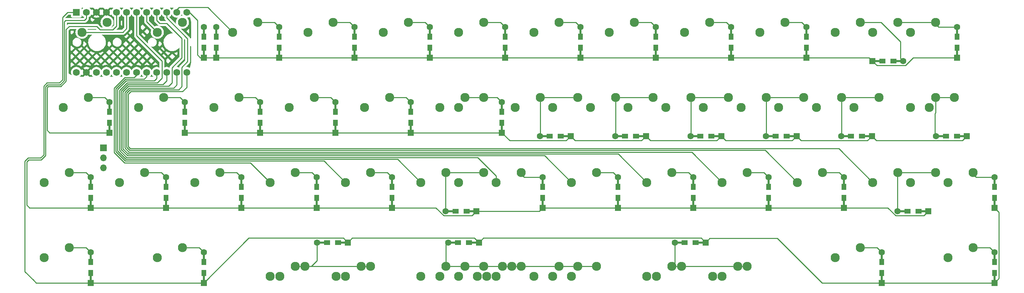
<source format=gbr>
%TF.GenerationSoftware,KiCad,Pcbnew,(7.0.0)*%
%TF.CreationDate,2023-09-10T22:45:04+02:00*%
%TF.ProjectId,Wakizashi,57616b69-7a61-4736-9869-2e6b69636164,rev?*%
%TF.SameCoordinates,Original*%
%TF.FileFunction,Copper,L2,Bot*%
%TF.FilePolarity,Positive*%
%FSLAX46Y46*%
G04 Gerber Fmt 4.6, Leading zero omitted, Abs format (unit mm)*
G04 Created by KiCad (PCBNEW (7.0.0)) date 2023-09-10 22:45:04*
%MOMM*%
%LPD*%
G01*
G04 APERTURE LIST*
%TA.AperFunction,ComponentPad*%
%ADD10C,2.300000*%
%TD*%
%TA.AperFunction,SMDPad,CuDef*%
%ADD11R,1.200000X1.600000*%
%TD*%
%TA.AperFunction,SMDPad,CuDef*%
%ADD12R,0.500000X2.900000*%
%TD*%
%TA.AperFunction,ComponentPad*%
%ADD13R,1.600000X1.600000*%
%TD*%
%TA.AperFunction,ComponentPad*%
%ADD14C,1.600000*%
%TD*%
%TA.AperFunction,SMDPad,CuDef*%
%ADD15R,1.600000X1.200000*%
%TD*%
%TA.AperFunction,SMDPad,CuDef*%
%ADD16R,2.900000X0.500000*%
%TD*%
%TA.AperFunction,ComponentPad*%
%ADD17R,1.752600X1.752600*%
%TD*%
%TA.AperFunction,ComponentPad*%
%ADD18C,1.752600*%
%TD*%
%TA.AperFunction,ComponentPad*%
%ADD19R,1.700000X1.700000*%
%TD*%
%TA.AperFunction,ComponentPad*%
%ADD20O,1.700000X1.700000*%
%TD*%
%TA.AperFunction,Conductor*%
%ADD21C,0.250000*%
%TD*%
G04 APERTURE END LIST*
D10*
%TO.P,MX1,1,1*%
%TO.N,COL0*%
X43815000Y-24447500D03*
%TO.P,MX1,2,2*%
%TO.N,Net-(D1-A)*%
X50165000Y-21907500D03*
%TD*%
%TO.P,MX35,1,1*%
%TO.N,COL10*%
X224790000Y-62547500D03*
%TO.P,MX35,2,2*%
%TO.N,Net-(D35-A)*%
X231140000Y-60007500D03*
%TD*%
D11*
%TO.P,D37,1,K*%
%TO.N,ROW3*%
X274637499Y-66487499D03*
D12*
X274637499Y-67587499D03*
D13*
X274637499Y-68987499D03*
D14*
%TO.P,D37,2,A*%
%TO.N,Net-(D37-A)*%
X274637500Y-61187500D03*
D12*
X274637499Y-62587499D03*
D11*
X274637499Y-63687499D03*
%TD*%
D10*
%TO.P,MX63,1,1*%
%TO.N,COL5*%
X139065000Y-86360000D03*
%TO.P,MX63,2,2*%
%TO.N,Net-(D41-A)*%
X145415000Y-83820000D03*
%TD*%
%TO.P,MX20,1,1*%
%TO.N,COL7*%
X181927500Y-43497500D03*
%TO.P,MX20,2,2*%
%TO.N,Net-(D20-A)*%
X188277500Y-40957500D03*
%TD*%
%TO.P,MX23,1,1*%
%TO.N,COL10*%
X239077500Y-43497500D03*
%TO.P,MX23,2,2*%
%TO.N,Net-(D23-A)*%
X245427500Y-40957500D03*
%TD*%
%TO.P,MX17,1,1*%
%TO.N,COL4*%
X115252500Y-43497500D03*
%TO.P,MX17,2,2*%
%TO.N,Net-(D17-A)*%
X121602500Y-40957500D03*
%TD*%
%TO.P,MX38,1,1*%
%TO.N,COL0*%
X34290000Y-81597500D03*
%TO.P,MX38,2,2*%
%TO.N,Net-(D38-A)*%
X40640000Y-79057500D03*
%TD*%
%TO.P,MX13,1,1*%
%TO.N,COL0*%
X39052500Y-43497500D03*
%TO.P,MX13,2,2*%
%TO.N,Net-(D13-A)*%
X45402500Y-40957500D03*
%TD*%
%TO.P,MX59,1,1*%
%TO.N,COL8*%
X189071250Y-86360000D03*
%TO.P,MX59,2,2*%
%TO.N,Net-(D42-A)*%
X195421250Y-83820000D03*
%TD*%
%TO.P,MX5,1,1*%
%TO.N,COL4*%
X120015000Y-24447500D03*
%TO.P,MX5,2,2*%
%TO.N,Net-(D5-A)*%
X126365000Y-21907500D03*
%TD*%
%TO.P,MX51,1,1*%
%TO.N,COL10*%
X229552500Y-43497500D03*
%TO.P,MX51,2,2*%
%TO.N,Net-(D23-A)*%
X235902500Y-40957500D03*
%TD*%
D11*
%TO.P,D1,1,K*%
%TO.N,ROW0*%
X74612499Y-28387499D03*
D12*
X74612499Y-29487499D03*
D13*
X74612499Y-30887499D03*
D14*
%TO.P,D1,2,A*%
%TO.N,Net-(D1-A)*%
X74612500Y-23087500D03*
D12*
X74612499Y-24487499D03*
D11*
X74612499Y-25587499D03*
%TD*%
D10*
%TO.P,MX60,1,1*%
%TO.N,COL8*%
X203358750Y-86360000D03*
%TO.P,MX60,2,2*%
%TO.N,Net-(D42-A)*%
X209708750Y-83820000D03*
%TD*%
%TO.P,MX68,1,1*%
%TO.N,COL5*%
X146208750Y-86360000D03*
%TO.P,MX68,2,2*%
%TO.N,Net-(D41-A)*%
X152558750Y-83820000D03*
%TD*%
%TO.P,MX43,1,1*%
%TO.N,COL9*%
X234315000Y-81597500D03*
%TO.P,MX43,2,2*%
%TO.N,Net-(D43-A)*%
X240665000Y-79057500D03*
%TD*%
%TO.P,MX52,1,1*%
%TO.N,COL11*%
X253365000Y-43497500D03*
%TO.P,MX52,2,2*%
%TO.N,Net-(D24-A)*%
X259715000Y-40957500D03*
%TD*%
D11*
%TO.P,D39,1,K*%
%TO.N,ROW3*%
X74612499Y-85537499D03*
D12*
X74612499Y-86637499D03*
D13*
X74612499Y-88037499D03*
D14*
%TO.P,D39,2,A*%
%TO.N,Net-(D39-A)*%
X74612500Y-80237500D03*
D12*
X74612499Y-81637499D03*
D11*
X74612499Y-82737499D03*
%TD*%
D10*
%TO.P,MX2,1,1*%
%TO.N,COL1*%
X62865000Y-24447500D03*
%TO.P,MX2,2,2*%
%TO.N,Net-(D2-A)*%
X69215000Y-21907500D03*
%TD*%
D11*
%TO.P,D44,1,K*%
%TO.N,ROW3*%
X274637499Y-85537499D03*
D12*
X274637499Y-86637499D03*
D13*
X274637499Y-88037499D03*
D14*
%TO.P,D44,2,A*%
%TO.N,Net-(D44-A)*%
X274637500Y-80237500D03*
D12*
X274637499Y-81637499D03*
D11*
X274637499Y-82737499D03*
%TD*%
D10*
%TO.P,MX30,1,1*%
%TO.N,COL5*%
X129540000Y-62547500D03*
%TO.P,MX30,2,2*%
%TO.N,Net-(D30-A)*%
X135890000Y-60007500D03*
%TD*%
D11*
%TO.P,D10,1,K*%
%TO.N,ROW0*%
X227012499Y-28387499D03*
D12*
X227012499Y-29487499D03*
D13*
X227012499Y-30887499D03*
D14*
%TO.P,D10,2,A*%
%TO.N,Net-(D10-A)*%
X227012500Y-23087500D03*
D12*
X227012499Y-24487499D03*
D11*
X227012499Y-25587499D03*
%TD*%
D10*
%TO.P,MX16,1,1*%
%TO.N,COL3*%
X96202500Y-43497500D03*
%TO.P,MX16,2,2*%
%TO.N,Net-(D16-A)*%
X102552500Y-40957500D03*
%TD*%
%TO.P,MX29,1,1*%
%TO.N,COL4*%
X110490000Y-62547500D03*
%TO.P,MX29,2,2*%
%TO.N,Net-(D29-A)*%
X116840000Y-60007500D03*
%TD*%
%TO.P,MX33,1,1*%
%TO.N,COL8*%
X186690000Y-62547500D03*
%TO.P,MX33,2,2*%
%TO.N,Net-(D33-A)*%
X193040000Y-60007500D03*
%TD*%
D11*
%TO.P,D2,1,K*%
%TO.N,ROW0*%
X77787499Y-28387499D03*
D12*
X77787499Y-29487499D03*
D13*
X77787499Y-30887499D03*
D14*
%TO.P,D2,2,A*%
%TO.N,Net-(D2-A)*%
X77787500Y-23087500D03*
D12*
X77787499Y-24487499D03*
D11*
X77787499Y-25587499D03*
%TD*%
%TO.P,D3,1,K*%
%TO.N,ROW0*%
X93662499Y-28387499D03*
D12*
X93662499Y-29487499D03*
D13*
X93662499Y-30887499D03*
D14*
%TO.P,D3,2,A*%
%TO.N,Net-(D3-A)*%
X93662500Y-23087500D03*
D12*
X93662499Y-24487499D03*
D11*
X93662499Y-25587499D03*
%TD*%
%TO.P,D27,1,K*%
%TO.N,ROW2*%
X84137499Y-66487499D03*
D12*
X84137499Y-67587499D03*
D13*
X84137499Y-68987499D03*
D14*
%TO.P,D27,2,A*%
%TO.N,Net-(D27-A)*%
X84137500Y-61187500D03*
D12*
X84137499Y-62587499D03*
D11*
X84137499Y-63687499D03*
%TD*%
D10*
%TO.P,MX10,1,1*%
%TO.N,COL9*%
X215265000Y-24447500D03*
%TO.P,MX10,2,2*%
%TO.N,Net-(D10-A)*%
X221615000Y-21907500D03*
%TD*%
%TO.P,MX26,1,1*%
%TO.N,COL1*%
X53340000Y-62547500D03*
%TO.P,MX26,2,2*%
%TO.N,Net-(D26-A)*%
X59690000Y-60007500D03*
%TD*%
D11*
%TO.P,D7,1,K*%
%TO.N,ROW0*%
X169862499Y-28387499D03*
D12*
X169862499Y-29487499D03*
D13*
X169862499Y-30887499D03*
D14*
%TO.P,D7,2,A*%
%TO.N,Net-(D7-A)*%
X169862500Y-23087500D03*
D12*
X169862499Y-24487499D03*
D11*
X169862499Y-25587499D03*
%TD*%
D10*
%TO.P,MX8,1,1*%
%TO.N,COL7*%
X177165000Y-24447500D03*
%TO.P,MX8,2,2*%
%TO.N,Net-(D8-A)*%
X183515000Y-21907500D03*
%TD*%
%TO.P,MX62,1,1*%
%TO.N,COL5*%
X129540000Y-86360000D03*
%TO.P,MX62,2,2*%
%TO.N,Net-(D41-A)*%
X135890000Y-83820000D03*
%TD*%
D11*
%TO.P,D16,1,K*%
%TO.N,ROW1*%
X107949999Y-47437499D03*
D12*
X107949999Y-48537499D03*
D13*
X107949999Y-49937499D03*
D14*
%TO.P,D16,2,A*%
%TO.N,Net-(D16-A)*%
X107950000Y-42137500D03*
D12*
X107949999Y-43537499D03*
D11*
X107949999Y-44637499D03*
%TD*%
%TO.P,D17,1,K*%
%TO.N,ROW1*%
X126999999Y-47437499D03*
D12*
X126999999Y-48537499D03*
D13*
X126999999Y-49937499D03*
D14*
%TO.P,D17,2,A*%
%TO.N,Net-(D17-A)*%
X127000000Y-42137500D03*
D12*
X126999999Y-43537499D03*
D11*
X126999999Y-44637499D03*
%TD*%
D15*
%TO.P,D19,1,K*%
%TO.N,ROW1*%
X164912499Y-50799999D03*
D16*
X166012499Y-50799999D03*
D13*
X167412499Y-50799999D03*
D14*
%TO.P,D19,2,A*%
%TO.N,Net-(D19-A)*%
X159612500Y-50800000D03*
D16*
X161012499Y-50799999D03*
D15*
X162112499Y-50799999D03*
%TD*%
%TO.P,D30,1,K*%
%TO.N,ROW2*%
X141099999Y-69849999D03*
D16*
X142199999Y-69849999D03*
D13*
X143599999Y-69849999D03*
D14*
%TO.P,D30,2,A*%
%TO.N,Net-(D30-A)*%
X135800000Y-69850000D03*
D16*
X137199999Y-69849999D03*
D15*
X138299999Y-69849999D03*
%TD*%
%TO.P,D40,1,K*%
%TO.N,ROW3*%
X108556249Y-77787499D03*
D16*
X109656249Y-77787499D03*
D13*
X111056249Y-77787499D03*
D14*
%TO.P,D40,2,A*%
%TO.N,Net-(D40-A)*%
X103256250Y-77787500D03*
D16*
X104656249Y-77787499D03*
D15*
X105756249Y-77787499D03*
%TD*%
D11*
%TO.P,D38,1,K*%
%TO.N,ROW3*%
X46037499Y-85537499D03*
D12*
X46037499Y-86637499D03*
D13*
X46037499Y-88037499D03*
D14*
%TO.P,D38,2,A*%
%TO.N,Net-(D38-A)*%
X46037500Y-80237500D03*
D12*
X46037499Y-81637499D03*
D11*
X46037499Y-82737499D03*
%TD*%
D10*
%TO.P,MX40,1,1*%
%TO.N,COL4*%
X91440000Y-86360000D03*
%TO.P,MX40,2,2*%
%TO.N,Net-(D40-A)*%
X97790000Y-83820000D03*
%TD*%
D11*
%TO.P,D14,1,K*%
%TO.N,ROW1*%
X69849999Y-47437499D03*
D12*
X69849999Y-48537499D03*
D13*
X69849999Y-49937499D03*
D14*
%TO.P,D14,2,A*%
%TO.N,Net-(D14-A)*%
X69850000Y-42137500D03*
D12*
X69849999Y-43537499D03*
D11*
X69849999Y-44637499D03*
%TD*%
%TO.P,D32,1,K*%
%TO.N,ROW2*%
X179387499Y-66487499D03*
D12*
X179387499Y-67587499D03*
D13*
X179387499Y-68987499D03*
D14*
%TO.P,D32,2,A*%
%TO.N,Net-(D32-A)*%
X179387500Y-61187500D03*
D12*
X179387499Y-62587499D03*
D11*
X179387499Y-63687499D03*
%TD*%
D15*
%TO.P,D24,1,K*%
%TO.N,ROW1*%
X265112499Y-50799999D03*
D16*
X266212499Y-50799999D03*
D13*
X267612499Y-50799999D03*
D14*
%TO.P,D24,2,A*%
%TO.N,Net-(D24-A)*%
X259812500Y-50800000D03*
D16*
X261212499Y-50799999D03*
D15*
X262312499Y-50799999D03*
%TD*%
D11*
%TO.P,D4,1,K*%
%TO.N,ROW0*%
X112712499Y-28387499D03*
D12*
X112712499Y-29487499D03*
D13*
X112712499Y-30887499D03*
D14*
%TO.P,D4,2,A*%
%TO.N,Net-(D4-A)*%
X112712500Y-23087500D03*
D12*
X112712499Y-24487499D03*
D11*
X112712499Y-25587499D03*
%TD*%
D10*
%TO.P,MX27,1,1*%
%TO.N,COL2*%
X72390000Y-62547500D03*
%TO.P,MX27,2,2*%
%TO.N,Net-(D27-A)*%
X78740000Y-60007500D03*
%TD*%
D15*
%TO.P,D20,1,K*%
%TO.N,ROW1*%
X183962499Y-50799999D03*
D16*
X185062499Y-50799999D03*
D13*
X186462499Y-50799999D03*
D14*
%TO.P,D20,2,A*%
%TO.N,Net-(D20-A)*%
X178662500Y-50800000D03*
D16*
X180062499Y-50799999D03*
D15*
X181162499Y-50799999D03*
%TD*%
D10*
%TO.P,MX22,1,1*%
%TO.N,COL9*%
X220027500Y-43497500D03*
%TO.P,MX22,2,2*%
%TO.N,Net-(D22-A)*%
X226377500Y-40957500D03*
%TD*%
D11*
%TO.P,D35,1,K*%
%TO.N,ROW2*%
X236537499Y-66487499D03*
D12*
X236537499Y-67587499D03*
D13*
X236537499Y-68987499D03*
D14*
%TO.P,D35,2,A*%
%TO.N,Net-(D35-A)*%
X236537500Y-61187500D03*
D12*
X236537499Y-62587499D03*
D11*
X236537499Y-63687499D03*
%TD*%
D15*
%TO.P,D23,1,K*%
%TO.N,ROW1*%
X241112499Y-50799999D03*
D16*
X242212499Y-50799999D03*
D13*
X243612499Y-50799999D03*
D14*
%TO.P,D23,2,A*%
%TO.N,Net-(D23-A)*%
X235812500Y-50800000D03*
D16*
X237212499Y-50799999D03*
D15*
X238312499Y-50799999D03*
%TD*%
D10*
%TO.P,MX56,1,1*%
%TO.N,COL4*%
X108108750Y-86360000D03*
%TO.P,MX56,2,2*%
%TO.N,Net-(D40-A)*%
X114458750Y-83820000D03*
%TD*%
D15*
%TO.P,D42,1,K*%
%TO.N,ROW3*%
X199043749Y-77787499D03*
D16*
X200143749Y-77787499D03*
D13*
X201543749Y-77787499D03*
D14*
%TO.P,D42,2,A*%
%TO.N,Net-(D42-A)*%
X193743750Y-77787500D03*
D16*
X195143749Y-77787499D03*
D15*
X196243749Y-77787499D03*
%TD*%
D11*
%TO.P,D33,1,K*%
%TO.N,ROW2*%
X198437499Y-66487499D03*
D12*
X198437499Y-67587499D03*
D13*
X198437499Y-68987499D03*
D14*
%TO.P,D33,2,A*%
%TO.N,Net-(D33-A)*%
X198437500Y-61187500D03*
D12*
X198437499Y-62587499D03*
D11*
X198437499Y-63687499D03*
%TD*%
%TO.P,D26,1,K*%
%TO.N,ROW2*%
X65087499Y-66487499D03*
D12*
X65087499Y-67587499D03*
D13*
X65087499Y-68987499D03*
D14*
%TO.P,D26,2,A*%
%TO.N,Net-(D26-A)*%
X65087500Y-61187500D03*
D12*
X65087499Y-62587499D03*
D11*
X65087499Y-63687499D03*
%TD*%
D10*
%TO.P,MX3,1,1*%
%TO.N,COL2*%
X81915000Y-24447500D03*
%TO.P,MX3,2,2*%
%TO.N,Net-(D3-A)*%
X88265000Y-21907500D03*
%TD*%
%TO.P,MX58,1,1*%
%TO.N,COL8*%
X205740000Y-86360000D03*
%TO.P,MX58,2,2*%
%TO.N,Net-(D42-A)*%
X212090000Y-83820000D03*
%TD*%
%TO.P,MX7,1,1*%
%TO.N,COL6*%
X158115000Y-24447500D03*
%TO.P,MX7,2,2*%
%TO.N,Net-(D7-A)*%
X164465000Y-21907500D03*
%TD*%
%TO.P,MX25,1,1*%
%TO.N,COL0*%
X34290000Y-62547500D03*
%TO.P,MX25,2,2*%
%TO.N,Net-(D25-A)*%
X40640000Y-60007500D03*
%TD*%
%TO.P,MX64,1,1*%
%TO.N,COL5*%
X167640000Y-86360000D03*
%TO.P,MX64,2,2*%
%TO.N,Net-(D41-A)*%
X173990000Y-83820000D03*
%TD*%
%TO.P,MX31,1,1*%
%TO.N,COL6*%
X148590000Y-62547500D03*
%TO.P,MX31,2,2*%
%TO.N,Net-(D31-A)*%
X154940000Y-60007500D03*
%TD*%
%TO.P,MX45,1,1*%
%TO.N,COL11*%
X243840000Y-24447500D03*
%TO.P,MX45,2,2*%
%TO.N,Net-(D12-A)*%
X250190000Y-21907500D03*
%TD*%
%TO.P,MX53,1,1*%
%TO.N,COL5*%
X139065000Y-62547500D03*
%TO.P,MX53,2,2*%
%TO.N,Net-(D30-A)*%
X145415000Y-60007500D03*
%TD*%
%TO.P,MX36,1,1*%
%TO.N,COL11*%
X243840000Y-62547500D03*
%TO.P,MX36,2,2*%
%TO.N,Net-(D36-A)*%
X250190000Y-60007500D03*
%TD*%
%TO.P,MX37,1,1*%
%TO.N,COL11*%
X262890000Y-62547500D03*
%TO.P,MX37,2,2*%
%TO.N,Net-(D37-A)*%
X269240000Y-60007500D03*
%TD*%
%TO.P,MX28,1,1*%
%TO.N,COL3*%
X91440000Y-62547500D03*
%TO.P,MX28,2,2*%
%TO.N,Net-(D28-A)*%
X97790000Y-60007500D03*
%TD*%
D11*
%TO.P,D12,1,K*%
%TO.N,ROW0*%
X265112499Y-28387499D03*
D12*
X265112499Y-29487499D03*
D13*
X265112499Y-30887499D03*
D14*
%TO.P,D12,2,A*%
%TO.N,Net-(D12-A)*%
X265112500Y-23087500D03*
D12*
X265112499Y-24487499D03*
D11*
X265112499Y-25587499D03*
%TD*%
D10*
%TO.P,MX57,1,1*%
%TO.N,COL4*%
X93821250Y-86360000D03*
%TO.P,MX57,2,2*%
%TO.N,Net-(D40-A)*%
X100171250Y-83820000D03*
%TD*%
D15*
%TO.P,D22,1,K*%
%TO.N,ROW1*%
X222062499Y-50799999D03*
D16*
X223162499Y-50799999D03*
D13*
X224562499Y-50799999D03*
D14*
%TO.P,D22,2,A*%
%TO.N,Net-(D22-A)*%
X216762500Y-50800000D03*
D16*
X218162499Y-50799999D03*
D15*
X219262499Y-50799999D03*
%TD*%
D11*
%TO.P,D18,1,K*%
%TO.N,ROW1*%
X150018749Y-47437499D03*
D12*
X150018749Y-48537499D03*
D13*
X150018749Y-49937499D03*
D14*
%TO.P,D18,2,A*%
%TO.N,Net-(D18-A)*%
X150018750Y-42137500D03*
D12*
X150018749Y-43537499D03*
D11*
X150018749Y-44637499D03*
%TD*%
%TO.P,D8,1,K*%
%TO.N,ROW0*%
X188912499Y-28387499D03*
D12*
X188912499Y-29487499D03*
D13*
X188912499Y-30887499D03*
D14*
%TO.P,D8,2,A*%
%TO.N,Net-(D8-A)*%
X188912500Y-23087500D03*
D12*
X188912499Y-24487499D03*
D11*
X188912499Y-25587499D03*
%TD*%
%TO.P,D43,1,K*%
%TO.N,ROW3*%
X246062499Y-85537499D03*
D12*
X246062499Y-86637499D03*
D13*
X246062499Y-88037499D03*
D14*
%TO.P,D43,2,A*%
%TO.N,Net-(D43-A)*%
X246062500Y-80237500D03*
D12*
X246062499Y-81637499D03*
D11*
X246062499Y-82737499D03*
%TD*%
D10*
%TO.P,MX42,1,1*%
%TO.N,COL8*%
X186690000Y-86360000D03*
%TO.P,MX42,2,2*%
%TO.N,Net-(D42-A)*%
X193040000Y-83820000D03*
%TD*%
D11*
%TO.P,D31,1,K*%
%TO.N,ROW2*%
X160337499Y-66487499D03*
D12*
X160337499Y-67587499D03*
D13*
X160337499Y-68987499D03*
D14*
%TO.P,D31,2,A*%
%TO.N,Net-(D31-A)*%
X160337500Y-61187500D03*
D12*
X160337499Y-62587499D03*
D11*
X160337499Y-63687499D03*
%TD*%
D10*
%TO.P,MX21,1,1*%
%TO.N,COL8*%
X200977500Y-43497500D03*
%TO.P,MX21,2,2*%
%TO.N,Net-(D21-A)*%
X207327500Y-40957500D03*
%TD*%
%TO.P,MX14,1,1*%
%TO.N,COL1*%
X58102500Y-43497500D03*
%TO.P,MX14,2,2*%
%TO.N,Net-(D14-A)*%
X64452500Y-40957500D03*
%TD*%
%TO.P,MX39,1,1*%
%TO.N,COL1*%
X62865000Y-81597500D03*
%TO.P,MX39,2,2*%
%TO.N,Net-(D39-A)*%
X69215000Y-79057500D03*
%TD*%
%TO.P,MX41,1,1*%
%TO.N,COL5*%
X148590000Y-86360000D03*
%TO.P,MX41,2,2*%
%TO.N,Net-(D41-A)*%
X154940000Y-83820000D03*
%TD*%
%TO.P,MX49,1,1*%
%TO.N,COL8*%
X191452500Y-43497500D03*
%TO.P,MX49,2,2*%
%TO.N,Net-(D21-A)*%
X197802500Y-40957500D03*
%TD*%
D11*
%TO.P,D28,1,K*%
%TO.N,ROW2*%
X103187499Y-66487499D03*
D12*
X103187499Y-67587499D03*
D13*
X103187499Y-68987499D03*
D14*
%TO.P,D28,2,A*%
%TO.N,Net-(D28-A)*%
X103187500Y-61187500D03*
D12*
X103187499Y-62587499D03*
D11*
X103187499Y-63687499D03*
%TD*%
D10*
%TO.P,MX12,1,1*%
%TO.N,COL11*%
X253365000Y-24447500D03*
%TO.P,MX12,2,2*%
%TO.N,Net-(D12-A)*%
X259715000Y-21907500D03*
%TD*%
D15*
%TO.P,D41,1,K*%
%TO.N,ROW3*%
X141706249Y-77787499D03*
D16*
X142806249Y-77787499D03*
D13*
X144206249Y-77787499D03*
D14*
%TO.P,D41,2,A*%
%TO.N,Net-(D41-A)*%
X136406250Y-77787500D03*
D16*
X137806249Y-77787499D03*
D15*
X138906249Y-77787499D03*
%TD*%
D10*
%TO.P,MX47,1,1*%
%TO.N,COL6*%
X153352500Y-43497500D03*
%TO.P,MX47,2,2*%
%TO.N,Net-(D19-A)*%
X159702500Y-40957500D03*
%TD*%
%TO.P,MX44,1,1*%
%TO.N,COL10*%
X262890000Y-81597500D03*
%TO.P,MX44,2,2*%
%TO.N,Net-(D44-A)*%
X269240000Y-79057500D03*
%TD*%
%TO.P,MX65,1,1*%
%TO.N,COL5*%
X143827500Y-86360000D03*
%TO.P,MX65,2,2*%
%TO.N,Net-(D41-A)*%
X150177500Y-83820000D03*
%TD*%
D11*
%TO.P,D34,1,K*%
%TO.N,ROW2*%
X217487499Y-66487499D03*
D12*
X217487499Y-67587499D03*
D13*
X217487499Y-68987499D03*
D14*
%TO.P,D34,2,A*%
%TO.N,Net-(D34-A)*%
X217487500Y-61187500D03*
D12*
X217487499Y-62587499D03*
D11*
X217487499Y-63687499D03*
%TD*%
%TO.P,D13,1,K*%
%TO.N,ROW1*%
X50799999Y-47437499D03*
D12*
X50799999Y-48537499D03*
D13*
X50799999Y-49937499D03*
D14*
%TO.P,D13,2,A*%
%TO.N,Net-(D13-A)*%
X50800000Y-42137500D03*
D12*
X50799999Y-43537499D03*
D11*
X50799999Y-44637499D03*
%TD*%
%TO.P,D29,1,K*%
%TO.N,ROW2*%
X122237499Y-66487499D03*
D12*
X122237499Y-67587499D03*
D13*
X122237499Y-68987499D03*
D14*
%TO.P,D29,2,A*%
%TO.N,Net-(D29-A)*%
X122237500Y-61187500D03*
D12*
X122237499Y-62587499D03*
D11*
X122237499Y-63687499D03*
%TD*%
D10*
%TO.P,MX50,1,1*%
%TO.N,COL9*%
X210502500Y-43497500D03*
%TO.P,MX50,2,2*%
%TO.N,Net-(D22-A)*%
X216852500Y-40957500D03*
%TD*%
%TO.P,MX18,1,1*%
%TO.N,COL5*%
X134302500Y-43497500D03*
%TO.P,MX18,2,2*%
%TO.N,Net-(D18-A)*%
X140652500Y-40957500D03*
%TD*%
%TO.P,MX46,1,1*%
%TO.N,COL5*%
X139065000Y-43497500D03*
%TO.P,MX46,2,2*%
%TO.N,Net-(D18-A)*%
X145415000Y-40957500D03*
%TD*%
%TO.P,MX48,1,1*%
%TO.N,COL7*%
X172402500Y-43497500D03*
%TO.P,MX48,2,2*%
%TO.N,Net-(D20-A)*%
X178752500Y-40957500D03*
%TD*%
%TO.P,MX61,1,1*%
%TO.N,COL5*%
X158115000Y-86360000D03*
%TO.P,MX61,2,2*%
%TO.N,Net-(D41-A)*%
X164465000Y-83820000D03*
%TD*%
%TO.P,MX19,1,1*%
%TO.N,COL6*%
X162877500Y-43497500D03*
%TO.P,MX19,2,2*%
%TO.N,Net-(D19-A)*%
X169227500Y-40957500D03*
%TD*%
%TO.P,MX67,1,1*%
%TO.N,COL5*%
X162877500Y-86360000D03*
%TO.P,MX67,2,2*%
%TO.N,Net-(D41-A)*%
X169227500Y-83820000D03*
%TD*%
D15*
%TO.P,D21,1,K*%
%TO.N,ROW1*%
X203012499Y-50799999D03*
D16*
X204112499Y-50799999D03*
D13*
X205512499Y-50799999D03*
D14*
%TO.P,D21,2,A*%
%TO.N,Net-(D21-A)*%
X197712500Y-50800000D03*
D16*
X199112499Y-50799999D03*
D15*
X200212499Y-50799999D03*
%TD*%
D11*
%TO.P,D15,1,K*%
%TO.N,ROW1*%
X88899999Y-47437499D03*
D12*
X88899999Y-48537499D03*
D13*
X88899999Y-49937499D03*
D14*
%TO.P,D15,2,A*%
%TO.N,Net-(D15-A)*%
X88900000Y-42137500D03*
D12*
X88899999Y-43537499D03*
D11*
X88899999Y-44637499D03*
%TD*%
D10*
%TO.P,MX4,1,1*%
%TO.N,COL3*%
X100965000Y-24447500D03*
%TO.P,MX4,2,2*%
%TO.N,Net-(D4-A)*%
X107315000Y-21907500D03*
%TD*%
D11*
%TO.P,D25,1,K*%
%TO.N,ROW2*%
X46037499Y-66487499D03*
D12*
X46037499Y-67587499D03*
D13*
X46037499Y-68987499D03*
D14*
%TO.P,D25,2,A*%
%TO.N,Net-(D25-A)*%
X46037500Y-61187500D03*
D12*
X46037499Y-62587499D03*
D11*
X46037499Y-63687499D03*
%TD*%
D15*
%TO.P,D36,1,K*%
%TO.N,ROW2*%
X255399999Y-69849999D03*
D16*
X256499999Y-69849999D03*
D13*
X257899999Y-69849999D03*
D14*
%TO.P,D36,2,A*%
%TO.N,Net-(D36-A)*%
X250100000Y-69850000D03*
D16*
X251499999Y-69849999D03*
D15*
X252599999Y-69849999D03*
%TD*%
D10*
%TO.P,MX15,1,1*%
%TO.N,COL2*%
X77152500Y-43497500D03*
%TO.P,MX15,2,2*%
%TO.N,Net-(D15-A)*%
X83502500Y-40957500D03*
%TD*%
%TO.P,MX66,1,1*%
%TO.N,COL5*%
X134302500Y-86360000D03*
%TO.P,MX66,2,2*%
%TO.N,Net-(D41-A)*%
X140652500Y-83820000D03*
%TD*%
%TO.P,MX24,1,1*%
%TO.N,COL11*%
X258127500Y-43497500D03*
%TO.P,MX24,2,2*%
%TO.N,Net-(D24-A)*%
X264477500Y-40957500D03*
%TD*%
%TO.P,MX9,1,1*%
%TO.N,COL8*%
X196215000Y-24447500D03*
%TO.P,MX9,2,2*%
%TO.N,Net-(D9-A)*%
X202565000Y-21907500D03*
%TD*%
%TO.P,MX54,1,1*%
%TO.N,COL11*%
X253365000Y-62547500D03*
%TO.P,MX54,2,2*%
%TO.N,Net-(D36-A)*%
X259715000Y-60007500D03*
%TD*%
%TO.P,MX55,1,1*%
%TO.N,COL4*%
X110490000Y-86360000D03*
%TO.P,MX55,2,2*%
%TO.N,Net-(D40-A)*%
X116840000Y-83820000D03*
%TD*%
D11*
%TO.P,D6,1,K*%
%TO.N,ROW0*%
X150812499Y-28387499D03*
D12*
X150812499Y-29487499D03*
D13*
X150812499Y-30887499D03*
D14*
%TO.P,D6,2,A*%
%TO.N,Net-(D6-A)*%
X150812500Y-23087500D03*
D12*
X150812499Y-24487499D03*
D11*
X150812499Y-25587499D03*
%TD*%
%TO.P,D5,1,K*%
%TO.N,ROW0*%
X131762499Y-28387499D03*
D12*
X131762499Y-29487499D03*
D13*
X131762499Y-30887499D03*
D14*
%TO.P,D5,2,A*%
%TO.N,Net-(D5-A)*%
X131762500Y-23087500D03*
D12*
X131762499Y-24487499D03*
D11*
X131762499Y-25587499D03*
%TD*%
D10*
%TO.P,MX6,1,1*%
%TO.N,COL5*%
X139065000Y-24447500D03*
%TO.P,MX6,2,2*%
%TO.N,Net-(D6-A)*%
X145415000Y-21907500D03*
%TD*%
%TO.P,MX34,1,1*%
%TO.N,COL9*%
X205740000Y-62547500D03*
%TO.P,MX34,2,2*%
%TO.N,Net-(D34-A)*%
X212090000Y-60007500D03*
%TD*%
D15*
%TO.P,D11,1,K*%
%TO.N,ROW0*%
X246249999Y-31749999D03*
D16*
X245149999Y-31749999D03*
D13*
X243749999Y-31749999D03*
D14*
%TO.P,D11,2,A*%
%TO.N,Net-(D11-A)*%
X251550000Y-31750000D03*
D16*
X250149999Y-31749999D03*
D15*
X249049999Y-31749999D03*
%TD*%
D10*
%TO.P,MX32,1,1*%
%TO.N,COL7*%
X167640000Y-62547500D03*
%TO.P,MX32,2,2*%
%TO.N,Net-(D32-A)*%
X173990000Y-60007500D03*
%TD*%
%TO.P,MX11,1,1*%
%TO.N,COL10*%
X234315000Y-24447500D03*
%TO.P,MX11,2,2*%
%TO.N,Net-(D11-A)*%
X240665000Y-21907500D03*
%TD*%
D11*
%TO.P,D9,1,K*%
%TO.N,ROW0*%
X207962499Y-28387499D03*
D12*
X207962499Y-29487499D03*
D13*
X207962499Y-30887499D03*
D14*
%TO.P,D9,2,A*%
%TO.N,Net-(D9-A)*%
X207962500Y-23087500D03*
D12*
X207962499Y-24487499D03*
D11*
X207962499Y-25587499D03*
%TD*%
D17*
%TO.P,U2,1,TX0/PD3*%
%TO.N,ROW3*%
X42386249Y-19367499D03*
D18*
%TO.P,U2,2,RX1/PD2*%
%TO.N,ROW2*%
X44926250Y-19367500D03*
%TO.P,U2,3,GND*%
%TO.N,GND*%
X47466250Y-19367500D03*
%TO.P,U2,4,GND*%
X50006250Y-19367500D03*
%TO.P,U2,5,2/PD1*%
%TO.N,ROW1*%
X52546250Y-19367500D03*
%TO.P,U2,6,3/PD0*%
%TO.N,COL0*%
X55086250Y-19367500D03*
%TO.P,U2,7,4/PD4*%
%TO.N,COL6*%
X57626250Y-19367500D03*
%TO.P,U2,8,5/PC6*%
%TO.N,COL1*%
X60166250Y-19367500D03*
%TO.P,U2,9,6/PD7*%
%TO.N,COL8*%
X62706250Y-19367500D03*
%TO.P,U2,10,7/PE6*%
%TO.N,COL10*%
X65246250Y-19367500D03*
%TO.P,U2,11,8/PB4*%
%TO.N,COL2*%
X67786250Y-19367500D03*
%TO.P,U2,12,9/PB5*%
%TO.N,ROW0*%
X70326250Y-19367500D03*
%TO.P,U2,13,10/PB6*%
%TO.N,COL11*%
X70326250Y-34607500D03*
%TO.P,U2,14,16/PB2*%
%TO.N,COL9*%
X67786250Y-34607500D03*
%TO.P,U2,15,14/PB3*%
%TO.N,COL7*%
X65246250Y-34607500D03*
%TO.P,U2,16,15/PB1*%
%TO.N,COL5*%
X62706250Y-34607500D03*
%TO.P,U2,17,A0/PF7*%
%TO.N,COL4*%
X60166250Y-34607500D03*
%TO.P,U2,18,A1/PF6*%
%TO.N,COL3*%
X57626250Y-34607500D03*
%TO.P,U2,19,A2/PF5*%
%TO.N,unconnected-(U2-A2{slash}PF5-Pad19)*%
X55086250Y-34607500D03*
%TO.P,U2,20,A3/PF4*%
%TO.N,RGB*%
X52546250Y-34607500D03*
%TO.P,U2,21,VCC*%
%TO.N,VCC*%
X50006250Y-34607500D03*
%TO.P,U2,22,RST*%
%TO.N,RST*%
X47466250Y-34607500D03*
%TO.P,U2,23,GND*%
%TO.N,GND*%
X44926250Y-34607500D03*
%TO.P,U2,24,RAW*%
%TO.N,RAW*%
X42386250Y-34607500D03*
%TD*%
D19*
%TO.P,J1,1,Pin_1*%
%TO.N,VCC*%
X49212499Y-53816249D03*
D20*
%TO.P,J1,2,Pin_2*%
%TO.N,RGB*%
X49212499Y-56356249D03*
%TO.P,J1,3,Pin_3*%
%TO.N,GND*%
X49212499Y-58896249D03*
%TD*%
D21*
%TO.N,COL3*%
X57626250Y-35279250D02*
X57626250Y-34607500D01*
X57023000Y-35882500D02*
X57626250Y-35279250D01*
X54657332Y-35882500D02*
X57023000Y-35882500D01*
X51925000Y-38614832D02*
X54657332Y-35882500D01*
X51925000Y-54929896D02*
X51925000Y-38614832D01*
X54548604Y-57553500D02*
X51925000Y-54929896D01*
X86446000Y-57553500D02*
X54548604Y-57553500D01*
X91440000Y-62547500D02*
X86446000Y-57553500D01*
%TO.N,COL4*%
X105046000Y-57103500D02*
X110490000Y-62547500D01*
X54735000Y-57103500D02*
X105046000Y-57103500D01*
X52375000Y-54743500D02*
X54735000Y-57103500D01*
X52375000Y-38801228D02*
X52375000Y-54743500D01*
X54843728Y-36332500D02*
X52375000Y-38801228D01*
X59531250Y-36332500D02*
X54843728Y-36332500D01*
X60166250Y-35697500D02*
X59531250Y-36332500D01*
X60166250Y-34607500D02*
X60166250Y-35697500D01*
%TO.N,COL5*%
X54921396Y-56653500D02*
X123646000Y-56653500D01*
X123646000Y-56653500D02*
X129540000Y-62547500D01*
X52825000Y-54557104D02*
X54921396Y-56653500D01*
X52825000Y-38987624D02*
X52825000Y-54557104D01*
X55030124Y-36782500D02*
X52825000Y-38987624D01*
X62117500Y-36782500D02*
X55030124Y-36782500D01*
X62706250Y-36193750D02*
X62117500Y-36782500D01*
X62706250Y-34607500D02*
X62706250Y-36193750D01*
%TO.N,COL6*%
X53275000Y-54370708D02*
X55107792Y-56203500D01*
X53275000Y-39174020D02*
X53275000Y-54370708D01*
X55216520Y-37232500D02*
X53275000Y-39174020D01*
X64044950Y-36098800D02*
X62911250Y-37232500D01*
X62911250Y-37232500D02*
X55216520Y-37232500D01*
X64044950Y-31750000D02*
X64044950Y-36098800D01*
X55107792Y-56203500D02*
X64293750Y-56203500D01*
X57819350Y-25524400D02*
X64044950Y-31750000D01*
%TO.N,COL7*%
X55294188Y-55753500D02*
X69056250Y-55753500D01*
X53725000Y-54184312D02*
X55294188Y-55753500D01*
X53725000Y-39360416D02*
X53725000Y-54184312D01*
X55402916Y-37682500D02*
X53725000Y-39360416D01*
X64293750Y-37682500D02*
X55402916Y-37682500D01*
X65246250Y-36730000D02*
X64293750Y-37682500D01*
X65246250Y-34607500D02*
X65246250Y-36730000D01*
%TO.N,COL8*%
X179446000Y-55303500D02*
X186690000Y-62547500D01*
X55480584Y-55303500D02*
X179446000Y-55303500D01*
X54175000Y-53997916D02*
X55480584Y-55303500D01*
X54175000Y-39546812D02*
X54175000Y-53997916D01*
X55589312Y-38132500D02*
X54175000Y-39546812D01*
X65744284Y-38132500D02*
X55589312Y-38132500D01*
X66584950Y-37291834D02*
X65744284Y-38132500D01*
X69056250Y-30956250D02*
X66584950Y-33427550D01*
X66584950Y-33427550D02*
X66584950Y-37291834D01*
X69056250Y-26018619D02*
X69056250Y-30956250D01*
X65262631Y-22225000D02*
X69056250Y-26018619D01*
X63500000Y-22225000D02*
X65262631Y-22225000D01*
X62706250Y-19367500D02*
X62706250Y-21431250D01*
X62706250Y-21431250D02*
X63500000Y-22225000D01*
%TO.N,COL9*%
X54625000Y-39733208D02*
X55775708Y-38582500D01*
X55775708Y-38582500D02*
X66986250Y-38582500D01*
X54625000Y-53811520D02*
X54625000Y-39733208D01*
X66986250Y-38582500D02*
X67786250Y-37782500D01*
X67786250Y-37782500D02*
X67786250Y-34607500D01*
X198046000Y-54853500D02*
X55666980Y-54853500D01*
X205740000Y-62547500D02*
X198046000Y-54853500D01*
X55666980Y-54853500D02*
X54625000Y-53811520D01*
%TO.N,COL10*%
X216646000Y-54403500D02*
X224790000Y-62547500D01*
X55853376Y-54403500D02*
X216646000Y-54403500D01*
X55075000Y-53625124D02*
X55853376Y-54403500D01*
X55075000Y-39919604D02*
X55075000Y-53625124D01*
X70505000Y-31888750D02*
X69056250Y-33337500D01*
X55962104Y-39032500D02*
X55075000Y-39919604D01*
X70505000Y-26055000D02*
X70505000Y-31888750D01*
X69056250Y-38238750D02*
X68262500Y-39032500D01*
X65246250Y-20796250D02*
X70505000Y-26055000D01*
X65246250Y-19367500D02*
X65246250Y-20796250D01*
X69056250Y-33337500D02*
X69056250Y-38238750D01*
X68262500Y-39032500D02*
X55962104Y-39032500D01*
%TO.N,COL11*%
X55525000Y-53438728D02*
X56039772Y-53953500D01*
X56039772Y-53953500D02*
X235246000Y-53953500D01*
X235246000Y-53953500D02*
X243840000Y-62547500D01*
X69261250Y-39482500D02*
X56148500Y-39482500D01*
X70326250Y-38417500D02*
X69261250Y-39482500D01*
X70326250Y-34607500D02*
X70326250Y-38417500D01*
X56148500Y-39482500D02*
X55525000Y-40106000D01*
X55525000Y-40106000D02*
X55525000Y-53438728D01*
%TO.N,ROW0*%
X252081250Y-32875000D02*
X254068750Y-30887500D01*
X227012500Y-30887500D02*
X242887500Y-30887500D01*
X74612500Y-30887500D02*
X73750000Y-30887500D01*
X244875000Y-32875000D02*
X252081250Y-32875000D01*
X73025000Y-30162500D02*
X73025000Y-21431250D01*
X242887500Y-30887500D02*
X243750000Y-31750000D01*
X73025000Y-21431250D02*
X70961250Y-19367500D01*
X70961250Y-19367500D02*
X70326250Y-19367500D01*
X73750000Y-30887500D02*
X73025000Y-30162500D01*
X74612500Y-30887500D02*
X227012500Y-30887500D01*
X254068750Y-30887500D02*
X265112500Y-30887500D01*
X243750000Y-31750000D02*
X244875000Y-32875000D01*
%TO.N,Net-(D3-A)*%
X92482500Y-21907500D02*
X93662500Y-23087500D01*
X88265000Y-21907500D02*
X92482500Y-21907500D01*
%TO.N,Net-(D4-A)*%
X111532500Y-21907500D02*
X112712500Y-23087500D01*
X107315000Y-21907500D02*
X111532500Y-21907500D01*
%TO.N,Net-(D5-A)*%
X126365000Y-21907500D02*
X130582500Y-21907500D01*
X130582500Y-21907500D02*
X131762500Y-23087500D01*
%TO.N,Net-(D6-A)*%
X145415000Y-21907500D02*
X149632500Y-21907500D01*
X149632500Y-21907500D02*
X150812500Y-23087500D01*
%TO.N,Net-(D7-A)*%
X168682500Y-21907500D02*
X169862500Y-23087500D01*
X164465000Y-21907500D02*
X168682500Y-21907500D01*
%TO.N,Net-(D8-A)*%
X183515000Y-21907500D02*
X187732500Y-21907500D01*
X187732500Y-21907500D02*
X188912500Y-23087500D01*
%TO.N,Net-(D9-A)*%
X206782500Y-21907500D02*
X207962500Y-23087500D01*
X202565000Y-21907500D02*
X206782500Y-21907500D01*
%TO.N,Net-(D10-A)*%
X221615000Y-21907500D02*
X225832500Y-21907500D01*
X225832500Y-21907500D02*
X227012500Y-23087500D01*
%TO.N,Net-(D11-A)*%
X245920131Y-21907500D02*
X250825000Y-26812369D01*
X250825000Y-26812369D02*
X250845000Y-26832369D01*
X250825000Y-31025000D02*
X251550000Y-31750000D01*
X240665000Y-21907500D02*
X245920131Y-21907500D01*
X250825000Y-26812369D02*
X250825000Y-31025000D01*
%TO.N,Net-(D12-A)*%
X265112500Y-23087500D02*
X260475000Y-23087500D01*
X250190000Y-21907500D02*
X259715000Y-21907500D01*
X260475000Y-23087500D02*
X259715000Y-22327500D01*
%TO.N,Net-(D13-A)*%
X45402500Y-40957500D02*
X49620000Y-40957500D01*
X49620000Y-40957500D02*
X50800000Y-42137500D01*
%TO.N,ROW1*%
X51593750Y-23812500D02*
X52387500Y-23018750D01*
X39793750Y-26193750D02*
X39793750Y-23706250D01*
X40527500Y-22972500D02*
X47578750Y-22972500D01*
X35297792Y-38206250D02*
X38472792Y-38206250D01*
X168537500Y-51925000D02*
X185337500Y-51925000D01*
X186462500Y-50800000D02*
X187587500Y-51925000D01*
X152006250Y-51925000D02*
X166287500Y-51925000D01*
X37306250Y-49937500D02*
X36443750Y-49937500D01*
X38100000Y-49937500D02*
X37772500Y-49937500D01*
X50800000Y-49937500D02*
X38100000Y-49937500D01*
X50006250Y-23812500D02*
X51593750Y-23812500D01*
X244737500Y-51925000D02*
X266487500Y-51925000D01*
X37306250Y-49937500D02*
X35650000Y-49937500D01*
X38100000Y-49937500D02*
X37306250Y-49937500D01*
X243612500Y-50800000D02*
X244737500Y-51925000D01*
X38472792Y-38206250D02*
X39793750Y-36885292D01*
X40481250Y-23018750D02*
X40527500Y-22972500D01*
X39793750Y-36885292D02*
X39793750Y-26193750D01*
X48418750Y-23812500D02*
X50006250Y-23812500D01*
X166287500Y-51925000D02*
X167412500Y-50800000D01*
X242487500Y-51925000D02*
X243612500Y-50800000D01*
X47578750Y-22972500D02*
X47625000Y-23018750D01*
X52546250Y-19367500D02*
X52546250Y-22860000D01*
X204387500Y-51925000D02*
X205512500Y-50800000D01*
X47625000Y-23018750D02*
X48418750Y-23812500D01*
X88900000Y-49937500D02*
X150018750Y-49937500D01*
X223437500Y-51925000D02*
X224562500Y-50800000D01*
X150018750Y-49937500D02*
X152006250Y-51925000D01*
X35031250Y-38472792D02*
X35297792Y-38206250D01*
X35031250Y-49318750D02*
X35031250Y-38472792D01*
X266487500Y-51925000D02*
X267612500Y-50800000D01*
X167412500Y-50800000D02*
X168537500Y-51925000D01*
X69850000Y-49937500D02*
X88900000Y-49937500D01*
X206637500Y-51925000D02*
X223437500Y-51925000D01*
X35650000Y-49937500D02*
X35031250Y-49318750D01*
X185337500Y-51925000D02*
X186462500Y-50800000D01*
X224562500Y-50800000D02*
X225687500Y-51925000D01*
X187587500Y-51925000D02*
X204387500Y-51925000D01*
X225687500Y-51925000D02*
X242487500Y-51925000D01*
X39793750Y-23706250D02*
X40481250Y-23018750D01*
X205512500Y-50800000D02*
X206637500Y-51925000D01*
X52546250Y-22860000D02*
X52387500Y-23018750D01*
%TO.N,Net-(D14-A)*%
X64452500Y-40957500D02*
X68670000Y-40957500D01*
X68670000Y-40957500D02*
X69850000Y-42137500D01*
%TO.N,Net-(D15-A)*%
X83502500Y-40957500D02*
X87720000Y-40957500D01*
X87720000Y-40957500D02*
X88900000Y-42137500D01*
%TO.N,Net-(D16-A)*%
X106770000Y-40957500D02*
X107950000Y-42137500D01*
X102552500Y-40957500D02*
X106770000Y-40957500D01*
%TO.N,Net-(D17-A)*%
X121602500Y-40957500D02*
X125820000Y-40957500D01*
X125820000Y-40957500D02*
X127000000Y-42137500D01*
%TO.N,Net-(D18-A)*%
X145415000Y-40957500D02*
X148838750Y-40957500D01*
X140652500Y-40957500D02*
X145415000Y-40957500D01*
X148838750Y-40957500D02*
X150018750Y-42137500D01*
%TO.N,Net-(D19-A)*%
X159702500Y-40957500D02*
X169227500Y-40957500D01*
X159702500Y-50710000D02*
X159612500Y-50800000D01*
X159702500Y-40957500D02*
X159702500Y-50710000D01*
%TO.N,Net-(D20-A)*%
X178752500Y-50710000D02*
X178662500Y-50800000D01*
X178752500Y-40957500D02*
X188277500Y-40957500D01*
X178752500Y-40957500D02*
X178752500Y-50710000D01*
%TO.N,Net-(D21-A)*%
X197802500Y-40957500D02*
X197802500Y-50710000D01*
X197802500Y-50710000D02*
X197712500Y-50800000D01*
X197802500Y-40957500D02*
X207327500Y-40957500D01*
%TO.N,Net-(D22-A)*%
X216852500Y-40957500D02*
X226377500Y-40957500D01*
X216852500Y-40957500D02*
X216852500Y-50710000D01*
X216852500Y-50710000D02*
X216762500Y-50800000D01*
%TO.N,Net-(D23-A)*%
X235902500Y-40957500D02*
X245427500Y-40957500D01*
X235902500Y-40957500D02*
X235902500Y-50710000D01*
X235902500Y-50710000D02*
X235812500Y-50800000D01*
%TO.N,Net-(D24-A)*%
X259568600Y-50556100D02*
X259812500Y-50800000D01*
X259715000Y-40957500D02*
X264477500Y-40957500D01*
X259715000Y-44909869D02*
X259568600Y-45056269D01*
X259568600Y-45056269D02*
X259568600Y-50556100D01*
X259715000Y-40957500D02*
X259715000Y-44909869D01*
%TO.N,Net-(D25-A)*%
X44857500Y-60007500D02*
X46037500Y-61187500D01*
X40640000Y-60007500D02*
X44857500Y-60007500D01*
%TO.N,ROW2*%
X122237500Y-68987500D02*
X133346509Y-68987500D01*
X29818750Y-57336396D02*
X30348896Y-56806250D01*
X44450000Y-21431250D02*
X44926250Y-20955000D01*
X34581250Y-55748896D02*
X34581250Y-38286396D01*
X30348896Y-56806250D02*
X30956250Y-56806250D01*
X159475000Y-69850000D02*
X160337500Y-68987500D01*
X247646509Y-68987500D02*
X249634009Y-70975000D01*
X39343750Y-21775000D02*
X39687500Y-21431250D01*
X160337500Y-68987500D02*
X236537500Y-68987500D01*
X143600000Y-69850000D02*
X159475000Y-69850000D01*
X29818750Y-68262500D02*
X29818750Y-57336396D01*
X249634009Y-70975000D02*
X256775000Y-70975000D01*
X46037500Y-68987500D02*
X30543750Y-68987500D01*
X30543750Y-68987500D02*
X29818750Y-68262500D01*
X135334009Y-70975000D02*
X142475000Y-70975000D01*
X46037500Y-68987500D02*
X122237500Y-68987500D01*
X33523896Y-56806250D02*
X34581250Y-55748896D01*
X33523896Y-56806250D02*
X33655698Y-56674448D01*
X30956250Y-56806250D02*
X33523896Y-56806250D01*
X34581250Y-38286396D02*
X35111396Y-37756250D01*
X142475000Y-70975000D02*
X143600000Y-69850000D01*
X133346509Y-68987500D02*
X135334009Y-70975000D01*
X39687500Y-21431250D02*
X44450000Y-21431250D01*
X236537500Y-68987500D02*
X247646509Y-68987500D01*
X256775000Y-70975000D02*
X257900000Y-69850000D01*
X44926250Y-20955000D02*
X44926250Y-19367500D01*
X35111396Y-37756250D02*
X38286396Y-37756250D01*
X38286396Y-37756250D02*
X39343750Y-36698896D01*
X39343750Y-36698896D02*
X39343750Y-21775000D01*
%TO.N,Net-(D26-A)*%
X59690000Y-60007500D02*
X63907500Y-60007500D01*
X63907500Y-60007500D02*
X65087500Y-61187500D01*
%TO.N,Net-(D27-A)*%
X78740000Y-60007500D02*
X82957500Y-60007500D01*
X82957500Y-60007500D02*
X84137500Y-61187500D01*
%TO.N,Net-(D28-A)*%
X102007500Y-60007500D02*
X103187500Y-61187500D01*
X97790000Y-60007500D02*
X102007500Y-60007500D01*
%TO.N,Net-(D29-A)*%
X116840000Y-60007500D02*
X121057500Y-60007500D01*
X121057500Y-60007500D02*
X122237500Y-61187500D01*
%TO.N,Net-(D30-A)*%
X135800000Y-69850000D02*
X135800000Y-60097500D01*
X135890000Y-60007500D02*
X145415000Y-60007500D01*
X135800000Y-60097500D02*
X135890000Y-60007500D01*
%TO.N,Net-(D31-A)*%
X155700000Y-61187500D02*
X154940000Y-60427500D01*
X160337500Y-61187500D02*
X155700000Y-61187500D01*
%TO.N,Net-(D32-A)*%
X178207500Y-60007500D02*
X179387500Y-61187500D01*
X173990000Y-60007500D02*
X178207500Y-60007500D01*
%TO.N,Net-(D33-A)*%
X197257500Y-60007500D02*
X198437500Y-61187500D01*
X193040000Y-60007500D02*
X197257500Y-60007500D01*
%TO.N,Net-(D34-A)*%
X216307500Y-60007500D02*
X217487500Y-61187500D01*
X212090000Y-60007500D02*
X216307500Y-60007500D01*
%TO.N,Net-(D35-A)*%
X235357500Y-60007500D02*
X236537500Y-61187500D01*
X231140000Y-60007500D02*
X235357500Y-60007500D01*
%TO.N,Net-(D36-A)*%
X250190000Y-60007500D02*
X259715000Y-60007500D01*
X250100000Y-60097500D02*
X250190000Y-60007500D01*
X250100000Y-69850000D02*
X250100000Y-60097500D01*
%TO.N,Net-(D37-A)*%
X270000000Y-61187500D02*
X269240000Y-60427500D01*
X274637500Y-61187500D02*
X270000000Y-61187500D01*
%TO.N,Net-(D38-A)*%
X44857500Y-79057500D02*
X46037500Y-80237500D01*
X40640000Y-79057500D02*
X44857500Y-79057500D01*
%TO.N,ROW3*%
X200418750Y-76662500D02*
X201543750Y-77787500D01*
X34131250Y-38100000D02*
X34925000Y-37306250D01*
X36068000Y-88037500D02*
X35152233Y-88037500D01*
X230981250Y-88037500D02*
X246062500Y-88037500D01*
X38893750Y-36512500D02*
X38893750Y-20637500D01*
X145331250Y-76662500D02*
X200418750Y-76662500D01*
X202598761Y-76732489D02*
X219676239Y-76732489D01*
X201543750Y-77787500D02*
X202598761Y-76732489D01*
X31641500Y-87421000D02*
X29368750Y-85148250D01*
X31641500Y-87421000D02*
X31320000Y-87099500D01*
X34925000Y-37306250D02*
X38100000Y-37306250D01*
X38100000Y-37306250D02*
X38893750Y-36512500D01*
X111056250Y-77787500D02*
X112181250Y-76662500D01*
X36068000Y-88037500D02*
X32258000Y-88037500D01*
X144206250Y-77787500D02*
X145331250Y-76662500D01*
X275762500Y-70112500D02*
X274637500Y-68987500D01*
X32258000Y-88037500D02*
X31641500Y-87421000D01*
X275762500Y-86912500D02*
X275762500Y-70112500D01*
X29368750Y-57150000D02*
X30162500Y-56356250D01*
X30162500Y-56356250D02*
X33337500Y-56356250D01*
X274637500Y-88037500D02*
X275762500Y-86912500D01*
X33337500Y-56356250D02*
X34131250Y-55562500D01*
X34131250Y-55562500D02*
X34131250Y-38100000D01*
X46037500Y-88037500D02*
X74612500Y-88037500D01*
X219676239Y-76732489D02*
X230981250Y-88037500D01*
X274637500Y-88037500D02*
X246062500Y-88037500D01*
X112181250Y-76662500D02*
X143081250Y-76662500D01*
X46037500Y-88037500D02*
X36068000Y-88037500D01*
X143081250Y-76662500D02*
X144206250Y-77787500D01*
X29368750Y-85148250D02*
X29368750Y-57150000D01*
X40163750Y-19367500D02*
X42386250Y-19367500D01*
X38893750Y-20637500D02*
X40163750Y-19367500D01*
X74612500Y-88037500D02*
X85987500Y-76662500D01*
X109931250Y-76662500D02*
X111056250Y-77787500D01*
X85987500Y-76662500D02*
X109931250Y-76662500D01*
%TO.N,Net-(D39-A)*%
X69215000Y-79057500D02*
X73432500Y-79057500D01*
X73432500Y-79057500D02*
X74612500Y-80237500D01*
%TO.N,Net-(D40-A)*%
X97790000Y-83820000D02*
X116840000Y-83820000D01*
X103256250Y-82361345D02*
X103256250Y-77787500D01*
X101797595Y-83820000D02*
X103256250Y-82361345D01*
X100171250Y-83820000D02*
X101797595Y-83820000D01*
%TO.N,Net-(D41-A)*%
X135890000Y-78303750D02*
X136406250Y-77787500D01*
X135890000Y-83820000D02*
X173990000Y-83820000D01*
X135890000Y-83820000D02*
X135890000Y-78303750D01*
%TO.N,Net-(D42-A)*%
X193040000Y-83820000D02*
X212090000Y-83820000D01*
X193743750Y-83116250D02*
X193743750Y-77787500D01*
X193040000Y-83820000D02*
X193743750Y-83116250D01*
%TO.N,Net-(D43-A)*%
X244882500Y-79057500D02*
X246062500Y-80237500D01*
X240665000Y-79057500D02*
X244882500Y-79057500D01*
%TO.N,Net-(D44-A)*%
X273457500Y-79057500D02*
X274637500Y-80237500D01*
X269240000Y-79057500D02*
X273457500Y-79057500D01*
%TO.N,COL0*%
X55086250Y-23495000D02*
X54133750Y-24447500D01*
X54133750Y-24447500D02*
X43815000Y-24447500D01*
X55086250Y-19367500D02*
X55086250Y-23495000D01*
%TO.N,COL1*%
X62865000Y-24447500D02*
X60166250Y-21748750D01*
X60166250Y-21748750D02*
X60166250Y-19367500D01*
%TO.N,COL2*%
X67786250Y-18732500D02*
X67786250Y-19367500D01*
X68352550Y-18166200D02*
X67786250Y-18732500D01*
X81915000Y-24447500D02*
X75633700Y-18166200D01*
X75633700Y-18166200D02*
X68352550Y-18166200D01*
%TO.N,COL6*%
X57626250Y-19367500D02*
X57626250Y-25331300D01*
X148590000Y-60921155D02*
X143872345Y-56203500D01*
X148590000Y-62547500D02*
X148590000Y-60921155D01*
X64293750Y-56203500D02*
X63652750Y-56203500D01*
X130175000Y-56203500D02*
X64293750Y-56203500D01*
X143872345Y-56203500D02*
X130175000Y-56203500D01*
X130175000Y-56203500D02*
X129534000Y-56203500D01*
X57700734Y-25405784D02*
X57819350Y-25524400D01*
X57626250Y-25331300D02*
X57819350Y-25524400D01*
%TO.N,COL7*%
X167640000Y-62547500D02*
X160846000Y-55753500D01*
X69056250Y-55753500D02*
X68262500Y-55753500D01*
X143685949Y-55753500D02*
X83343750Y-55753500D01*
X83343750Y-55753500D02*
X69056250Y-55753500D01*
X160846000Y-55753500D02*
X143685949Y-55753500D01*
%TD*%
%TA.AperFunction,Conductor*%
%TO.N,GND*%
G36*
X56366780Y-19923671D02*
G01*
X56411240Y-20025030D01*
X56536037Y-20216047D01*
X56536355Y-20216392D01*
X56536357Y-20216395D01*
X56553418Y-20234928D01*
X56690573Y-20383917D01*
X56870631Y-20524061D01*
X56994723Y-20591216D01*
X56999129Y-20595443D01*
X57000750Y-20601330D01*
X57000750Y-25260976D01*
X57000473Y-25263485D01*
X56998734Y-25271260D01*
X56998733Y-25271268D01*
X56998577Y-25271967D01*
X56998599Y-25272685D01*
X56998599Y-25272691D01*
X57000744Y-25340923D01*
X57000750Y-25341284D01*
X57000750Y-25370650D01*
X57000794Y-25371002D01*
X57000795Y-25371010D01*
X57001917Y-25379891D01*
X57002002Y-25380971D01*
X57003259Y-25420978D01*
X57003541Y-25429927D01*
X57003741Y-25430616D01*
X57003742Y-25430621D01*
X57011599Y-25457663D01*
X57011965Y-25459430D01*
X57015494Y-25487368D01*
X57015495Y-25487372D01*
X57015586Y-25488092D01*
X57015853Y-25488766D01*
X57015854Y-25488770D01*
X57033615Y-25533629D01*
X57033965Y-25534651D01*
X57047632Y-25581690D01*
X57047997Y-25582308D01*
X57047998Y-25582309D01*
X57062337Y-25606556D01*
X57063130Y-25608176D01*
X57073496Y-25634357D01*
X57073498Y-25634361D01*
X57073764Y-25635032D01*
X57074190Y-25635618D01*
X57074191Y-25635620D01*
X57102553Y-25674659D01*
X57103147Y-25675564D01*
X57127709Y-25717094D01*
X57127712Y-25717098D01*
X57128080Y-25717720D01*
X57128588Y-25718227D01*
X57128588Y-25718228D01*
X57148503Y-25738143D01*
X57149675Y-25739515D01*
X57166656Y-25762887D01*
X57204389Y-25794102D01*
X57205190Y-25794830D01*
X57404879Y-25994520D01*
X57404881Y-25994522D01*
X57404886Y-25994526D01*
X63416082Y-32005723D01*
X63419450Y-32013855D01*
X63419450Y-33408684D01*
X63416827Y-33415995D01*
X63410155Y-33419971D01*
X63402477Y-33418798D01*
X63261200Y-33342342D01*
X63260752Y-33342188D01*
X63260747Y-33342186D01*
X63045838Y-33268407D01*
X63045829Y-33268404D01*
X63045393Y-33268255D01*
X63044929Y-33268177D01*
X63044927Y-33268177D01*
X62820810Y-33230779D01*
X62820806Y-33230778D01*
X62820335Y-33230700D01*
X62592165Y-33230700D01*
X62591694Y-33230778D01*
X62591689Y-33230779D01*
X62367572Y-33268177D01*
X62367567Y-33268178D01*
X62367107Y-33268255D01*
X62366673Y-33268403D01*
X62366661Y-33268407D01*
X62151752Y-33342186D01*
X62151743Y-33342189D01*
X62151300Y-33342342D01*
X62150881Y-33342568D01*
X62150878Y-33342570D01*
X61951054Y-33450709D01*
X61951044Y-33450715D01*
X61950631Y-33450939D01*
X61950254Y-33451232D01*
X61950250Y-33451235D01*
X61770955Y-33590785D01*
X61770950Y-33590789D01*
X61770573Y-33591083D01*
X61770248Y-33591435D01*
X61770248Y-33591436D01*
X61616357Y-33758604D01*
X61616350Y-33758612D01*
X61616037Y-33758953D01*
X61615778Y-33759349D01*
X61615776Y-33759352D01*
X61491504Y-33949565D01*
X61491502Y-33949569D01*
X61491240Y-33949970D01*
X61491049Y-33950404D01*
X61491047Y-33950409D01*
X61446781Y-34051327D01*
X61440578Y-34057362D01*
X61431922Y-34057362D01*
X61425719Y-34051327D01*
X61381260Y-33949970D01*
X61256463Y-33758953D01*
X61101927Y-33591083D01*
X60921869Y-33450939D01*
X60921449Y-33450712D01*
X60921445Y-33450709D01*
X60727244Y-33345613D01*
X60721200Y-33342342D01*
X60720752Y-33342188D01*
X60720747Y-33342186D01*
X60505838Y-33268407D01*
X60505829Y-33268404D01*
X60505393Y-33268255D01*
X60504929Y-33268177D01*
X60504927Y-33268177D01*
X60280810Y-33230779D01*
X60280806Y-33230778D01*
X60280335Y-33230700D01*
X60052165Y-33230700D01*
X60051694Y-33230778D01*
X60051689Y-33230779D01*
X59827572Y-33268177D01*
X59827567Y-33268178D01*
X59827107Y-33268255D01*
X59826673Y-33268403D01*
X59826661Y-33268407D01*
X59611752Y-33342186D01*
X59611743Y-33342189D01*
X59611300Y-33342342D01*
X59610881Y-33342568D01*
X59610878Y-33342570D01*
X59411054Y-33450709D01*
X59411044Y-33450715D01*
X59410631Y-33450939D01*
X59410254Y-33451232D01*
X59410250Y-33451235D01*
X59230955Y-33590785D01*
X59230950Y-33590789D01*
X59230573Y-33591083D01*
X59230248Y-33591435D01*
X59230248Y-33591436D01*
X59076357Y-33758604D01*
X59076350Y-33758612D01*
X59076037Y-33758953D01*
X59075778Y-33759349D01*
X59075776Y-33759352D01*
X58951504Y-33949565D01*
X58951502Y-33949569D01*
X58951240Y-33949970D01*
X58951049Y-33950404D01*
X58951047Y-33950409D01*
X58906781Y-34051327D01*
X58900578Y-34057362D01*
X58891922Y-34057362D01*
X58885719Y-34051327D01*
X58841260Y-33949970D01*
X58716463Y-33758953D01*
X58561927Y-33591083D01*
X58381869Y-33450939D01*
X58381449Y-33450712D01*
X58381445Y-33450709D01*
X58187244Y-33345613D01*
X58181200Y-33342342D01*
X58180752Y-33342188D01*
X58180747Y-33342186D01*
X57965838Y-33268407D01*
X57965829Y-33268404D01*
X57965393Y-33268255D01*
X57964929Y-33268177D01*
X57964927Y-33268177D01*
X57740810Y-33230779D01*
X57740806Y-33230778D01*
X57740335Y-33230700D01*
X57512165Y-33230700D01*
X57511694Y-33230778D01*
X57511689Y-33230779D01*
X57287572Y-33268177D01*
X57287567Y-33268178D01*
X57287107Y-33268255D01*
X57286673Y-33268403D01*
X57286661Y-33268407D01*
X57071752Y-33342186D01*
X57071743Y-33342189D01*
X57071300Y-33342342D01*
X57070881Y-33342568D01*
X57070878Y-33342570D01*
X56871054Y-33450709D01*
X56871044Y-33450715D01*
X56870631Y-33450939D01*
X56870254Y-33451232D01*
X56870250Y-33451235D01*
X56690955Y-33590785D01*
X56690950Y-33590789D01*
X56690573Y-33591083D01*
X56690248Y-33591435D01*
X56690248Y-33591436D01*
X56536357Y-33758604D01*
X56536350Y-33758612D01*
X56536037Y-33758953D01*
X56535778Y-33759349D01*
X56535776Y-33759352D01*
X56411504Y-33949565D01*
X56411502Y-33949569D01*
X56411240Y-33949970D01*
X56411049Y-33950404D01*
X56411047Y-33950409D01*
X56366781Y-34051327D01*
X56360578Y-34057362D01*
X56351922Y-34057362D01*
X56345719Y-34051327D01*
X56301260Y-33949970D01*
X56176463Y-33758953D01*
X56021927Y-33591083D01*
X55841869Y-33450939D01*
X55841449Y-33450712D01*
X55841445Y-33450709D01*
X55647244Y-33345613D01*
X55641200Y-33342342D01*
X55640752Y-33342188D01*
X55640747Y-33342186D01*
X55425838Y-33268407D01*
X55425829Y-33268404D01*
X55425393Y-33268255D01*
X55424929Y-33268177D01*
X55424927Y-33268177D01*
X55200810Y-33230779D01*
X55200806Y-33230778D01*
X55200335Y-33230700D01*
X54972165Y-33230700D01*
X54971694Y-33230778D01*
X54971689Y-33230779D01*
X54747572Y-33268177D01*
X54747567Y-33268178D01*
X54747107Y-33268255D01*
X54746673Y-33268403D01*
X54746661Y-33268407D01*
X54531752Y-33342186D01*
X54531743Y-33342189D01*
X54531300Y-33342342D01*
X54530881Y-33342568D01*
X54530878Y-33342570D01*
X54331054Y-33450709D01*
X54331044Y-33450715D01*
X54330631Y-33450939D01*
X54330254Y-33451232D01*
X54330250Y-33451235D01*
X54150955Y-33590785D01*
X54150950Y-33590789D01*
X54150573Y-33591083D01*
X54150248Y-33591435D01*
X54150248Y-33591436D01*
X53996357Y-33758604D01*
X53996350Y-33758612D01*
X53996037Y-33758953D01*
X53995778Y-33759349D01*
X53995776Y-33759352D01*
X53871504Y-33949565D01*
X53871502Y-33949569D01*
X53871240Y-33949970D01*
X53871049Y-33950404D01*
X53871047Y-33950409D01*
X53826781Y-34051327D01*
X53820578Y-34057362D01*
X53811922Y-34057362D01*
X53805719Y-34051327D01*
X53761260Y-33949970D01*
X53636463Y-33758953D01*
X53481927Y-33591083D01*
X53301869Y-33450939D01*
X53301449Y-33450712D01*
X53301445Y-33450709D01*
X53107244Y-33345613D01*
X53101200Y-33342342D01*
X53100752Y-33342188D01*
X53100747Y-33342186D01*
X52885838Y-33268407D01*
X52885829Y-33268404D01*
X52885393Y-33268255D01*
X52884929Y-33268177D01*
X52884927Y-33268177D01*
X52660810Y-33230779D01*
X52660806Y-33230778D01*
X52660335Y-33230700D01*
X52432165Y-33230700D01*
X52431694Y-33230778D01*
X52431689Y-33230779D01*
X52207572Y-33268177D01*
X52207567Y-33268178D01*
X52207107Y-33268255D01*
X52206673Y-33268403D01*
X52206661Y-33268407D01*
X51991752Y-33342186D01*
X51991743Y-33342189D01*
X51991300Y-33342342D01*
X51990881Y-33342568D01*
X51990878Y-33342570D01*
X51791054Y-33450709D01*
X51791044Y-33450715D01*
X51790631Y-33450939D01*
X51790254Y-33451232D01*
X51790250Y-33451235D01*
X51610955Y-33590785D01*
X51610950Y-33590789D01*
X51610573Y-33591083D01*
X51610248Y-33591435D01*
X51610248Y-33591436D01*
X51456357Y-33758604D01*
X51456350Y-33758612D01*
X51456037Y-33758953D01*
X51455778Y-33759349D01*
X51455776Y-33759352D01*
X51331504Y-33949565D01*
X51331502Y-33949569D01*
X51331240Y-33949970D01*
X51331049Y-33950404D01*
X51331047Y-33950409D01*
X51286781Y-34051327D01*
X51280578Y-34057362D01*
X51271922Y-34057362D01*
X51265719Y-34051327D01*
X51221260Y-33949970D01*
X51096463Y-33758953D01*
X50941927Y-33591083D01*
X50761869Y-33450939D01*
X50761449Y-33450712D01*
X50761445Y-33450709D01*
X50567244Y-33345613D01*
X50561200Y-33342342D01*
X50560752Y-33342188D01*
X50560747Y-33342186D01*
X50345838Y-33268407D01*
X50345829Y-33268404D01*
X50345393Y-33268255D01*
X50344929Y-33268177D01*
X50344927Y-33268177D01*
X50120810Y-33230779D01*
X50120806Y-33230778D01*
X50120335Y-33230700D01*
X49892165Y-33230700D01*
X49891694Y-33230778D01*
X49891689Y-33230779D01*
X49667572Y-33268177D01*
X49667567Y-33268178D01*
X49667107Y-33268255D01*
X49666673Y-33268403D01*
X49666661Y-33268407D01*
X49451752Y-33342186D01*
X49451743Y-33342189D01*
X49451300Y-33342342D01*
X49450881Y-33342568D01*
X49450878Y-33342570D01*
X49251054Y-33450709D01*
X49251044Y-33450715D01*
X49250631Y-33450939D01*
X49250254Y-33451232D01*
X49250250Y-33451235D01*
X49070955Y-33590785D01*
X49070950Y-33590789D01*
X49070573Y-33591083D01*
X49070248Y-33591435D01*
X49070248Y-33591436D01*
X48916357Y-33758604D01*
X48916350Y-33758612D01*
X48916037Y-33758953D01*
X48915778Y-33759349D01*
X48915776Y-33759352D01*
X48791504Y-33949565D01*
X48791502Y-33949569D01*
X48791240Y-33949970D01*
X48791049Y-33950404D01*
X48791047Y-33950409D01*
X48746781Y-34051327D01*
X48740578Y-34057362D01*
X48731922Y-34057362D01*
X48725719Y-34051327D01*
X48681260Y-33949970D01*
X48556463Y-33758953D01*
X48401927Y-33591083D01*
X48221869Y-33450939D01*
X48221449Y-33450712D01*
X48221445Y-33450709D01*
X48027244Y-33345613D01*
X48021200Y-33342342D01*
X48020752Y-33342188D01*
X48020747Y-33342186D01*
X47805838Y-33268407D01*
X47805829Y-33268404D01*
X47805393Y-33268255D01*
X47804929Y-33268177D01*
X47804927Y-33268177D01*
X47580810Y-33230779D01*
X47580806Y-33230778D01*
X47580335Y-33230700D01*
X47352165Y-33230700D01*
X47351694Y-33230778D01*
X47351689Y-33230779D01*
X47127572Y-33268177D01*
X47127567Y-33268178D01*
X47127107Y-33268255D01*
X47126673Y-33268403D01*
X47126661Y-33268407D01*
X46911752Y-33342186D01*
X46911743Y-33342189D01*
X46911300Y-33342342D01*
X46910881Y-33342568D01*
X46910878Y-33342570D01*
X46711054Y-33450709D01*
X46711044Y-33450715D01*
X46710631Y-33450939D01*
X46710254Y-33451232D01*
X46710250Y-33451235D01*
X46530955Y-33590785D01*
X46530950Y-33590789D01*
X46530573Y-33591083D01*
X46530248Y-33591435D01*
X46530248Y-33591436D01*
X46376357Y-33758604D01*
X46376350Y-33758612D01*
X46376037Y-33758953D01*
X46375778Y-33759349D01*
X46375776Y-33759352D01*
X46251501Y-33949569D01*
X46251496Y-33949577D01*
X46251240Y-33949970D01*
X46251051Y-33950398D01*
X46251048Y-33950406D01*
X46206506Y-34051950D01*
X46200302Y-34057985D01*
X46191647Y-34057985D01*
X46185444Y-34051949D01*
X46141012Y-33950653D01*
X46140553Y-33949804D01*
X46061252Y-33828424D01*
X46060251Y-33827588D01*
X46059101Y-33828200D01*
X45281420Y-34605882D01*
X45280750Y-34607500D01*
X45281420Y-34609117D01*
X46059101Y-35386798D01*
X46060251Y-35387410D01*
X46061252Y-35386574D01*
X46140553Y-35265195D01*
X46141012Y-35264346D01*
X46185444Y-35163049D01*
X46191647Y-35157013D01*
X46200302Y-35157013D01*
X46206506Y-35163048D01*
X46251048Y-35264593D01*
X46251240Y-35265030D01*
X46376037Y-35456047D01*
X46530573Y-35623917D01*
X46530955Y-35624214D01*
X46625980Y-35698175D01*
X46629939Y-35703969D01*
X46629794Y-35710984D01*
X46625599Y-35716609D01*
X46618917Y-35718750D01*
X45683947Y-35718750D01*
X44927867Y-34962670D01*
X44926250Y-34962000D01*
X44924632Y-34962670D01*
X44168553Y-35718750D01*
X43233583Y-35718750D01*
X43226901Y-35716609D01*
X43222706Y-35710984D01*
X43222561Y-35703969D01*
X43226520Y-35698175D01*
X43251823Y-35678481D01*
X43321927Y-35623917D01*
X43476463Y-35456047D01*
X43601260Y-35265030D01*
X43645993Y-35163047D01*
X43652195Y-35157013D01*
X43660851Y-35157013D01*
X43667054Y-35163049D01*
X43711487Y-35264346D01*
X43711946Y-35265195D01*
X43791246Y-35386574D01*
X43792247Y-35387410D01*
X43793397Y-35386798D01*
X44571626Y-34608570D01*
X44572244Y-34607500D01*
X44571626Y-34606429D01*
X43793397Y-33828200D01*
X43792247Y-33827588D01*
X43791246Y-33828424D01*
X43711943Y-33949808D01*
X43711490Y-33950645D01*
X43667053Y-34051950D01*
X43660849Y-34057985D01*
X43652194Y-34057985D01*
X43645992Y-34051950D01*
X43601260Y-33949970D01*
X43476463Y-33758953D01*
X43321927Y-33591083D01*
X43169018Y-33472070D01*
X44144877Y-33472070D01*
X44145494Y-33473191D01*
X44925179Y-34252876D01*
X44926250Y-34253494D01*
X44927320Y-34252876D01*
X45707004Y-33473191D01*
X45707621Y-33472069D01*
X45706870Y-33471032D01*
X45681971Y-33451652D01*
X45681172Y-33451130D01*
X45481419Y-33343029D01*
X45480545Y-33342645D01*
X45265715Y-33268894D01*
X45264804Y-33268664D01*
X45040768Y-33231279D01*
X45039812Y-33231200D01*
X44812688Y-33231200D01*
X44811731Y-33231279D01*
X44587695Y-33268664D01*
X44586784Y-33268894D01*
X44371954Y-33342645D01*
X44371080Y-33343029D01*
X44171328Y-33451129D01*
X44170524Y-33451655D01*
X44145630Y-33471030D01*
X44144877Y-33472070D01*
X43169018Y-33472070D01*
X43141869Y-33450939D01*
X43141449Y-33450712D01*
X43141445Y-33450709D01*
X42947244Y-33345613D01*
X42941200Y-33342342D01*
X42940752Y-33342188D01*
X42940747Y-33342186D01*
X42725838Y-33268407D01*
X42725829Y-33268404D01*
X42725393Y-33268255D01*
X42724929Y-33268177D01*
X42724927Y-33268177D01*
X42500810Y-33230779D01*
X42500806Y-33230778D01*
X42500335Y-33230700D01*
X42272165Y-33230700D01*
X42271694Y-33230778D01*
X42271689Y-33230779D01*
X42047572Y-33268177D01*
X42047567Y-33268178D01*
X42047107Y-33268255D01*
X42046673Y-33268403D01*
X42046661Y-33268407D01*
X41831752Y-33342186D01*
X41831743Y-33342189D01*
X41831300Y-33342342D01*
X41830881Y-33342568D01*
X41830878Y-33342570D01*
X41631054Y-33450709D01*
X41631044Y-33450715D01*
X41630631Y-33450939D01*
X41630254Y-33451232D01*
X41630250Y-33451235D01*
X41450955Y-33590785D01*
X41450950Y-33590789D01*
X41450573Y-33591083D01*
X41450248Y-33591435D01*
X41450248Y-33591436D01*
X41296357Y-33758604D01*
X41296350Y-33758612D01*
X41296037Y-33758953D01*
X41295778Y-33759349D01*
X41295776Y-33759352D01*
X41171504Y-33949565D01*
X41171502Y-33949569D01*
X41171240Y-33949970D01*
X41171046Y-33950411D01*
X41171045Y-33950414D01*
X41079778Y-34158483D01*
X41079775Y-34158488D01*
X41079586Y-34158922D01*
X41079469Y-34159380D01*
X41079469Y-34159383D01*
X41023690Y-34379645D01*
X41023689Y-34379650D01*
X41023573Y-34380109D01*
X41023534Y-34380572D01*
X41023533Y-34380582D01*
X41004865Y-34605882D01*
X41004731Y-34607500D01*
X41004770Y-34607971D01*
X41023533Y-34834417D01*
X41023534Y-34834425D01*
X41023573Y-34834891D01*
X41023689Y-34835351D01*
X41023690Y-34835354D01*
X41076602Y-35044293D01*
X41079586Y-35056078D01*
X41171240Y-35265030D01*
X41171504Y-35265434D01*
X41204303Y-35315637D01*
X41206149Y-35322721D01*
X41203345Y-35329483D01*
X41197029Y-35333184D01*
X41189759Y-35332323D01*
X41008672Y-35246675D01*
X41007677Y-35246143D01*
X40671956Y-35044920D01*
X40671017Y-35044293D01*
X40423899Y-34861018D01*
X40420478Y-34856952D01*
X40419250Y-34851781D01*
X40419250Y-33200696D01*
X40917250Y-33200696D01*
X41029619Y-33313065D01*
X41084183Y-33253795D01*
X41084514Y-33253451D01*
X41112402Y-33225574D01*
X41112746Y-33225243D01*
X41114144Y-33223957D01*
X41114499Y-33223644D01*
X41144329Y-33198388D01*
X41144697Y-33198090D01*
X41324755Y-33057946D01*
X41325135Y-33057662D01*
X41357049Y-33034874D01*
X41357441Y-33034606D01*
X41359031Y-33033567D01*
X41359435Y-33033315D01*
X41393195Y-33013196D01*
X41393609Y-33012961D01*
X41594278Y-32904364D01*
X41594700Y-32904147D01*
X41629928Y-32886923D01*
X41630358Y-32886723D01*
X41632097Y-32885960D01*
X41632537Y-32885778D01*
X41669152Y-32871489D01*
X41669599Y-32871325D01*
X41749400Y-32843928D01*
X41863461Y-32729867D01*
X42567741Y-32729867D01*
X42576650Y-32738776D01*
X42581832Y-32739423D01*
X42582302Y-32739492D01*
X42807360Y-32777047D01*
X42807826Y-32777135D01*
X42846203Y-32785180D01*
X42846666Y-32785287D01*
X42848507Y-32785753D01*
X42848966Y-32785879D01*
X42886641Y-32797093D01*
X42887094Y-32797238D01*
X43102901Y-32871325D01*
X43103348Y-32871489D01*
X43139963Y-32885778D01*
X43140403Y-32885960D01*
X43142142Y-32886723D01*
X43142572Y-32886923D01*
X43177800Y-32904147D01*
X43178222Y-32904364D01*
X43378891Y-33012961D01*
X43379305Y-33013196D01*
X43413065Y-33033315D01*
X43413469Y-33033567D01*
X43415059Y-33034606D01*
X43415451Y-33034874D01*
X43447365Y-33057662D01*
X43447745Y-33057946D01*
X43565247Y-33149401D01*
X43984781Y-32729868D01*
X44689062Y-32729868D01*
X44703626Y-32744432D01*
X44730239Y-32739992D01*
X44730709Y-32739923D01*
X44769631Y-32735070D01*
X44770103Y-32735021D01*
X44771996Y-32734864D01*
X44772471Y-32734835D01*
X44811731Y-32733210D01*
X44812207Y-32733200D01*
X45040293Y-32733200D01*
X45040769Y-32733210D01*
X45080029Y-32734835D01*
X45080504Y-32734864D01*
X45082397Y-32735021D01*
X45082869Y-32735070D01*
X45121791Y-32739923D01*
X45122261Y-32739992D01*
X45347238Y-32777534D01*
X45347705Y-32777622D01*
X45386081Y-32785667D01*
X45386543Y-32785774D01*
X45388384Y-32786240D01*
X45388843Y-32786366D01*
X45426516Y-32797579D01*
X45426969Y-32797724D01*
X45642697Y-32871783D01*
X45643144Y-32871947D01*
X45679761Y-32886237D01*
X45680201Y-32886419D01*
X45681940Y-32887182D01*
X45682370Y-32887382D01*
X45717598Y-32904606D01*
X45718020Y-32904823D01*
X45856308Y-32979661D01*
X46106101Y-32729868D01*
X46810382Y-32729868D01*
X46900153Y-32819639D01*
X46965406Y-32797238D01*
X46965859Y-32797093D01*
X47003534Y-32785879D01*
X47003993Y-32785753D01*
X47005834Y-32785287D01*
X47006297Y-32785180D01*
X47044674Y-32777135D01*
X47045140Y-32777047D01*
X47270198Y-32739492D01*
X47270668Y-32739423D01*
X47309589Y-32734570D01*
X47310061Y-32734521D01*
X47311954Y-32734364D01*
X47312429Y-32734335D01*
X47351689Y-32732710D01*
X47352165Y-32732700D01*
X47580335Y-32732700D01*
X47580811Y-32732710D01*
X47620071Y-32734335D01*
X47620546Y-32734364D01*
X47622439Y-32734521D01*
X47622911Y-32734570D01*
X47661832Y-32739423D01*
X47662302Y-32739492D01*
X47887360Y-32777047D01*
X47887826Y-32777135D01*
X47926203Y-32785180D01*
X47926666Y-32785287D01*
X47928507Y-32785753D01*
X47928966Y-32785879D01*
X47966641Y-32797093D01*
X47967094Y-32797238D01*
X48110739Y-32846551D01*
X48227422Y-32729867D01*
X48931702Y-32729867D01*
X49144149Y-32942314D01*
X49214278Y-32904364D01*
X49214700Y-32904147D01*
X49249928Y-32886923D01*
X49250358Y-32886723D01*
X49252097Y-32885960D01*
X49252537Y-32885778D01*
X49289152Y-32871489D01*
X49289599Y-32871325D01*
X49505406Y-32797238D01*
X49505859Y-32797093D01*
X49543534Y-32785879D01*
X49543993Y-32785753D01*
X49545834Y-32785287D01*
X49546297Y-32785180D01*
X49584674Y-32777135D01*
X49585140Y-32777047D01*
X49810198Y-32739492D01*
X49810668Y-32739423D01*
X49849589Y-32734570D01*
X49850061Y-32734521D01*
X49851954Y-32734364D01*
X49852429Y-32734335D01*
X49891689Y-32732710D01*
X49892165Y-32732700D01*
X50120335Y-32732700D01*
X50120811Y-32732710D01*
X50160071Y-32734335D01*
X50160546Y-32734364D01*
X50162439Y-32734521D01*
X50162911Y-32734570D01*
X50201832Y-32739423D01*
X50202302Y-32739492D01*
X50319553Y-32759057D01*
X50348742Y-32729868D01*
X51053023Y-32729868D01*
X51426467Y-33103312D01*
X51484755Y-33057946D01*
X51485135Y-33057662D01*
X51517049Y-33034874D01*
X51517441Y-33034606D01*
X51519031Y-33033567D01*
X51519435Y-33033315D01*
X51553195Y-33013196D01*
X51553609Y-33012961D01*
X51754278Y-32904364D01*
X51754700Y-32904147D01*
X51789928Y-32886923D01*
X51790358Y-32886723D01*
X51792097Y-32885960D01*
X51792537Y-32885778D01*
X51829152Y-32871489D01*
X51829599Y-32871325D01*
X52045406Y-32797238D01*
X52045859Y-32797093D01*
X52083534Y-32785879D01*
X52083993Y-32785753D01*
X52085834Y-32785287D01*
X52086297Y-32785180D01*
X52124674Y-32777135D01*
X52125140Y-32777047D01*
X52350198Y-32739492D01*
X52350668Y-32739423D01*
X52389589Y-32734570D01*
X52390061Y-32734521D01*
X52391954Y-32734364D01*
X52392429Y-32734335D01*
X52431689Y-32732710D01*
X52432165Y-32732700D01*
X52467232Y-32732700D01*
X52470064Y-32729867D01*
X53174343Y-32729867D01*
X53361363Y-32916887D01*
X53538891Y-33012961D01*
X53539305Y-33013196D01*
X53573065Y-33033315D01*
X53573469Y-33033567D01*
X53575059Y-33034606D01*
X53575451Y-33034874D01*
X53607365Y-33057662D01*
X53607745Y-33057946D01*
X53787803Y-33198090D01*
X53788171Y-33198388D01*
X53816250Y-33222161D01*
X53844329Y-33198388D01*
X53844697Y-33198090D01*
X54024755Y-33057946D01*
X54025135Y-33057662D01*
X54057049Y-33034874D01*
X54057441Y-33034606D01*
X54059031Y-33033567D01*
X54059435Y-33033315D01*
X54093195Y-33013196D01*
X54093609Y-33012961D01*
X54294278Y-32904364D01*
X54294700Y-32904147D01*
X54329928Y-32886923D01*
X54330358Y-32886723D01*
X54332097Y-32885960D01*
X54332537Y-32885778D01*
X54369152Y-32871489D01*
X54369599Y-32871325D01*
X54491919Y-32829331D01*
X54591383Y-32729867D01*
X55295663Y-32729867D01*
X55309891Y-32744095D01*
X55507360Y-32777047D01*
X55507826Y-32777135D01*
X55546203Y-32785180D01*
X55546666Y-32785287D01*
X55548507Y-32785753D01*
X55548966Y-32785879D01*
X55586641Y-32797093D01*
X55587094Y-32797238D01*
X55802901Y-32871325D01*
X55803348Y-32871489D01*
X55839963Y-32885778D01*
X55840403Y-32885960D01*
X55842142Y-32886723D01*
X55842572Y-32886923D01*
X55877800Y-32904147D01*
X55878222Y-32904364D01*
X56078891Y-33012961D01*
X56079305Y-33013196D01*
X56113065Y-33033315D01*
X56113469Y-33033567D01*
X56115059Y-33034606D01*
X56115451Y-33034874D01*
X56147365Y-33057662D01*
X56147745Y-33057946D01*
X56280948Y-33161622D01*
X56712703Y-32729868D01*
X57416984Y-32729868D01*
X57427121Y-32740005D01*
X57430199Y-32739492D01*
X57430668Y-32739423D01*
X57469589Y-32734570D01*
X57470061Y-32734521D01*
X57471954Y-32734364D01*
X57472429Y-32734335D01*
X57511689Y-32732710D01*
X57512165Y-32732700D01*
X57740335Y-32732700D01*
X57740811Y-32732710D01*
X57780071Y-32734335D01*
X57780546Y-32734364D01*
X57782439Y-32734521D01*
X57782911Y-32734570D01*
X57821832Y-32739423D01*
X57822302Y-32739492D01*
X58047360Y-32777047D01*
X58047826Y-32777135D01*
X58086203Y-32785180D01*
X58086666Y-32785287D01*
X58088507Y-32785753D01*
X58088966Y-32785879D01*
X58126641Y-32797093D01*
X58127094Y-32797238D01*
X58342901Y-32871325D01*
X58343348Y-32871489D01*
X58379963Y-32885778D01*
X58380403Y-32885960D01*
X58382142Y-32886723D01*
X58382572Y-32886923D01*
X58417800Y-32904147D01*
X58418222Y-32904364D01*
X58574795Y-32989096D01*
X58834024Y-32729867D01*
X59538304Y-32729867D01*
X59620940Y-32812503D01*
X59665406Y-32797238D01*
X59665859Y-32797093D01*
X59703534Y-32785879D01*
X59703993Y-32785753D01*
X59705834Y-32785287D01*
X59706297Y-32785180D01*
X59744674Y-32777135D01*
X59745140Y-32777047D01*
X59970198Y-32739492D01*
X59970668Y-32739423D01*
X60009589Y-32734570D01*
X60010061Y-32734521D01*
X60011954Y-32734364D01*
X60012429Y-32734335D01*
X60051689Y-32732710D01*
X60052165Y-32732700D01*
X60280335Y-32732700D01*
X60280811Y-32732710D01*
X60320071Y-32734335D01*
X60320546Y-32734364D01*
X60322439Y-32734521D01*
X60322911Y-32734570D01*
X60361832Y-32739423D01*
X60362302Y-32739492D01*
X60587360Y-32777047D01*
X60587826Y-32777135D01*
X60626203Y-32785180D01*
X60626666Y-32785287D01*
X60628507Y-32785753D01*
X60628966Y-32785879D01*
X60666641Y-32797093D01*
X60667094Y-32797238D01*
X60831525Y-32853687D01*
X60955344Y-32729867D01*
X61659624Y-32729867D01*
X61862267Y-32932510D01*
X61914278Y-32904364D01*
X61914700Y-32904147D01*
X61949928Y-32886923D01*
X61950358Y-32886723D01*
X61952097Y-32885960D01*
X61952537Y-32885778D01*
X61989152Y-32871489D01*
X61989599Y-32871325D01*
X62205406Y-32797238D01*
X62205859Y-32797093D01*
X62243534Y-32785879D01*
X62243993Y-32785753D01*
X62245834Y-32785287D01*
X62246297Y-32785180D01*
X62284674Y-32777135D01*
X62285140Y-32777047D01*
X62510198Y-32739492D01*
X62510668Y-32739423D01*
X62549589Y-32734570D01*
X62550061Y-32734521D01*
X62551954Y-32734364D01*
X62552429Y-32734335D01*
X62591689Y-32732710D01*
X62592165Y-32732700D01*
X62820335Y-32732700D01*
X62820811Y-32732710D01*
X62860071Y-32734335D01*
X62860546Y-32734364D01*
X62862439Y-32734521D01*
X62862911Y-32734570D01*
X62901832Y-32739423D01*
X62902302Y-32739492D01*
X62921450Y-32742687D01*
X62921450Y-32574652D01*
X62368145Y-32021347D01*
X61659624Y-32729867D01*
X60955344Y-32729867D01*
X60246825Y-32021347D01*
X59538304Y-32729867D01*
X58834024Y-32729867D01*
X58125504Y-32021347D01*
X57416984Y-32729868D01*
X56712703Y-32729868D01*
X56712704Y-32729867D01*
X56004184Y-32021347D01*
X55295663Y-32729867D01*
X54591383Y-32729867D01*
X53882864Y-32021347D01*
X53174343Y-32729867D01*
X52470064Y-32729867D01*
X51761543Y-32021347D01*
X51053023Y-32729868D01*
X50348742Y-32729868D01*
X50348743Y-32729867D01*
X49640223Y-32021347D01*
X48931702Y-32729867D01*
X48227422Y-32729867D01*
X47518902Y-32021347D01*
X46810382Y-32729868D01*
X46106101Y-32729868D01*
X46106102Y-32729867D01*
X45397582Y-32021347D01*
X44689062Y-32729868D01*
X43984781Y-32729868D01*
X43984782Y-32729867D01*
X43276262Y-32021347D01*
X42567741Y-32729867D01*
X41863461Y-32729867D01*
X41154941Y-32021347D01*
X40917250Y-32259039D01*
X40917250Y-33200696D01*
X40419250Y-33200696D01*
X40419250Y-31669207D01*
X41507081Y-31669207D01*
X42215602Y-32377728D01*
X42924122Y-31669207D01*
X43628401Y-31669207D01*
X44336922Y-32377728D01*
X45045442Y-31669207D01*
X45749722Y-31669207D01*
X46458242Y-32377728D01*
X47166763Y-31669207D01*
X47871042Y-31669207D01*
X48579563Y-32377728D01*
X49288083Y-31669207D01*
X49992362Y-31669207D01*
X50700883Y-32377728D01*
X51409403Y-31669207D01*
X52113683Y-31669207D01*
X52822203Y-32377728D01*
X53530724Y-31669207D01*
X54235003Y-31669207D01*
X54943524Y-32377728D01*
X55652044Y-31669207D01*
X56356323Y-31669207D01*
X57064844Y-32377728D01*
X57773364Y-31669207D01*
X58477644Y-31669207D01*
X59186164Y-32377728D01*
X59894685Y-31669207D01*
X60598964Y-31669207D01*
X61307485Y-32377728D01*
X62016005Y-31669207D01*
X61307485Y-30960687D01*
X60598964Y-31669207D01*
X59894685Y-31669207D01*
X59186164Y-30960687D01*
X58477644Y-31669207D01*
X57773364Y-31669207D01*
X57064844Y-30960687D01*
X56356323Y-31669207D01*
X55652044Y-31669207D01*
X54943524Y-30960687D01*
X54235003Y-31669207D01*
X53530724Y-31669207D01*
X52822203Y-30960687D01*
X52113683Y-31669207D01*
X51409403Y-31669207D01*
X50700883Y-30960687D01*
X49992362Y-31669207D01*
X49288083Y-31669207D01*
X48579563Y-30960687D01*
X47871042Y-31669207D01*
X47166763Y-31669207D01*
X46458242Y-30960687D01*
X45749722Y-31669207D01*
X45045442Y-31669207D01*
X44336922Y-30960687D01*
X43628401Y-31669207D01*
X42924122Y-31669207D01*
X42215602Y-30960687D01*
X41507081Y-31669207D01*
X40419250Y-31669207D01*
X40419250Y-31079376D01*
X40917250Y-31079376D01*
X41154942Y-31317068D01*
X41863462Y-30608547D01*
X42567741Y-30608547D01*
X43276262Y-31317068D01*
X43984782Y-30608547D01*
X44689062Y-30608547D01*
X45397582Y-31317068D01*
X46106103Y-30608547D01*
X46810382Y-30608547D01*
X47518902Y-31317068D01*
X48227423Y-30608547D01*
X48931702Y-30608547D01*
X49640223Y-31317068D01*
X50348743Y-30608547D01*
X51053023Y-30608547D01*
X51761543Y-31317068D01*
X52470064Y-30608547D01*
X53174343Y-30608547D01*
X53882864Y-31317068D01*
X54591384Y-30608547D01*
X55295663Y-30608547D01*
X56004184Y-31317068D01*
X56712704Y-30608547D01*
X57416984Y-30608547D01*
X58125504Y-31317068D01*
X58834025Y-30608547D01*
X59538304Y-30608547D01*
X60246825Y-31317068D01*
X60955345Y-30608547D01*
X60246825Y-29900027D01*
X59538304Y-30608547D01*
X58834025Y-30608547D01*
X58125504Y-29900027D01*
X57416984Y-30608547D01*
X56712704Y-30608547D01*
X56004184Y-29900027D01*
X55295663Y-30608547D01*
X54591384Y-30608547D01*
X53882864Y-29900027D01*
X53174343Y-30608547D01*
X52470064Y-30608547D01*
X51761543Y-29900027D01*
X51053023Y-30608547D01*
X50348743Y-30608547D01*
X49640223Y-29900027D01*
X48931702Y-30608547D01*
X48227423Y-30608547D01*
X47518902Y-29900027D01*
X46810382Y-30608547D01*
X46106103Y-30608547D01*
X45397582Y-29900027D01*
X44689062Y-30608547D01*
X43984782Y-30608547D01*
X43276262Y-29900027D01*
X42567741Y-30608547D01*
X41863462Y-30608547D01*
X41154941Y-29900027D01*
X40917250Y-30137719D01*
X40917250Y-31079376D01*
X40419250Y-31079376D01*
X40419250Y-29547887D01*
X41507081Y-29547887D01*
X42215602Y-30256407D01*
X42924122Y-29547887D01*
X43628401Y-29547887D01*
X44336922Y-30256407D01*
X45045442Y-29547887D01*
X45749722Y-29547887D01*
X46458242Y-30256407D01*
X47010453Y-29704195D01*
X48027351Y-29704195D01*
X48579563Y-30256407D01*
X49288084Y-29547887D01*
X49992362Y-29547887D01*
X50700883Y-30256407D01*
X51409403Y-29547887D01*
X52113683Y-29547887D01*
X52822203Y-30256407D01*
X53530724Y-29547887D01*
X54235003Y-29547887D01*
X54943524Y-30256407D01*
X55652044Y-29547887D01*
X56356323Y-29547887D01*
X57064844Y-30256407D01*
X57773364Y-29547887D01*
X58477644Y-29547887D01*
X59186164Y-30256407D01*
X59894685Y-29547887D01*
X59186164Y-28839366D01*
X58477644Y-29547887D01*
X57773364Y-29547887D01*
X57064844Y-28839366D01*
X56356323Y-29547887D01*
X55652044Y-29547887D01*
X54943524Y-28839366D01*
X54235003Y-29547887D01*
X53530724Y-29547887D01*
X52822203Y-28839366D01*
X52113683Y-29547887D01*
X51409403Y-29547887D01*
X50700883Y-28839366D01*
X49992362Y-29547887D01*
X49288084Y-29547887D01*
X49065334Y-29325137D01*
X49053184Y-29333479D01*
X49052865Y-29333690D01*
X49026240Y-29350693D01*
X49025914Y-29350894D01*
X49024593Y-29351677D01*
X49024257Y-29351868D01*
X48996288Y-29367201D01*
X48995947Y-29367381D01*
X48727755Y-29502905D01*
X48727409Y-29503073D01*
X48698611Y-29516437D01*
X48698259Y-29516593D01*
X48696844Y-29517193D01*
X48696488Y-29517337D01*
X48666867Y-29528745D01*
X48666506Y-29528877D01*
X48382642Y-29627445D01*
X48382278Y-29627564D01*
X48352050Y-29636944D01*
X48351682Y-29637052D01*
X48350201Y-29637458D01*
X48349828Y-29637553D01*
X48318858Y-29644937D01*
X48318482Y-29645021D01*
X48027351Y-29704195D01*
X47010453Y-29704195D01*
X47043115Y-29671533D01*
X46755564Y-29592765D01*
X46755194Y-29592658D01*
X46724832Y-29583238D01*
X46724467Y-29583117D01*
X46723016Y-29582613D01*
X46722655Y-29582481D01*
X46693075Y-29571087D01*
X46692720Y-29570943D01*
X46416074Y-29453635D01*
X46415726Y-29453481D01*
X46387252Y-29440280D01*
X46386910Y-29440115D01*
X46385538Y-29439423D01*
X46385194Y-29439242D01*
X46357035Y-29423825D01*
X46356697Y-29423633D01*
X46098156Y-29270499D01*
X46097826Y-29270296D01*
X46070872Y-29253079D01*
X46070550Y-29252865D01*
X46069284Y-29251995D01*
X46068973Y-29251774D01*
X46055653Y-29241955D01*
X45749722Y-29547887D01*
X45045442Y-29547887D01*
X44336922Y-28839366D01*
X43628401Y-29547887D01*
X42924122Y-29547887D01*
X42215602Y-28839366D01*
X41507081Y-29547887D01*
X40419250Y-29547887D01*
X40419250Y-28958056D01*
X40917250Y-28958056D01*
X41154941Y-29195747D01*
X41745720Y-28604969D01*
X42685484Y-28604969D01*
X43276262Y-29195747D01*
X43984782Y-28487227D01*
X44689062Y-28487227D01*
X45397582Y-29195747D01*
X45676135Y-28917194D01*
X45549250Y-28785996D01*
X45548988Y-28785716D01*
X45527738Y-28762226D01*
X45527485Y-28761937D01*
X45526493Y-28760764D01*
X45526249Y-28760465D01*
X45506532Y-28735499D01*
X45506299Y-28735194D01*
X45328055Y-28493279D01*
X45327833Y-28492966D01*
X45309910Y-28466862D01*
X45309698Y-28466543D01*
X45308871Y-28465248D01*
X45308669Y-28464919D01*
X45292449Y-28437539D01*
X45292258Y-28437205D01*
X45147848Y-28173690D01*
X45147669Y-28173350D01*
X45133365Y-28145047D01*
X45133198Y-28144701D01*
X45132551Y-28143307D01*
X45132395Y-28142956D01*
X45119990Y-28113703D01*
X45119845Y-28113346D01*
X45104023Y-28072265D01*
X44689062Y-28487227D01*
X43984782Y-28487227D01*
X43666132Y-28168577D01*
X43633483Y-28196873D01*
X43633060Y-28197223D01*
X43464102Y-28330093D01*
X43463664Y-28330420D01*
X43426866Y-28356626D01*
X43426413Y-28356933D01*
X43424574Y-28358115D01*
X43424106Y-28358400D01*
X43384936Y-28381016D01*
X43384456Y-28381279D01*
X43193406Y-28479772D01*
X43192912Y-28480011D01*
X43151666Y-28498840D01*
X43151161Y-28499056D01*
X43149131Y-28499868D01*
X43148620Y-28500059D01*
X43106032Y-28514792D01*
X43105512Y-28514958D01*
X42899274Y-28575515D01*
X42898746Y-28575657D01*
X42854859Y-28586306D01*
X42854324Y-28586422D01*
X42852177Y-28586836D01*
X42851637Y-28586927D01*
X42806853Y-28593368D01*
X42806309Y-28593433D01*
X42685484Y-28604969D01*
X41745720Y-28604969D01*
X41863462Y-28487227D01*
X41821912Y-28445677D01*
X41800157Y-28435740D01*
X41799664Y-28435501D01*
X41797721Y-28434499D01*
X41797241Y-28434237D01*
X41758147Y-28411663D01*
X41757681Y-28411378D01*
X41576858Y-28295170D01*
X41576406Y-28294865D01*
X41539698Y-28268734D01*
X41539261Y-28268407D01*
X41537542Y-28267056D01*
X41537118Y-28266706D01*
X41502845Y-28237017D01*
X41502439Y-28236648D01*
X41346876Y-28088320D01*
X41346490Y-28087934D01*
X41315352Y-28055284D01*
X41314984Y-28054880D01*
X41313552Y-28053228D01*
X41313203Y-28052805D01*
X41285203Y-28017207D01*
X41284874Y-28016768D01*
X41160194Y-27841679D01*
X41159887Y-27841224D01*
X41135402Y-27803115D01*
X41135117Y-27802647D01*
X41134024Y-27800753D01*
X41133762Y-27800273D01*
X41133630Y-27800017D01*
X40917250Y-28016399D01*
X40917250Y-28958056D01*
X40419250Y-28958056D01*
X40419250Y-26933703D01*
X41415661Y-26933703D01*
X41415687Y-26934248D01*
X41415687Y-26934249D01*
X41425861Y-27147857D01*
X41425862Y-27147866D01*
X41425888Y-27148404D01*
X41426014Y-27148926D01*
X41426016Y-27148935D01*
X41465388Y-27311225D01*
X41476563Y-27357290D01*
X41476789Y-27357786D01*
X41476791Y-27357790D01*
X41565628Y-27552317D01*
X41565632Y-27552324D01*
X41565854Y-27552810D01*
X41690534Y-27727899D01*
X41690929Y-27728276D01*
X41690932Y-27728279D01*
X41704210Y-27740939D01*
X41846097Y-27876227D01*
X42026920Y-27992435D01*
X42226468Y-28072322D01*
X42437528Y-28113000D01*
X42598345Y-28113000D01*
X42598618Y-28113000D01*
X42758971Y-28097688D01*
X42965209Y-28037131D01*
X43156259Y-27938638D01*
X43325217Y-27805768D01*
X43358383Y-27767492D01*
X43969327Y-27767492D01*
X44336922Y-28135087D01*
X44936416Y-27535592D01*
X44922476Y-27477091D01*
X44922393Y-27476713D01*
X44916043Y-27445440D01*
X44915973Y-27445061D01*
X44915718Y-27443546D01*
X44915660Y-27443168D01*
X44911457Y-27411873D01*
X44911413Y-27411493D01*
X44898106Y-27279230D01*
X44336921Y-26718046D01*
X44165663Y-26889304D01*
X44171775Y-27017603D01*
X44171788Y-27018150D01*
X44171788Y-27063343D01*
X44171775Y-27063890D01*
X44171671Y-27066074D01*
X44171632Y-27066620D01*
X44167335Y-27111625D01*
X44167270Y-27112169D01*
X44136681Y-27324926D01*
X44136590Y-27325465D01*
X44128049Y-27369796D01*
X44127933Y-27370330D01*
X44127418Y-27372454D01*
X44127276Y-27372983D01*
X44114527Y-27416412D01*
X44114361Y-27416934D01*
X44044059Y-27620057D01*
X44043867Y-27620572D01*
X44027013Y-27662654D01*
X44026796Y-27663158D01*
X44025887Y-27665147D01*
X44025649Y-27665638D01*
X44004990Y-27705698D01*
X44004728Y-27706177D01*
X43969327Y-27767492D01*
X43358383Y-27767492D01*
X43465976Y-27643324D01*
X43573448Y-27457177D01*
X43643750Y-27254054D01*
X43674339Y-27041297D01*
X43664112Y-26826596D01*
X43613437Y-26617710D01*
X43578345Y-26540870D01*
X43524371Y-26422682D01*
X43524369Y-26422679D01*
X43524146Y-26422190D01*
X43399466Y-26247101D01*
X43399069Y-26246723D01*
X43399067Y-26246720D01*
X43248445Y-26103104D01*
X43243903Y-26098773D01*
X43243440Y-26098475D01*
X43243437Y-26098473D01*
X43063545Y-25982864D01*
X43063546Y-25982864D01*
X43063080Y-25982565D01*
X43062572Y-25982361D01*
X43062567Y-25982359D01*
X42882161Y-25910136D01*
X42863532Y-25902678D01*
X42816959Y-25893702D01*
X42653013Y-25862104D01*
X42653010Y-25862103D01*
X42652472Y-25862000D01*
X42491382Y-25862000D01*
X42491128Y-25862024D01*
X42491111Y-25862025D01*
X42331573Y-25877259D01*
X42331562Y-25877261D01*
X42331029Y-25877312D01*
X42330509Y-25877464D01*
X42330502Y-25877466D01*
X42125311Y-25937716D01*
X42125308Y-25937717D01*
X42124791Y-25937869D01*
X42124314Y-25938114D01*
X42124311Y-25938116D01*
X41934223Y-26036113D01*
X41934218Y-26036115D01*
X41933741Y-26036362D01*
X41933319Y-26036693D01*
X41933314Y-26036697D01*
X41765205Y-26168899D01*
X41765198Y-26168905D01*
X41764783Y-26169232D01*
X41764431Y-26169637D01*
X41764429Y-26169640D01*
X41624382Y-26331261D01*
X41624374Y-26331271D01*
X41624024Y-26331676D01*
X41623753Y-26332145D01*
X41623749Y-26332151D01*
X41516824Y-26517351D01*
X41516822Y-26517355D01*
X41516552Y-26517823D01*
X41516375Y-26518332D01*
X41516375Y-26518334D01*
X41446427Y-26720432D01*
X41446424Y-26720440D01*
X41446250Y-26720946D01*
X41446173Y-26721477D01*
X41446172Y-26721484D01*
X41415738Y-26933161D01*
X41415737Y-26933170D01*
X41415661Y-26933703D01*
X40419250Y-26933703D01*
X40419250Y-24715415D01*
X40917250Y-24715415D01*
X41154941Y-24953106D01*
X41661431Y-24446616D01*
X41661431Y-24446598D01*
X41661440Y-24446147D01*
X41662904Y-24408879D01*
X41662930Y-24408428D01*
X41683313Y-24149434D01*
X41683358Y-24148983D01*
X41687766Y-24111790D01*
X41687828Y-24111340D01*
X41688111Y-24109557D01*
X41688190Y-24109114D01*
X41690801Y-24096000D01*
X40992870Y-24096000D01*
X40917250Y-24171619D01*
X40917250Y-24715415D01*
X40419250Y-24715415D01*
X40419250Y-23970104D01*
X40420125Y-23965703D01*
X40422618Y-23961972D01*
X40783223Y-23601368D01*
X40791355Y-23598000D01*
X42379287Y-23598000D01*
X42386756Y-23600755D01*
X42390645Y-23607701D01*
X42389092Y-23615509D01*
X42340082Y-23695486D01*
X42340079Y-23695491D01*
X42339846Y-23695872D01*
X42339676Y-23696280D01*
X42339674Y-23696286D01*
X42240596Y-23935479D01*
X42240591Y-23935492D01*
X42240427Y-23935890D01*
X42240324Y-23936318D01*
X42240322Y-23936325D01*
X42179885Y-24188063D01*
X42179779Y-24188506D01*
X42179744Y-24188946D01*
X42179743Y-24188955D01*
X42166042Y-24363051D01*
X42159396Y-24447500D01*
X42159431Y-24447945D01*
X42179743Y-24706044D01*
X42179744Y-24706051D01*
X42179779Y-24706494D01*
X42179884Y-24706934D01*
X42179885Y-24706936D01*
X42238985Y-24953107D01*
X42240427Y-24959110D01*
X42240593Y-24959510D01*
X42240596Y-24959520D01*
X42296464Y-25094395D01*
X42339846Y-25199128D01*
X42340082Y-25199513D01*
X42455327Y-25387578D01*
X42475588Y-25420640D01*
X42644311Y-25618189D01*
X42841860Y-25786912D01*
X43063372Y-25922654D01*
X43144777Y-25956373D01*
X43302979Y-26021903D01*
X43302981Y-26021903D01*
X43303390Y-26022073D01*
X43556006Y-26082721D01*
X43815000Y-26103104D01*
X44073994Y-26082721D01*
X44326610Y-26022073D01*
X44566628Y-25922654D01*
X44788140Y-25786912D01*
X44985689Y-25618189D01*
X45154412Y-25420640D01*
X45290154Y-25199128D01*
X45339457Y-25080097D01*
X45343693Y-25074938D01*
X45350082Y-25073000D01*
X46411129Y-25073000D01*
X46417951Y-25075242D01*
X46422113Y-25081093D01*
X46421993Y-25088272D01*
X46417637Y-25093981D01*
X46231241Y-25221933D01*
X46231234Y-25221938D01*
X46230920Y-25222154D01*
X46230644Y-25222402D01*
X46230632Y-25222413D01*
X46008343Y-25423462D01*
X46008335Y-25423469D01*
X46008061Y-25423718D01*
X46007821Y-25424001D01*
X46007815Y-25424008D01*
X45814302Y-25652897D01*
X45814295Y-25652906D01*
X45814057Y-25653188D01*
X45813856Y-25653502D01*
X45813850Y-25653511D01*
X45652572Y-25906149D01*
X45652568Y-25906156D01*
X45652369Y-25906468D01*
X45652215Y-25906797D01*
X45652212Y-25906805D01*
X45526038Y-26178702D01*
X45526033Y-26178712D01*
X45525882Y-26179040D01*
X45525772Y-26179393D01*
X45525771Y-26179397D01*
X45436967Y-26465670D01*
X45436963Y-26465686D01*
X45436854Y-26466038D01*
X45436792Y-26466401D01*
X45436789Y-26466417D01*
X45386936Y-26761968D01*
X45386934Y-26761983D01*
X45386874Y-26762342D01*
X45386861Y-26762711D01*
X45386861Y-26762718D01*
X45376845Y-27062289D01*
X45376845Y-27062297D01*
X45376833Y-27062664D01*
X45376869Y-27063027D01*
X45376870Y-27063041D01*
X45406872Y-27361267D01*
X45406874Y-27361281D01*
X45406911Y-27361645D01*
X45476570Y-27653949D01*
X45476704Y-27654299D01*
X45476707Y-27654306D01*
X45584434Y-27934010D01*
X45584569Y-27934360D01*
X45584747Y-27934685D01*
X45584749Y-27934689D01*
X45649710Y-28053228D01*
X45728979Y-28197875D01*
X45907223Y-28439790D01*
X45933405Y-28466862D01*
X46040971Y-28578085D01*
X46116121Y-28655789D01*
X46351946Y-28842018D01*
X46610487Y-28995152D01*
X46887133Y-29112460D01*
X47176946Y-29191848D01*
X47474755Y-29231900D01*
X47699851Y-29231900D01*
X47700033Y-29231900D01*
X47924819Y-29216852D01*
X48219287Y-29156999D01*
X48503151Y-29058431D01*
X48771343Y-28922907D01*
X49019080Y-28752846D01*
X49241939Y-28551282D01*
X49296095Y-28487226D01*
X51053022Y-28487226D01*
X51761543Y-29195747D01*
X52379204Y-28578085D01*
X52292223Y-28561322D01*
X52291688Y-28561206D01*
X52247764Y-28550551D01*
X52247235Y-28550409D01*
X52245137Y-28549793D01*
X52244616Y-28549627D01*
X52201893Y-28534841D01*
X52201380Y-28534649D01*
X52188159Y-28529356D01*
X53216473Y-28529356D01*
X53882864Y-29195747D01*
X54591384Y-28487227D01*
X55295663Y-28487227D01*
X56004184Y-29195747D01*
X56712704Y-28487227D01*
X57416984Y-28487227D01*
X58125504Y-29195747D01*
X58834025Y-28487227D01*
X58125504Y-27778706D01*
X57416984Y-28487227D01*
X56712704Y-28487227D01*
X56004184Y-27778706D01*
X55295663Y-28487227D01*
X54591384Y-28487227D01*
X54033489Y-27929332D01*
X54032559Y-27930782D01*
X54032252Y-27931236D01*
X54030984Y-27933017D01*
X54030656Y-27933455D01*
X54002688Y-27969022D01*
X54002339Y-27969445D01*
X53861580Y-28131889D01*
X53861213Y-28132293D01*
X53830084Y-28164946D01*
X53829697Y-28165332D01*
X53828115Y-28166841D01*
X53827710Y-28167210D01*
X53793483Y-28196873D01*
X53793060Y-28197223D01*
X53624102Y-28330093D01*
X53623664Y-28330420D01*
X53586866Y-28356626D01*
X53586413Y-28356933D01*
X53584574Y-28358115D01*
X53584106Y-28358400D01*
X53544936Y-28381016D01*
X53544456Y-28381279D01*
X53353406Y-28479772D01*
X53352912Y-28480011D01*
X53311666Y-28498840D01*
X53311161Y-28499056D01*
X53309131Y-28499868D01*
X53308620Y-28500059D01*
X53266032Y-28514792D01*
X53265512Y-28514958D01*
X53216473Y-28529356D01*
X52188159Y-28529356D01*
X52001832Y-28454762D01*
X52001328Y-28454546D01*
X51960157Y-28435740D01*
X51959664Y-28435501D01*
X51957721Y-28434499D01*
X51957241Y-28434237D01*
X51918147Y-28411663D01*
X51917681Y-28411378D01*
X51736858Y-28295170D01*
X51736406Y-28294865D01*
X51699698Y-28268734D01*
X51699261Y-28268407D01*
X51697542Y-28267056D01*
X51697118Y-28266706D01*
X51662845Y-28237017D01*
X51662439Y-28236648D01*
X51506876Y-28088320D01*
X51506490Y-28087934D01*
X51480044Y-28060204D01*
X51053022Y-28487226D01*
X49296095Y-28487226D01*
X49435943Y-28321812D01*
X49597631Y-28068532D01*
X49724118Y-27795960D01*
X49751636Y-27707250D01*
X50273046Y-27707250D01*
X50700883Y-28135087D01*
X51211229Y-27624740D01*
X51183566Y-27564166D01*
X51183351Y-27563663D01*
X51166547Y-27521689D01*
X51166355Y-27521176D01*
X51165640Y-27519110D01*
X51165474Y-27518589D01*
X51152742Y-27475226D01*
X51152600Y-27474697D01*
X51101925Y-27265811D01*
X51101809Y-27265276D01*
X51093251Y-27220862D01*
X51093160Y-27220322D01*
X51092849Y-27218158D01*
X51092784Y-27217615D01*
X51088491Y-27172644D01*
X51088452Y-27172098D01*
X51085126Y-27102289D01*
X50916540Y-26933703D01*
X51575661Y-26933703D01*
X51575687Y-26934248D01*
X51575687Y-26934249D01*
X51585861Y-27147857D01*
X51585862Y-27147866D01*
X51585888Y-27148404D01*
X51586014Y-27148926D01*
X51586016Y-27148935D01*
X51625388Y-27311225D01*
X51636563Y-27357290D01*
X51636789Y-27357786D01*
X51636791Y-27357790D01*
X51725628Y-27552317D01*
X51725632Y-27552324D01*
X51725854Y-27552810D01*
X51850534Y-27727899D01*
X51850929Y-27728276D01*
X51850932Y-27728279D01*
X51864210Y-27740939D01*
X52006097Y-27876227D01*
X52186920Y-27992435D01*
X52386468Y-28072322D01*
X52597528Y-28113000D01*
X52758345Y-28113000D01*
X52758618Y-28113000D01*
X52918971Y-28097688D01*
X53125209Y-28037131D01*
X53316259Y-27938638D01*
X53485217Y-27805768D01*
X53625976Y-27643324D01*
X53733448Y-27457177D01*
X53734781Y-27453326D01*
X54261763Y-27453326D01*
X54943524Y-28135087D01*
X55652044Y-27426567D01*
X56356324Y-27426567D01*
X57064844Y-28135087D01*
X57773364Y-27426567D01*
X57064844Y-26718046D01*
X56356324Y-27426567D01*
X55652044Y-27426567D01*
X54943523Y-26718046D01*
X54286731Y-27374838D01*
X54274527Y-27416412D01*
X54274360Y-27416934D01*
X54261763Y-27453326D01*
X53734781Y-27453326D01*
X53803750Y-27254054D01*
X53834339Y-27041297D01*
X53824112Y-26826596D01*
X53773437Y-26617710D01*
X53738345Y-26540870D01*
X53684371Y-26422682D01*
X53684369Y-26422679D01*
X53684146Y-26422190D01*
X53644066Y-26365906D01*
X55295663Y-26365906D01*
X56004184Y-27074427D01*
X56712704Y-26365906D01*
X56004184Y-25657386D01*
X55295663Y-26365906D01*
X53644066Y-26365906D01*
X53559466Y-26247101D01*
X53559069Y-26246723D01*
X53559067Y-26246720D01*
X53408445Y-26103104D01*
X53403903Y-26098773D01*
X53403440Y-26098475D01*
X53403437Y-26098473D01*
X53223545Y-25982864D01*
X53223546Y-25982864D01*
X53223080Y-25982565D01*
X53222572Y-25982361D01*
X53222567Y-25982359D01*
X53042161Y-25910136D01*
X53023532Y-25902678D01*
X52976959Y-25893702D01*
X52813013Y-25862104D01*
X52813010Y-25862103D01*
X52812472Y-25862000D01*
X52651382Y-25862000D01*
X52651128Y-25862024D01*
X52651111Y-25862025D01*
X52491573Y-25877259D01*
X52491562Y-25877261D01*
X52491029Y-25877312D01*
X52490509Y-25877464D01*
X52490502Y-25877466D01*
X52285311Y-25937716D01*
X52285308Y-25937717D01*
X52284791Y-25937869D01*
X52284314Y-25938114D01*
X52284311Y-25938116D01*
X52094223Y-26036113D01*
X52094218Y-26036115D01*
X52093741Y-26036362D01*
X52093319Y-26036693D01*
X52093314Y-26036697D01*
X51925205Y-26168899D01*
X51925198Y-26168905D01*
X51924783Y-26169232D01*
X51924431Y-26169637D01*
X51924429Y-26169640D01*
X51784382Y-26331261D01*
X51784374Y-26331271D01*
X51784024Y-26331676D01*
X51783753Y-26332145D01*
X51783749Y-26332151D01*
X51676824Y-26517351D01*
X51676822Y-26517355D01*
X51676552Y-26517823D01*
X51676375Y-26518332D01*
X51676375Y-26518334D01*
X51606427Y-26720432D01*
X51606424Y-26720440D01*
X51606250Y-26720946D01*
X51606173Y-26721477D01*
X51606172Y-26721484D01*
X51575738Y-26933161D01*
X51575737Y-26933170D01*
X51575661Y-26933703D01*
X50916540Y-26933703D01*
X50700882Y-26718046D01*
X50366771Y-27052157D01*
X50360849Y-27229298D01*
X50360829Y-27229683D01*
X50358703Y-27261412D01*
X50358671Y-27261795D01*
X50358517Y-27263324D01*
X50358472Y-27263706D01*
X50354246Y-27295111D01*
X50354189Y-27295490D01*
X50304209Y-27591794D01*
X50304139Y-27592171D01*
X50297819Y-27623268D01*
X50297736Y-27623644D01*
X50297380Y-27625138D01*
X50297284Y-27625510D01*
X50288895Y-27656138D01*
X50288788Y-27656507D01*
X50273046Y-27707250D01*
X49751636Y-27707250D01*
X49813146Y-27508962D01*
X49863126Y-27212658D01*
X49873167Y-26912336D01*
X49843089Y-26613355D01*
X49773430Y-26321051D01*
X49665431Y-26040640D01*
X49521021Y-25777125D01*
X49342777Y-25535210D01*
X49334672Y-25526829D01*
X54456586Y-25526829D01*
X54943524Y-26013767D01*
X55652044Y-25305246D01*
X55258457Y-24911659D01*
X54965641Y-25204475D01*
X54949063Y-25224518D01*
X54948585Y-25225060D01*
X54907749Y-25268549D01*
X54907238Y-25269060D01*
X54905136Y-25271034D01*
X54904594Y-25271512D01*
X54865284Y-25304030D01*
X54827038Y-25337751D01*
X54826481Y-25338212D01*
X54824203Y-25339979D01*
X54823619Y-25340403D01*
X54774276Y-25373937D01*
X54773666Y-25374325D01*
X54751253Y-25387578D01*
X54730207Y-25402871D01*
X54729607Y-25403279D01*
X54679079Y-25435332D01*
X54678455Y-25435701D01*
X54675928Y-25437089D01*
X54675286Y-25437416D01*
X54629234Y-25459074D01*
X54583857Y-25482197D01*
X54583203Y-25482505D01*
X54580557Y-25483650D01*
X54579885Y-25483916D01*
X54523751Y-25504124D01*
X54523064Y-25504348D01*
X54498071Y-25511607D01*
X54473883Y-25521186D01*
X54473203Y-25521431D01*
X54456586Y-25526829D01*
X49334672Y-25526829D01*
X49152255Y-25338212D01*
X49134148Y-25319489D01*
X49134146Y-25319487D01*
X49133879Y-25319211D01*
X48988587Y-25204475D01*
X48898357Y-25133221D01*
X48898354Y-25133219D01*
X48898054Y-25132982D01*
X48832905Y-25094394D01*
X48828106Y-25088812D01*
X48827676Y-25081462D01*
X48831792Y-25075357D01*
X48838767Y-25073000D01*
X54063426Y-25073000D01*
X54065935Y-25073277D01*
X54074417Y-25075173D01*
X54143373Y-25073005D01*
X54143734Y-25073000D01*
X54172740Y-25073000D01*
X54173100Y-25073000D01*
X54182364Y-25071829D01*
X54183403Y-25071747D01*
X54232377Y-25070209D01*
X54260120Y-25062147D01*
X54261876Y-25061784D01*
X54290542Y-25058164D01*
X54336105Y-25040123D01*
X54337089Y-25039787D01*
X54384140Y-25026118D01*
X54409010Y-25011409D01*
X54410606Y-25010626D01*
X54437482Y-24999986D01*
X54477111Y-24971192D01*
X54478014Y-24970600D01*
X54496750Y-24959520D01*
X54520170Y-24945670D01*
X54540596Y-24925242D01*
X54541961Y-24924076D01*
X54565337Y-24907094D01*
X54596562Y-24869347D01*
X54597271Y-24868567D01*
X54906318Y-24559520D01*
X55610597Y-24559520D01*
X56004184Y-24953107D01*
X56502750Y-24454541D01*
X56502750Y-24034631D01*
X56188359Y-23720240D01*
X56187624Y-23723103D01*
X56183557Y-23748788D01*
X56183422Y-23749497D01*
X56170415Y-23807697D01*
X56170236Y-23808397D01*
X56169432Y-23811165D01*
X56169208Y-23811852D01*
X56151922Y-23859864D01*
X56136115Y-23908496D01*
X56135869Y-23909178D01*
X56134807Y-23911858D01*
X56134521Y-23912519D01*
X56109166Y-23966379D01*
X56108838Y-23967022D01*
X56096304Y-23989816D01*
X56085973Y-24013696D01*
X56085666Y-24014348D01*
X56058638Y-24067413D01*
X56058291Y-24068045D01*
X56056824Y-24070527D01*
X56056436Y-24071139D01*
X56027713Y-24113409D01*
X56000327Y-24156559D01*
X55999920Y-24157157D01*
X55998225Y-24159489D01*
X55997783Y-24160059D01*
X55959808Y-24205953D01*
X55959331Y-24206495D01*
X55936945Y-24230330D01*
X55930733Y-24237845D01*
X55930499Y-24238119D01*
X55929544Y-24239203D01*
X55929299Y-24239472D01*
X55908746Y-24261366D01*
X55908493Y-24261627D01*
X55893122Y-24276995D01*
X55851158Y-24321685D01*
X55850647Y-24322196D01*
X55807139Y-24363051D01*
X55806588Y-24363537D01*
X55806547Y-24363570D01*
X55610597Y-24559520D01*
X54906318Y-24559520D01*
X55478828Y-23987011D01*
X55480787Y-23985443D01*
X55488127Y-23980786D01*
X55535367Y-23930479D01*
X55535589Y-23930251D01*
X55556110Y-23909731D01*
X55556110Y-23909730D01*
X55556370Y-23909471D01*
X55562089Y-23902096D01*
X55562776Y-23901292D01*
X55596312Y-23865582D01*
X55610230Y-23840263D01*
X55611219Y-23838759D01*
X55628479Y-23816509D01*
X55628480Y-23816506D01*
X55628923Y-23815936D01*
X55648384Y-23770960D01*
X55648835Y-23770039D01*
X55672447Y-23727092D01*
X55679634Y-23699097D01*
X55680210Y-23697414D01*
X55691687Y-23670896D01*
X55699350Y-23622510D01*
X55699560Y-23621489D01*
X55711750Y-23574019D01*
X55711750Y-23545128D01*
X55711892Y-23543329D01*
X55713042Y-23536066D01*
X55716410Y-23514804D01*
X55711800Y-23466046D01*
X55711750Y-23464965D01*
X55711750Y-20601330D01*
X55713371Y-20595443D01*
X55717776Y-20591216D01*
X55841869Y-20524061D01*
X56021927Y-20383917D01*
X56176463Y-20216047D01*
X56301260Y-20025030D01*
X56345719Y-19923671D01*
X56351922Y-19917636D01*
X56360578Y-19917636D01*
X56366780Y-19923671D01*
G37*
%TD.AperFunction*%
%TA.AperFunction,Conductor*%
G36*
X47464632Y-19012329D02*
G01*
X47466250Y-19012999D01*
X47467867Y-19012329D01*
X48223947Y-18256250D01*
X49248553Y-18256250D01*
X50004632Y-19012329D01*
X50006250Y-19012999D01*
X50007867Y-19012329D01*
X50763947Y-18256250D01*
X50900238Y-18256250D01*
X51698917Y-18256250D01*
X51705599Y-18258391D01*
X51709794Y-18264016D01*
X51709939Y-18271031D01*
X51705980Y-18276825D01*
X51610955Y-18350785D01*
X51610950Y-18350789D01*
X51610573Y-18351083D01*
X51610248Y-18351435D01*
X51610248Y-18351436D01*
X51456357Y-18518604D01*
X51456350Y-18518612D01*
X51456037Y-18518953D01*
X51455778Y-18519349D01*
X51455776Y-18519352D01*
X51331501Y-18709569D01*
X51331496Y-18709577D01*
X51331240Y-18709970D01*
X51331051Y-18710398D01*
X51331048Y-18710406D01*
X51286506Y-18811950D01*
X51280302Y-18817985D01*
X51271647Y-18817985D01*
X51265444Y-18811949D01*
X51221012Y-18710653D01*
X51220553Y-18709804D01*
X51141252Y-18588424D01*
X51140251Y-18587588D01*
X51139101Y-18588200D01*
X50361420Y-19365882D01*
X50360750Y-19367500D01*
X50361420Y-19369117D01*
X51139101Y-20146798D01*
X51140251Y-20147410D01*
X51141252Y-20146574D01*
X51220553Y-20025195D01*
X51221012Y-20024346D01*
X51265444Y-19923049D01*
X51271647Y-19917013D01*
X51280302Y-19917013D01*
X51286506Y-19923048D01*
X51331048Y-20024593D01*
X51331240Y-20025030D01*
X51456037Y-20216047D01*
X51456355Y-20216392D01*
X51456357Y-20216395D01*
X51473418Y-20234928D01*
X51610573Y-20383917D01*
X51790631Y-20524061D01*
X51914723Y-20591216D01*
X51919129Y-20595443D01*
X51920750Y-20601330D01*
X51920750Y-22596145D01*
X51917382Y-22604277D01*
X51338027Y-23183632D01*
X51329895Y-23187000D01*
X51239461Y-23187000D01*
X51232885Y-23184935D01*
X51228672Y-23179480D01*
X51228334Y-23172596D01*
X51231992Y-23166755D01*
X51268022Y-23135982D01*
X51335689Y-23078189D01*
X51504412Y-22880640D01*
X51640154Y-22659128D01*
X51739573Y-22419110D01*
X51800221Y-22166494D01*
X51819556Y-21920815D01*
X51820569Y-21907945D01*
X51820604Y-21907500D01*
X51800221Y-21648506D01*
X51739573Y-21395890D01*
X51728511Y-21369185D01*
X51687910Y-21271165D01*
X51640154Y-21155872D01*
X51504412Y-20934360D01*
X51335689Y-20736811D01*
X51138140Y-20568088D01*
X51136379Y-20567009D01*
X50917013Y-20432582D01*
X50916628Y-20432346D01*
X50916213Y-20432174D01*
X50677020Y-20333096D01*
X50677010Y-20333093D01*
X50676610Y-20332927D01*
X50676177Y-20332823D01*
X50676174Y-20332822D01*
X50602800Y-20315206D01*
X50597353Y-20312156D01*
X50007867Y-19722670D01*
X50006250Y-19722000D01*
X50004632Y-19722670D01*
X49225494Y-20501807D01*
X49224877Y-20502929D01*
X49225629Y-20503968D01*
X49243737Y-20518062D01*
X49247770Y-20524115D01*
X49247364Y-20531376D01*
X49242683Y-20536942D01*
X49192242Y-20567853D01*
X49192234Y-20567858D01*
X49191860Y-20568088D01*
X49191525Y-20568373D01*
X49191521Y-20568377D01*
X48994653Y-20736518D01*
X48994646Y-20736524D01*
X48994311Y-20736811D01*
X48994024Y-20737146D01*
X48994018Y-20737153D01*
X48825877Y-20934021D01*
X48825873Y-20934025D01*
X48825588Y-20934360D01*
X48825358Y-20934734D01*
X48825353Y-20934742D01*
X48690082Y-21155486D01*
X48690079Y-21155491D01*
X48689846Y-21155872D01*
X48689676Y-21156280D01*
X48689674Y-21156286D01*
X48590596Y-21395479D01*
X48590591Y-21395492D01*
X48590427Y-21395890D01*
X48590324Y-21396318D01*
X48590322Y-21396325D01*
X48530665Y-21644814D01*
X48529779Y-21648506D01*
X48529744Y-21648946D01*
X48529743Y-21648955D01*
X48512957Y-21862256D01*
X48509396Y-21907500D01*
X48509431Y-21907945D01*
X48529743Y-22166044D01*
X48529744Y-22166051D01*
X48529779Y-22166494D01*
X48529884Y-22166934D01*
X48529885Y-22166936D01*
X48588277Y-22410158D01*
X48590427Y-22419110D01*
X48590593Y-22419510D01*
X48590596Y-22419520D01*
X48667128Y-22604282D01*
X48689846Y-22659128D01*
X48690082Y-22659513D01*
X48825075Y-22879804D01*
X48825588Y-22880640D01*
X48994311Y-23078189D01*
X48994653Y-23078481D01*
X49098008Y-23166755D01*
X49101666Y-23172596D01*
X49101328Y-23179480D01*
X49097115Y-23184935D01*
X49090539Y-23187000D01*
X48682604Y-23187000D01*
X48678203Y-23186125D01*
X48674472Y-23183632D01*
X48070768Y-22579927D01*
X48069190Y-22577957D01*
X48064924Y-22571235D01*
X48064536Y-22570623D01*
X48014261Y-22523411D01*
X48014001Y-22523160D01*
X47993473Y-22502632D01*
X47993221Y-22502380D01*
X47985857Y-22496667D01*
X47985034Y-22495964D01*
X47949857Y-22462931D01*
X47949856Y-22462930D01*
X47949332Y-22462438D01*
X47948703Y-22462092D01*
X47948696Y-22462087D01*
X47924015Y-22448518D01*
X47922507Y-22447528D01*
X47900257Y-22430270D01*
X47899686Y-22429827D01*
X47899022Y-22429539D01*
X47899021Y-22429539D01*
X47854738Y-22410375D01*
X47853765Y-22409899D01*
X47811476Y-22386651D01*
X47811472Y-22386649D01*
X47810842Y-22386303D01*
X47810145Y-22386124D01*
X47810140Y-22386122D01*
X47782863Y-22379119D01*
X47781156Y-22378534D01*
X47755315Y-22367351D01*
X47755311Y-22367349D01*
X47754646Y-22367062D01*
X47753928Y-22366948D01*
X47753924Y-22366947D01*
X47706274Y-22359400D01*
X47705213Y-22359181D01*
X47658464Y-22347178D01*
X47658460Y-22347177D01*
X47657769Y-22347000D01*
X47657050Y-22347000D01*
X47628879Y-22347000D01*
X47627080Y-22346858D01*
X47599268Y-22342453D01*
X47599267Y-22342452D01*
X47598554Y-22342340D01*
X47597842Y-22342407D01*
X47597835Y-22342407D01*
X47549797Y-22346949D01*
X47548715Y-22347000D01*
X40597819Y-22347000D01*
X40595310Y-22346723D01*
X40587538Y-22344985D01*
X40587531Y-22344984D01*
X40586832Y-22344828D01*
X40586113Y-22344850D01*
X40586107Y-22344850D01*
X40517894Y-22346994D01*
X40517533Y-22347000D01*
X40488150Y-22347000D01*
X40487801Y-22347043D01*
X40487801Y-22347044D01*
X40478903Y-22348167D01*
X40477826Y-22348251D01*
X40429594Y-22349768D01*
X40429591Y-22349768D01*
X40428872Y-22349791D01*
X40428183Y-22349990D01*
X40428177Y-22349992D01*
X40401134Y-22357849D01*
X40399368Y-22358215D01*
X40371430Y-22361744D01*
X40371423Y-22361745D01*
X40370708Y-22361836D01*
X40325150Y-22379872D01*
X40324140Y-22380218D01*
X40277803Y-22393681D01*
X40277798Y-22393682D01*
X40277110Y-22393883D01*
X40276496Y-22394245D01*
X40276489Y-22394249D01*
X40252246Y-22408586D01*
X40250626Y-22409379D01*
X40224443Y-22419746D01*
X40224438Y-22419748D01*
X40223768Y-22420014D01*
X40223181Y-22420440D01*
X40223180Y-22420441D01*
X40184139Y-22448804D01*
X40183234Y-22449398D01*
X40141705Y-22473959D01*
X40141700Y-22473962D01*
X40141079Y-22474330D01*
X40140570Y-22474838D01*
X40140562Y-22474845D01*
X40120650Y-22494756D01*
X40119279Y-22495927D01*
X40096498Y-22512479D01*
X40096488Y-22512487D01*
X40095913Y-22512906D01*
X40095457Y-22513456D01*
X40095457Y-22513457D01*
X40064700Y-22550635D01*
X40063971Y-22551436D01*
X40011133Y-22604275D01*
X40011126Y-22604282D01*
X39988882Y-22626527D01*
X39982994Y-22629674D01*
X39976349Y-22629020D01*
X39971188Y-22624784D01*
X39969250Y-22618395D01*
X39969250Y-22068250D01*
X39972618Y-22060118D01*
X39980750Y-22056750D01*
X44379676Y-22056750D01*
X44382185Y-22057027D01*
X44390667Y-22058923D01*
X44459623Y-22056755D01*
X44459984Y-22056750D01*
X44488990Y-22056750D01*
X44489350Y-22056750D01*
X44498614Y-22055579D01*
X44499653Y-22055497D01*
X44548627Y-22053959D01*
X44576370Y-22045897D01*
X44578126Y-22045534D01*
X44606792Y-22041914D01*
X44652355Y-22023873D01*
X44653339Y-22023537D01*
X44700390Y-22009868D01*
X44725260Y-21995159D01*
X44726856Y-21994376D01*
X44753732Y-21983736D01*
X44793361Y-21954942D01*
X44794264Y-21954350D01*
X44798064Y-21952103D01*
X44836420Y-21929420D01*
X44856846Y-21908992D01*
X44858211Y-21907826D01*
X44881587Y-21890844D01*
X44912812Y-21853097D01*
X44913521Y-21852317D01*
X45318824Y-21447014D01*
X45320791Y-21445440D01*
X45327517Y-21441173D01*
X45327516Y-21441173D01*
X45328127Y-21440786D01*
X45375367Y-21390479D01*
X45375589Y-21390251D01*
X45396110Y-21369731D01*
X45396110Y-21369730D01*
X45396370Y-21369471D01*
X45402089Y-21362096D01*
X45402776Y-21361292D01*
X45436312Y-21325582D01*
X45445542Y-21308792D01*
X45995908Y-21308792D01*
X46458242Y-21771126D01*
X47034209Y-21195158D01*
X47006419Y-21189333D01*
X47005957Y-21189226D01*
X47004116Y-21188760D01*
X47003657Y-21188634D01*
X46965984Y-21177421D01*
X46965531Y-21177276D01*
X46749803Y-21103217D01*
X46749356Y-21103053D01*
X46712739Y-21088763D01*
X46712299Y-21088581D01*
X46710560Y-21087818D01*
X46710130Y-21087618D01*
X46674902Y-21070394D01*
X46674480Y-21070177D01*
X46473883Y-20961619D01*
X46473470Y-20961385D01*
X46439825Y-20941341D01*
X46439423Y-20941090D01*
X46437832Y-20940051D01*
X46437439Y-20939782D01*
X46405401Y-20916912D01*
X46405018Y-20916627D01*
X46378452Y-20895949D01*
X46377245Y-20894864D01*
X46284291Y-20798634D01*
X46283248Y-20797389D01*
X46279488Y-20792197D01*
X46278632Y-20790820D01*
X46236944Y-20711832D01*
X46228317Y-20721205D01*
X46227986Y-20721549D01*
X46200098Y-20749426D01*
X46199754Y-20749757D01*
X46198356Y-20751043D01*
X46198001Y-20751356D01*
X46168171Y-20776612D01*
X46167803Y-20776910D01*
X46049750Y-20868794D01*
X46049750Y-20902021D01*
X46052200Y-20927938D01*
X46052245Y-20928660D01*
X46054116Y-20988358D01*
X46054116Y-20989081D01*
X46054025Y-20991962D01*
X46053980Y-20992682D01*
X46049183Y-21043378D01*
X46045988Y-21094224D01*
X46045920Y-21094943D01*
X46045559Y-21097803D01*
X46045446Y-21098518D01*
X46034258Y-21157177D01*
X46034101Y-21157882D01*
X46027624Y-21183103D01*
X46023557Y-21208788D01*
X46023422Y-21209497D01*
X46010415Y-21267697D01*
X46010236Y-21268397D01*
X46009432Y-21271165D01*
X46009208Y-21271853D01*
X45995908Y-21308792D01*
X45445542Y-21308792D01*
X45450230Y-21300263D01*
X45451219Y-21298759D01*
X45468479Y-21276509D01*
X45468480Y-21276506D01*
X45468923Y-21275936D01*
X45488384Y-21230960D01*
X45488835Y-21230039D01*
X45512447Y-21187092D01*
X45519634Y-21159097D01*
X45520210Y-21157414D01*
X45531687Y-21130896D01*
X45539350Y-21082510D01*
X45539560Y-21081489D01*
X45551750Y-21034019D01*
X45551750Y-21005128D01*
X45551892Y-21003329D01*
X45553692Y-20991962D01*
X45556410Y-20974804D01*
X45551800Y-20926046D01*
X45551750Y-20924965D01*
X45551750Y-20601330D01*
X45553371Y-20595443D01*
X45557776Y-20591216D01*
X45681869Y-20524061D01*
X45709020Y-20502929D01*
X46684877Y-20502929D01*
X46685628Y-20503966D01*
X46710528Y-20523347D01*
X46711327Y-20523869D01*
X46911080Y-20631970D01*
X46911954Y-20632354D01*
X47126784Y-20706105D01*
X47127695Y-20706335D01*
X47351731Y-20743720D01*
X47352688Y-20743800D01*
X47579812Y-20743800D01*
X47580768Y-20743720D01*
X47804804Y-20706335D01*
X47805715Y-20706105D01*
X48020545Y-20632354D01*
X48021419Y-20631970D01*
X48221172Y-20523869D01*
X48221971Y-20523347D01*
X48246871Y-20503965D01*
X48247622Y-20502929D01*
X48247004Y-20501807D01*
X47467867Y-19722670D01*
X47466250Y-19722000D01*
X47464632Y-19722670D01*
X46685494Y-20501807D01*
X46684877Y-20502929D01*
X45709020Y-20502929D01*
X45861927Y-20383917D01*
X46016463Y-20216047D01*
X46141260Y-20025030D01*
X46185993Y-19923047D01*
X46192195Y-19917013D01*
X46200851Y-19917013D01*
X46207054Y-19923049D01*
X46251487Y-20024346D01*
X46251946Y-20025195D01*
X46331246Y-20146574D01*
X46332247Y-20147410D01*
X46333397Y-20146798D01*
X47111626Y-19368570D01*
X47112244Y-19367500D01*
X47820750Y-19367500D01*
X47821420Y-19369117D01*
X48599101Y-20146798D01*
X48600251Y-20147410D01*
X48601252Y-20146574D01*
X48680556Y-20025191D01*
X48681011Y-20024350D01*
X48725719Y-19922428D01*
X48731922Y-19916392D01*
X48740578Y-19916392D01*
X48746781Y-19922428D01*
X48791488Y-20024350D01*
X48791943Y-20025191D01*
X48871246Y-20146574D01*
X48872247Y-20147410D01*
X48873397Y-20146798D01*
X49651626Y-19368570D01*
X49652244Y-19367500D01*
X49651626Y-19366429D01*
X48873397Y-18588200D01*
X48872247Y-18587588D01*
X48871246Y-18588424D01*
X48791943Y-18709808D01*
X48791490Y-18710645D01*
X48746781Y-18812571D01*
X48740578Y-18818606D01*
X48731922Y-18818606D01*
X48725719Y-18812571D01*
X48681009Y-18710645D01*
X48680556Y-18709808D01*
X48601252Y-18588424D01*
X48600251Y-18587588D01*
X48599101Y-18588200D01*
X47821420Y-19365882D01*
X47820750Y-19367500D01*
X47112244Y-19367500D01*
X47111626Y-19366429D01*
X46333397Y-18588200D01*
X46332247Y-18587588D01*
X46331246Y-18588424D01*
X46251943Y-18709808D01*
X46251490Y-18710645D01*
X46207053Y-18811950D01*
X46200849Y-18817985D01*
X46192194Y-18817985D01*
X46185992Y-18811950D01*
X46141260Y-18709970D01*
X46016463Y-18518953D01*
X45861927Y-18351083D01*
X45766520Y-18276825D01*
X45762561Y-18271031D01*
X45762706Y-18264016D01*
X45766901Y-18258391D01*
X45773583Y-18256250D01*
X46572262Y-18256250D01*
X46708553Y-18256250D01*
X47464632Y-19012329D01*
G37*
%TD.AperFunction*%
%TD*%
%TA.AperFunction,NonConductor*%
G36*
X44085599Y-18258391D02*
G01*
X44089794Y-18264016D01*
X44089939Y-18271031D01*
X44085980Y-18276825D01*
X43990955Y-18350785D01*
X43990950Y-18350789D01*
X43990573Y-18351083D01*
X43990248Y-18351435D01*
X43990248Y-18351436D01*
X43836357Y-18518604D01*
X43836350Y-18518612D01*
X43836037Y-18518953D01*
X43790796Y-18588200D01*
X43784176Y-18598332D01*
X43778507Y-18602839D01*
X43771268Y-18603064D01*
X43765330Y-18598916D01*
X43763049Y-18592042D01*
X43763049Y-18443628D01*
X43763049Y-18443328D01*
X43756641Y-18383717D01*
X43714886Y-18271768D01*
X43714628Y-18264510D01*
X43718770Y-18258544D01*
X43725662Y-18256250D01*
X44078917Y-18256250D01*
X44085599Y-18258391D01*
G37*
%TD.AperFunction*%
%TA.AperFunction,NonConductor*%
G36*
X54245599Y-18258391D02*
G01*
X54249794Y-18264016D01*
X54249939Y-18271031D01*
X54245980Y-18276825D01*
X54150955Y-18350785D01*
X54150950Y-18350789D01*
X54150573Y-18351083D01*
X54150248Y-18351435D01*
X54150248Y-18351436D01*
X53996357Y-18518604D01*
X53996350Y-18518612D01*
X53996037Y-18518953D01*
X53995778Y-18519349D01*
X53995776Y-18519352D01*
X53871504Y-18709565D01*
X53871502Y-18709569D01*
X53871240Y-18709970D01*
X53871049Y-18710404D01*
X53871047Y-18710409D01*
X53826781Y-18811327D01*
X53820578Y-18817362D01*
X53811922Y-18817362D01*
X53805719Y-18811327D01*
X53790602Y-18776864D01*
X53761260Y-18709970D01*
X53636463Y-18518953D01*
X53481927Y-18351083D01*
X53386520Y-18276825D01*
X53382561Y-18271031D01*
X53382706Y-18264016D01*
X53386901Y-18258391D01*
X53393583Y-18256250D01*
X54238917Y-18256250D01*
X54245599Y-18258391D01*
G37*
%TD.AperFunction*%
%TA.AperFunction,NonConductor*%
G36*
X56785599Y-18258391D02*
G01*
X56789794Y-18264016D01*
X56789939Y-18271031D01*
X56785980Y-18276825D01*
X56690955Y-18350785D01*
X56690950Y-18350789D01*
X56690573Y-18351083D01*
X56690248Y-18351435D01*
X56690248Y-18351436D01*
X56536357Y-18518604D01*
X56536350Y-18518612D01*
X56536037Y-18518953D01*
X56535778Y-18519349D01*
X56535776Y-18519352D01*
X56411504Y-18709565D01*
X56411502Y-18709569D01*
X56411240Y-18709970D01*
X56411049Y-18710404D01*
X56411047Y-18710409D01*
X56366781Y-18811327D01*
X56360578Y-18817362D01*
X56351922Y-18817362D01*
X56345719Y-18811327D01*
X56330602Y-18776864D01*
X56301260Y-18709970D01*
X56176463Y-18518953D01*
X56021927Y-18351083D01*
X55926520Y-18276825D01*
X55922561Y-18271031D01*
X55922706Y-18264016D01*
X55926901Y-18258391D01*
X55933583Y-18256250D01*
X56778917Y-18256250D01*
X56785599Y-18258391D01*
G37*
%TD.AperFunction*%
%TA.AperFunction,NonConductor*%
G36*
X59325599Y-18258391D02*
G01*
X59329794Y-18264016D01*
X59329939Y-18271031D01*
X59325980Y-18276825D01*
X59230955Y-18350785D01*
X59230950Y-18350789D01*
X59230573Y-18351083D01*
X59230248Y-18351435D01*
X59230248Y-18351436D01*
X59076357Y-18518604D01*
X59076350Y-18518612D01*
X59076037Y-18518953D01*
X59075778Y-18519349D01*
X59075776Y-18519352D01*
X58951504Y-18709565D01*
X58951502Y-18709569D01*
X58951240Y-18709970D01*
X58951049Y-18710404D01*
X58951047Y-18710409D01*
X58906781Y-18811327D01*
X58900578Y-18817362D01*
X58891922Y-18817362D01*
X58885719Y-18811327D01*
X58870602Y-18776864D01*
X58841260Y-18709970D01*
X58716463Y-18518953D01*
X58561927Y-18351083D01*
X58466520Y-18276825D01*
X58462561Y-18271031D01*
X58462706Y-18264016D01*
X58466901Y-18258391D01*
X58473583Y-18256250D01*
X59318917Y-18256250D01*
X59325599Y-18258391D01*
G37*
%TD.AperFunction*%
%TA.AperFunction,NonConductor*%
G36*
X61865599Y-18258391D02*
G01*
X61869794Y-18264016D01*
X61869939Y-18271031D01*
X61865980Y-18276825D01*
X61770955Y-18350785D01*
X61770950Y-18350789D01*
X61770573Y-18351083D01*
X61770248Y-18351435D01*
X61770248Y-18351436D01*
X61616357Y-18518604D01*
X61616350Y-18518612D01*
X61616037Y-18518953D01*
X61615778Y-18519349D01*
X61615776Y-18519352D01*
X61491504Y-18709565D01*
X61491502Y-18709569D01*
X61491240Y-18709970D01*
X61491049Y-18710404D01*
X61491047Y-18710409D01*
X61446781Y-18811327D01*
X61440578Y-18817362D01*
X61431922Y-18817362D01*
X61425719Y-18811327D01*
X61410602Y-18776864D01*
X61381260Y-18709970D01*
X61256463Y-18518953D01*
X61101927Y-18351083D01*
X61006520Y-18276825D01*
X61002561Y-18271031D01*
X61002706Y-18264016D01*
X61006901Y-18258391D01*
X61013583Y-18256250D01*
X61858917Y-18256250D01*
X61865599Y-18258391D01*
G37*
%TD.AperFunction*%
%TA.AperFunction,NonConductor*%
G36*
X64405599Y-18258391D02*
G01*
X64409794Y-18264016D01*
X64409939Y-18271031D01*
X64405980Y-18276825D01*
X64310955Y-18350785D01*
X64310950Y-18350789D01*
X64310573Y-18351083D01*
X64310248Y-18351435D01*
X64310248Y-18351436D01*
X64156357Y-18518604D01*
X64156350Y-18518612D01*
X64156037Y-18518953D01*
X64155778Y-18519349D01*
X64155776Y-18519352D01*
X64031504Y-18709565D01*
X64031502Y-18709569D01*
X64031240Y-18709970D01*
X64031049Y-18710404D01*
X64031047Y-18710409D01*
X63986781Y-18811327D01*
X63980578Y-18817362D01*
X63971922Y-18817362D01*
X63965719Y-18811327D01*
X63950602Y-18776864D01*
X63921260Y-18709970D01*
X63796463Y-18518953D01*
X63641927Y-18351083D01*
X63546520Y-18276825D01*
X63542561Y-18271031D01*
X63542706Y-18264016D01*
X63546901Y-18258391D01*
X63553583Y-18256250D01*
X64398917Y-18256250D01*
X64405599Y-18258391D01*
G37*
%TD.AperFunction*%
%TA.AperFunction,NonConductor*%
G36*
X66945599Y-18258391D02*
G01*
X66949794Y-18264016D01*
X66949939Y-18271031D01*
X66945980Y-18276825D01*
X66850955Y-18350785D01*
X66850950Y-18350789D01*
X66850573Y-18351083D01*
X66850248Y-18351435D01*
X66850248Y-18351436D01*
X66696357Y-18518604D01*
X66696350Y-18518612D01*
X66696037Y-18518953D01*
X66695778Y-18519349D01*
X66695776Y-18519352D01*
X66571504Y-18709565D01*
X66571502Y-18709569D01*
X66571240Y-18709970D01*
X66571049Y-18710404D01*
X66571047Y-18710409D01*
X66526781Y-18811327D01*
X66520578Y-18817362D01*
X66511922Y-18817362D01*
X66505719Y-18811327D01*
X66490602Y-18776864D01*
X66461260Y-18709970D01*
X66336463Y-18518953D01*
X66181927Y-18351083D01*
X66086520Y-18276825D01*
X66082561Y-18271031D01*
X66082706Y-18264016D01*
X66086901Y-18258391D01*
X66093583Y-18256250D01*
X66938917Y-18256250D01*
X66945599Y-18258391D01*
G37*
%TD.AperFunction*%
%TA.AperFunction,NonConductor*%
G36*
X69066780Y-19923671D02*
G01*
X69111240Y-20025030D01*
X69236037Y-20216047D01*
X69236355Y-20216392D01*
X69236357Y-20216395D01*
X69253418Y-20234928D01*
X69256335Y-20241047D01*
X69255299Y-20247746D01*
X69250669Y-20252698D01*
X69244055Y-20254182D01*
X69215445Y-20251931D01*
X69215000Y-20251896D01*
X69214555Y-20251931D01*
X68956455Y-20272243D01*
X68956446Y-20272244D01*
X68956006Y-20272279D01*
X68955567Y-20272384D01*
X68955563Y-20272385D01*
X68824170Y-20303929D01*
X68816985Y-20303330D01*
X68811570Y-20298572D01*
X68810050Y-20291525D01*
X68813023Y-20284960D01*
X68876463Y-20216047D01*
X69001260Y-20025030D01*
X69045719Y-19923671D01*
X69051922Y-19917636D01*
X69060578Y-19917636D01*
X69066780Y-19923671D01*
G37*
%TD.AperFunction*%
%TA.AperFunction,NonConductor*%
G36*
X41006083Y-19996368D02*
G01*
X41009451Y-20004500D01*
X41009451Y-20291672D01*
X41009482Y-20291968D01*
X41009483Y-20291971D01*
X41015781Y-20350566D01*
X41015782Y-20350573D01*
X41015859Y-20351283D01*
X41016109Y-20351954D01*
X41016110Y-20351957D01*
X41046181Y-20432582D01*
X41066154Y-20486131D01*
X41116999Y-20554051D01*
X41147262Y-20594478D01*
X41152404Y-20601346D01*
X41267619Y-20687596D01*
X41402467Y-20737891D01*
X41462077Y-20744300D01*
X43310422Y-20744299D01*
X43370033Y-20737891D01*
X43504881Y-20687596D01*
X43620096Y-20601346D01*
X43706346Y-20486131D01*
X43756641Y-20351283D01*
X43763050Y-20291673D01*
X43763049Y-20142957D01*
X43765330Y-20136084D01*
X43771268Y-20131936D01*
X43778507Y-20132161D01*
X43784175Y-20136667D01*
X43836037Y-20216047D01*
X43836355Y-20216392D01*
X43836357Y-20216395D01*
X43853418Y-20234928D01*
X43990573Y-20383917D01*
X44170631Y-20524061D01*
X44294723Y-20591216D01*
X44299129Y-20595443D01*
X44300750Y-20601330D01*
X44300750Y-20691145D01*
X44297382Y-20699277D01*
X44194277Y-20802382D01*
X44186145Y-20805750D01*
X39757824Y-20805750D01*
X39755315Y-20805473D01*
X39747539Y-20803734D01*
X39747532Y-20803733D01*
X39746833Y-20803577D01*
X39746114Y-20803599D01*
X39746108Y-20803599D01*
X39677877Y-20805744D01*
X39677516Y-20805750D01*
X39648150Y-20805750D01*
X39647799Y-20805794D01*
X39647788Y-20805795D01*
X39638907Y-20806917D01*
X39637824Y-20807002D01*
X39636925Y-20807030D01*
X39630403Y-20805244D01*
X39626012Y-20800102D01*
X39625271Y-20793380D01*
X39628433Y-20787406D01*
X40419472Y-19996368D01*
X40427605Y-19993000D01*
X40997951Y-19993000D01*
X41006083Y-19996368D01*
G37*
%TD.AperFunction*%
%TA.AperFunction,NonConductor*%
G36*
X63986780Y-19923671D02*
G01*
X64031240Y-20025030D01*
X64156037Y-20216047D01*
X64156355Y-20216392D01*
X64156357Y-20216395D01*
X64173418Y-20234928D01*
X64310573Y-20383917D01*
X64490631Y-20524061D01*
X64614723Y-20591216D01*
X64619129Y-20595443D01*
X64620750Y-20601330D01*
X64620750Y-20725926D01*
X64620473Y-20728435D01*
X64618734Y-20736210D01*
X64618733Y-20736218D01*
X64618577Y-20736917D01*
X64618599Y-20737635D01*
X64618599Y-20737641D01*
X64620744Y-20805873D01*
X64620750Y-20806234D01*
X64620750Y-20835600D01*
X64620794Y-20835952D01*
X64620795Y-20835960D01*
X64621917Y-20844841D01*
X64622002Y-20845921D01*
X64623541Y-20894877D01*
X64623741Y-20895566D01*
X64623742Y-20895571D01*
X64631599Y-20922613D01*
X64631965Y-20924380D01*
X64635494Y-20952318D01*
X64635495Y-20952322D01*
X64635586Y-20953042D01*
X64635853Y-20953716D01*
X64635854Y-20953720D01*
X64653615Y-20998579D01*
X64653965Y-20999601D01*
X64655309Y-21004226D01*
X64667105Y-21044829D01*
X64667632Y-21046640D01*
X64667997Y-21047258D01*
X64667998Y-21047259D01*
X64682337Y-21071506D01*
X64683130Y-21073126D01*
X64693496Y-21099307D01*
X64693498Y-21099311D01*
X64693764Y-21099982D01*
X64694190Y-21100568D01*
X64694191Y-21100570D01*
X64722553Y-21139609D01*
X64723147Y-21140514D01*
X64747709Y-21182044D01*
X64747712Y-21182048D01*
X64748080Y-21182670D01*
X64748588Y-21183178D01*
X64768503Y-21203093D01*
X64769675Y-21204465D01*
X64786656Y-21227837D01*
X64787211Y-21228296D01*
X64824389Y-21259052D01*
X64825191Y-21259781D01*
X65145278Y-21579868D01*
X65148646Y-21588000D01*
X65145278Y-21596132D01*
X65137146Y-21599500D01*
X63763854Y-21599500D01*
X63759453Y-21598625D01*
X63755722Y-21596132D01*
X63335118Y-21175527D01*
X63331750Y-21167395D01*
X63331750Y-20601330D01*
X63333371Y-20595443D01*
X63337776Y-20591216D01*
X63461869Y-20524061D01*
X63641927Y-20383917D01*
X63796463Y-20216047D01*
X63921260Y-20025030D01*
X63965719Y-19923671D01*
X63971922Y-19917636D01*
X63980578Y-19917636D01*
X63986780Y-19923671D01*
G37*
%TD.AperFunction*%
%TA.AperFunction,NonConductor*%
G36*
X66526780Y-19923671D02*
G01*
X66571240Y-20025030D01*
X66696037Y-20216047D01*
X66696355Y-20216392D01*
X66696357Y-20216395D01*
X66713418Y-20234928D01*
X66850573Y-20383917D01*
X67030631Y-20524061D01*
X67231300Y-20632658D01*
X67331314Y-20666993D01*
X67445912Y-20706335D01*
X67447107Y-20706745D01*
X67672165Y-20744300D01*
X67899854Y-20744300D01*
X67900335Y-20744300D01*
X68029640Y-20722722D01*
X68036485Y-20723687D01*
X68041541Y-20728404D01*
X68042978Y-20735168D01*
X68040276Y-20741534D01*
X67875877Y-20934021D01*
X67875873Y-20934025D01*
X67875588Y-20934360D01*
X67875358Y-20934734D01*
X67875353Y-20934742D01*
X67740082Y-21155486D01*
X67740079Y-21155491D01*
X67739846Y-21155872D01*
X67739676Y-21156280D01*
X67739674Y-21156286D01*
X67640596Y-21395479D01*
X67640591Y-21395492D01*
X67640427Y-21395890D01*
X67640324Y-21396318D01*
X67640322Y-21396325D01*
X67580665Y-21644814D01*
X67579779Y-21648506D01*
X67579744Y-21648946D01*
X67579743Y-21648955D01*
X67562957Y-21862256D01*
X67559396Y-21907500D01*
X67559431Y-21907945D01*
X67579743Y-22166044D01*
X67579744Y-22166051D01*
X67579779Y-22166494D01*
X67579884Y-22166934D01*
X67579885Y-22166936D01*
X67595121Y-22230400D01*
X67594475Y-22237694D01*
X67589558Y-22243119D01*
X67582363Y-22244477D01*
X67575807Y-22241217D01*
X66749336Y-21414746D01*
X65919846Y-20585255D01*
X65916635Y-20579016D01*
X65917647Y-20572072D01*
X65922503Y-20567010D01*
X66001869Y-20524061D01*
X66181927Y-20383917D01*
X66336463Y-20216047D01*
X66461260Y-20025030D01*
X66505719Y-19923671D01*
X66511922Y-19917636D01*
X66520578Y-19917636D01*
X66526780Y-19923671D01*
G37*
%TD.AperFunction*%
%TA.AperFunction,NonConductor*%
G36*
X47323028Y-23601368D02*
G01*
X47524028Y-23802368D01*
X47527396Y-23810500D01*
X47524028Y-23818632D01*
X47515896Y-23822000D01*
X45350082Y-23822000D01*
X45343693Y-23820062D01*
X45339457Y-23814901D01*
X45338194Y-23811852D01*
X45290154Y-23695872D01*
X45244878Y-23621988D01*
X45240908Y-23615509D01*
X45239355Y-23607701D01*
X45243244Y-23600755D01*
X45250713Y-23598000D01*
X47314896Y-23598000D01*
X47323028Y-23601368D01*
G37*
%TD.AperFunction*%
%TA.AperFunction,NonConductor*%
G36*
X53826780Y-19923671D02*
G01*
X53871240Y-20025030D01*
X53996037Y-20216047D01*
X53996355Y-20216392D01*
X53996357Y-20216395D01*
X54013418Y-20234928D01*
X54150573Y-20383917D01*
X54330631Y-20524061D01*
X54454723Y-20591216D01*
X54459129Y-20595443D01*
X54460750Y-20601330D01*
X54460750Y-23231145D01*
X54457382Y-23239277D01*
X53878027Y-23818632D01*
X53869895Y-23822000D01*
X52496605Y-23822000D01*
X52488473Y-23818632D01*
X52485105Y-23810500D01*
X52488473Y-23802368D01*
X52857620Y-23433221D01*
X52857622Y-23433218D01*
X52857622Y-23433217D01*
X52938825Y-23352014D01*
X52940791Y-23350441D01*
X52947511Y-23346177D01*
X52947511Y-23346176D01*
X52948127Y-23345786D01*
X52995368Y-23295478D01*
X52995590Y-23295250D01*
X53016110Y-23274731D01*
X53016110Y-23274730D01*
X53016370Y-23274471D01*
X53022089Y-23267096D01*
X53022776Y-23266292D01*
X53056312Y-23230582D01*
X53070230Y-23205263D01*
X53071219Y-23203759D01*
X53088479Y-23181509D01*
X53088480Y-23181506D01*
X53088923Y-23180936D01*
X53108384Y-23135960D01*
X53108835Y-23135039D01*
X53132447Y-23092092D01*
X53139634Y-23064097D01*
X53140210Y-23062414D01*
X53151687Y-23035896D01*
X53159350Y-22987510D01*
X53159560Y-22986489D01*
X53171750Y-22939019D01*
X53171750Y-22910128D01*
X53171892Y-22908329D01*
X53176410Y-22879804D01*
X53171800Y-22831046D01*
X53171750Y-22829965D01*
X53171750Y-22618673D01*
X53669750Y-22618673D01*
X53882864Y-22831787D01*
X53962750Y-22751901D01*
X53962750Y-21494632D01*
X53882864Y-21414746D01*
X53669750Y-21627860D01*
X53669750Y-22618673D01*
X53171750Y-22618673D01*
X53171750Y-20601330D01*
X53173371Y-20595443D01*
X53177776Y-20591216D01*
X53301869Y-20524061D01*
X53481927Y-20383917D01*
X53636463Y-20216047D01*
X53761260Y-20025030D01*
X53805719Y-19923671D01*
X53811922Y-19917636D01*
X53820578Y-19917636D01*
X53826780Y-19923671D01*
G37*
%TD.AperFunction*%
%TA.AperFunction,NonConductor*%
G36*
X71047898Y-20549395D02*
G01*
X71051921Y-20554051D01*
X71132776Y-20725005D01*
X71133208Y-20726048D01*
X71265072Y-21094584D01*
X71265399Y-21095664D01*
X71360501Y-21475333D01*
X71360722Y-21476440D01*
X71418157Y-21863628D01*
X71418267Y-21864751D01*
X71437486Y-22255965D01*
X71437500Y-22256529D01*
X71437500Y-25899102D01*
X71435206Y-25905994D01*
X71429240Y-25910136D01*
X71335311Y-25937716D01*
X71335308Y-25937717D01*
X71334791Y-25937869D01*
X71334314Y-25938114D01*
X71334311Y-25938116D01*
X71248492Y-25982359D01*
X71147269Y-26034543D01*
X71139645Y-26035577D01*
X71133074Y-26031572D01*
X71130500Y-26024321D01*
X71130500Y-26016010D01*
X71130500Y-26015650D01*
X71129330Y-26006393D01*
X71129248Y-26005351D01*
X71127710Y-25956373D01*
X71119648Y-25928626D01*
X71119283Y-25926861D01*
X71115664Y-25898208D01*
X71097626Y-25852652D01*
X71097286Y-25851656D01*
X71083618Y-25804610D01*
X71068909Y-25779738D01*
X71068117Y-25778119D01*
X71067856Y-25777460D01*
X71057486Y-25751268D01*
X71028692Y-25711637D01*
X71028100Y-25710735D01*
X71007023Y-25675096D01*
X71003170Y-25668580D01*
X70982742Y-25648152D01*
X70981570Y-25646779D01*
X70973463Y-25635620D01*
X70964594Y-25623413D01*
X70926859Y-25592196D01*
X70926057Y-25591467D01*
X69509901Y-24175311D01*
X70214181Y-24175311D01*
X70922701Y-24883831D01*
X70926000Y-24880534D01*
X70926000Y-23608639D01*
X70853426Y-23536065D01*
X70214181Y-24175311D01*
X69509901Y-24175311D01*
X68881282Y-23546692D01*
X68878022Y-23540136D01*
X68879380Y-23532941D01*
X68884805Y-23528024D01*
X68892098Y-23527378D01*
X68956006Y-23542721D01*
X69215000Y-23563104D01*
X69473994Y-23542721D01*
X69726610Y-23482073D01*
X69966628Y-23382654D01*
X70188140Y-23246912D01*
X70385689Y-23078189D01*
X70554412Y-22880640D01*
X70690154Y-22659128D01*
X70789573Y-22419110D01*
X70850221Y-22166494D01*
X70869556Y-21920815D01*
X70870569Y-21907945D01*
X70870604Y-21907500D01*
X70850221Y-21648506D01*
X70789573Y-21395890D01*
X70778511Y-21369185D01*
X70737910Y-21271165D01*
X70690154Y-21155872D01*
X70554412Y-20934360D01*
X70408285Y-20763268D01*
X70405547Y-20755198D01*
X70409115Y-20747458D01*
X70417031Y-20744300D01*
X70439854Y-20744300D01*
X70440335Y-20744300D01*
X70665393Y-20706745D01*
X70881200Y-20632658D01*
X71036059Y-20548852D01*
X71042050Y-20547480D01*
X71047898Y-20549395D01*
G37*
%TD.AperFunction*%
%TA.AperFunction,NonConductor*%
G36*
X69701382Y-26135972D02*
G01*
X69876132Y-26310722D01*
X69879500Y-26318854D01*
X69879500Y-31624896D01*
X69878625Y-31629297D01*
X69876132Y-31633028D01*
X68663675Y-32845482D01*
X68661706Y-32847059D01*
X68654982Y-32851326D01*
X68654974Y-32851332D01*
X68654373Y-32851714D01*
X68635526Y-32871783D01*
X68607161Y-32901988D01*
X68606910Y-32902246D01*
X68586390Y-32922767D01*
X68586375Y-32922783D01*
X68586130Y-32923029D01*
X68585917Y-32923302D01*
X68585913Y-32923308D01*
X68583546Y-32926358D01*
X68580410Y-32930400D01*
X68579715Y-32931214D01*
X68546684Y-32966388D01*
X68546678Y-32966395D01*
X68546188Y-32966918D01*
X68545839Y-32967551D01*
X68545840Y-32967551D01*
X68532272Y-32992230D01*
X68531282Y-32993737D01*
X68514020Y-33015992D01*
X68514017Y-33015995D01*
X68513577Y-33016564D01*
X68513291Y-33017222D01*
X68513290Y-33017226D01*
X68494125Y-33061511D01*
X68493649Y-33062483D01*
X68470401Y-33104773D01*
X68470398Y-33104780D01*
X68470053Y-33105408D01*
X68469874Y-33106101D01*
X68469872Y-33106109D01*
X68462869Y-33133385D01*
X68462284Y-33135092D01*
X68451101Y-33160934D01*
X68451099Y-33160940D01*
X68450812Y-33161604D01*
X68450698Y-33162318D01*
X68450697Y-33162325D01*
X68443150Y-33209974D01*
X68442931Y-33211035D01*
X68430928Y-33257785D01*
X68430927Y-33257790D01*
X68430750Y-33258481D01*
X68430750Y-33259200D01*
X68430750Y-33287371D01*
X68430608Y-33289169D01*
X68426090Y-33317696D01*
X68426157Y-33318407D01*
X68426157Y-33318414D01*
X68430699Y-33366453D01*
X68430750Y-33367535D01*
X68430750Y-33371505D01*
X68428127Y-33378816D01*
X68421455Y-33382792D01*
X68413777Y-33381619D01*
X68341200Y-33342342D01*
X68340752Y-33342188D01*
X68340747Y-33342186D01*
X68125838Y-33268407D01*
X68125829Y-33268404D01*
X68125393Y-33268255D01*
X68124929Y-33268177D01*
X68124927Y-33268177D01*
X67900810Y-33230779D01*
X67900806Y-33230778D01*
X67900335Y-33230700D01*
X67694153Y-33230700D01*
X67686021Y-33227332D01*
X67682653Y-33219200D01*
X67686021Y-33211068D01*
X68523082Y-32374007D01*
X69448828Y-31448261D01*
X69450787Y-31446693D01*
X69458127Y-31442036D01*
X69505367Y-31391729D01*
X69505589Y-31391501D01*
X69526110Y-31370981D01*
X69526110Y-31370980D01*
X69526370Y-31370721D01*
X69532089Y-31363346D01*
X69532776Y-31362542D01*
X69566312Y-31326832D01*
X69580230Y-31301513D01*
X69581219Y-31300009D01*
X69598479Y-31277759D01*
X69598480Y-31277756D01*
X69598923Y-31277186D01*
X69618386Y-31232207D01*
X69618841Y-31231278D01*
X69642447Y-31188342D01*
X69649629Y-31160364D01*
X69650212Y-31158662D01*
X69661688Y-31132146D01*
X69669352Y-31083753D01*
X69669562Y-31082732D01*
X69681750Y-31035269D01*
X69681750Y-31006379D01*
X69681892Y-31004580D01*
X69686410Y-30976054D01*
X69681800Y-30927296D01*
X69681750Y-30926215D01*
X69681750Y-26144104D01*
X69685118Y-26135972D01*
X69693250Y-26132604D01*
X69701382Y-26135972D01*
G37*
%TD.AperFunction*%
%TA.AperFunction,NonConductor*%
G36*
X58906780Y-19923671D02*
G01*
X58951240Y-20025030D01*
X59076037Y-20216047D01*
X59076355Y-20216392D01*
X59076357Y-20216395D01*
X59093418Y-20234928D01*
X59230573Y-20383917D01*
X59410631Y-20524061D01*
X59534723Y-20591216D01*
X59539129Y-20595443D01*
X59540750Y-20601330D01*
X59540750Y-21678426D01*
X59540473Y-21680935D01*
X59538734Y-21688710D01*
X59538733Y-21688718D01*
X59538577Y-21689417D01*
X59538599Y-21690135D01*
X59538599Y-21690141D01*
X59540744Y-21758373D01*
X59540750Y-21758734D01*
X59540750Y-21788100D01*
X59540794Y-21788452D01*
X59540795Y-21788460D01*
X59541917Y-21797341D01*
X59542002Y-21798421D01*
X59543541Y-21847377D01*
X59543741Y-21848066D01*
X59543742Y-21848071D01*
X59551599Y-21875113D01*
X59551965Y-21876880D01*
X59555494Y-21904818D01*
X59555495Y-21904822D01*
X59555586Y-21905542D01*
X59555853Y-21906216D01*
X59555854Y-21906220D01*
X59573615Y-21951079D01*
X59573966Y-21952103D01*
X59586476Y-21995163D01*
X59587632Y-21999140D01*
X59587997Y-21999758D01*
X59587998Y-21999759D01*
X59602337Y-22024006D01*
X59603130Y-22025626D01*
X59613496Y-22051807D01*
X59613498Y-22051811D01*
X59613764Y-22052482D01*
X59614190Y-22053068D01*
X59614191Y-22053070D01*
X59642553Y-22092109D01*
X59643147Y-22093014D01*
X59667709Y-22134544D01*
X59667712Y-22134548D01*
X59668080Y-22135170D01*
X59668588Y-22135678D01*
X59688503Y-22155593D01*
X59689675Y-22156965D01*
X59706656Y-22180337D01*
X59707211Y-22180796D01*
X59744389Y-22211552D01*
X59745191Y-22212281D01*
X61337237Y-23804327D01*
X61340384Y-23810215D01*
X61339730Y-23816860D01*
X61290596Y-23935479D01*
X61290591Y-23935492D01*
X61290427Y-23935890D01*
X61290324Y-23936318D01*
X61290322Y-23936325D01*
X61229885Y-24188063D01*
X61229779Y-24188506D01*
X61229744Y-24188946D01*
X61229743Y-24188955D01*
X61216042Y-24363051D01*
X61209396Y-24447500D01*
X61209431Y-24447945D01*
X61229743Y-24706044D01*
X61229744Y-24706051D01*
X61229779Y-24706494D01*
X61229884Y-24706934D01*
X61229885Y-24706936D01*
X61288985Y-24953107D01*
X61290427Y-24959110D01*
X61290593Y-24959510D01*
X61290596Y-24959520D01*
X61346464Y-25094395D01*
X61389846Y-25199128D01*
X61390082Y-25199513D01*
X61505327Y-25387578D01*
X61525588Y-25420640D01*
X61694311Y-25618189D01*
X61891860Y-25786912D01*
X62113372Y-25922654D01*
X62194777Y-25956373D01*
X62352979Y-26021903D01*
X62352981Y-26021903D01*
X62353390Y-26022073D01*
X62606006Y-26082721D01*
X62865000Y-26103104D01*
X63123994Y-26082721D01*
X63376610Y-26022073D01*
X63616628Y-25922654D01*
X63838140Y-25786912D01*
X64035689Y-25618189D01*
X64204412Y-25420640D01*
X64340154Y-25199128D01*
X64439573Y-24959110D01*
X64500221Y-24706494D01*
X64520604Y-24447500D01*
X64500221Y-24188506D01*
X64439573Y-23935890D01*
X64429892Y-23912519D01*
X64389612Y-23815273D01*
X64340154Y-23695872D01*
X64204412Y-23474360D01*
X64035689Y-23276811D01*
X63838140Y-23108088D01*
X63813068Y-23092724D01*
X63617013Y-22972582D01*
X63616628Y-22972346D01*
X63537848Y-22939714D01*
X63377020Y-22873096D01*
X63377010Y-22873093D01*
X63376610Y-22872927D01*
X63376177Y-22872823D01*
X63376174Y-22872822D01*
X63124436Y-22812385D01*
X63124434Y-22812384D01*
X63123994Y-22812279D01*
X63123551Y-22812244D01*
X63123544Y-22812243D01*
X62865445Y-22791931D01*
X62865000Y-22791896D01*
X62864555Y-22791931D01*
X62606455Y-22812243D01*
X62606446Y-22812244D01*
X62606006Y-22812279D01*
X62605567Y-22812384D01*
X62605563Y-22812385D01*
X62353825Y-22872822D01*
X62353818Y-22872824D01*
X62353390Y-22872927D01*
X62352992Y-22873091D01*
X62352979Y-22873096D01*
X62234360Y-22922230D01*
X62227715Y-22922884D01*
X62221827Y-22919737D01*
X60795118Y-21493027D01*
X60791750Y-21484895D01*
X60791750Y-20601330D01*
X60793371Y-20595443D01*
X60797776Y-20591216D01*
X60921869Y-20524061D01*
X61101927Y-20383917D01*
X61256463Y-20216047D01*
X61381260Y-20025030D01*
X61425719Y-19923671D01*
X61431922Y-19917636D01*
X61440578Y-19917636D01*
X61446780Y-19923671D01*
X61491240Y-20025030D01*
X61616037Y-20216047D01*
X61616355Y-20216392D01*
X61616357Y-20216395D01*
X61633418Y-20234928D01*
X61770573Y-20383917D01*
X61950631Y-20524061D01*
X62074723Y-20591216D01*
X62079129Y-20595443D01*
X62080750Y-20601330D01*
X62080750Y-21360926D01*
X62080473Y-21363435D01*
X62078734Y-21371210D01*
X62078733Y-21371218D01*
X62078577Y-21371917D01*
X62078599Y-21372635D01*
X62078599Y-21372641D01*
X62080744Y-21440873D01*
X62080750Y-21441234D01*
X62080750Y-21470600D01*
X62080794Y-21470952D01*
X62080795Y-21470960D01*
X62081917Y-21479841D01*
X62082002Y-21480921D01*
X62083541Y-21529877D01*
X62083741Y-21530566D01*
X62083742Y-21530571D01*
X62091599Y-21557613D01*
X62091965Y-21559380D01*
X62095494Y-21587318D01*
X62095495Y-21587322D01*
X62095586Y-21588042D01*
X62095853Y-21588716D01*
X62095854Y-21588720D01*
X62113615Y-21633579D01*
X62113965Y-21634601D01*
X62127632Y-21681640D01*
X62127997Y-21682258D01*
X62127998Y-21682259D01*
X62142337Y-21706506D01*
X62143130Y-21708126D01*
X62153496Y-21734307D01*
X62153498Y-21734311D01*
X62153764Y-21734982D01*
X62154190Y-21735568D01*
X62154191Y-21735570D01*
X62182553Y-21774609D01*
X62183147Y-21775514D01*
X62207709Y-21817044D01*
X62207712Y-21817048D01*
X62208080Y-21817670D01*
X62208587Y-21818177D01*
X62208588Y-21818178D01*
X62228503Y-21838093D01*
X62229675Y-21839465D01*
X62246656Y-21862837D01*
X62247211Y-21863296D01*
X62284389Y-21894052D01*
X62285191Y-21894781D01*
X63007980Y-22617571D01*
X63009558Y-22619541D01*
X63012885Y-22624784D01*
X63014214Y-22626877D01*
X63014742Y-22627373D01*
X63014744Y-22627375D01*
X63064487Y-22674087D01*
X63064747Y-22674338D01*
X63085529Y-22695120D01*
X63085806Y-22695335D01*
X63085813Y-22695341D01*
X63092897Y-22700837D01*
X63093720Y-22701540D01*
X63129418Y-22735062D01*
X63130045Y-22735407D01*
X63130047Y-22735408D01*
X63154733Y-22748979D01*
X63156241Y-22749970D01*
X63158731Y-22751901D01*
X63179064Y-22767673D01*
X63213873Y-22782736D01*
X63224010Y-22787123D01*
X63224983Y-22787599D01*
X63232863Y-22791931D01*
X63267908Y-22811197D01*
X63295888Y-22818380D01*
X63297582Y-22818960D01*
X63324104Y-22830438D01*
X63372491Y-22838101D01*
X63373520Y-22838313D01*
X63420981Y-22850500D01*
X63449871Y-22850500D01*
X63451669Y-22850641D01*
X63480196Y-22855160D01*
X63528953Y-22850550D01*
X63530035Y-22850500D01*
X64998777Y-22850500D01*
X65003178Y-22851375D01*
X65006909Y-22853868D01*
X66883090Y-24730050D01*
X66886306Y-24736317D01*
X66885265Y-24743283D01*
X66880358Y-24748335D01*
X66873425Y-24749579D01*
X66825628Y-24743151D01*
X66825620Y-24743150D01*
X66825245Y-24743100D01*
X66599967Y-24743100D01*
X66599795Y-24743111D01*
X66599780Y-24743112D01*
X66375564Y-24758122D01*
X66375558Y-24758122D01*
X66375181Y-24758148D01*
X66374815Y-24758222D01*
X66374810Y-24758223D01*
X66081084Y-24817925D01*
X66081075Y-24817927D01*
X66080713Y-24818001D01*
X66080356Y-24818124D01*
X66080352Y-24818126D01*
X65797213Y-24916442D01*
X65797205Y-24916445D01*
X65796849Y-24916569D01*
X65796508Y-24916741D01*
X65796504Y-24916743D01*
X65529003Y-25051917D01*
X65528989Y-25051924D01*
X65528657Y-25052093D01*
X65528348Y-25052305D01*
X65528333Y-25052314D01*
X65281241Y-25221933D01*
X65281234Y-25221938D01*
X65280920Y-25222154D01*
X65280644Y-25222402D01*
X65280632Y-25222413D01*
X65058343Y-25423462D01*
X65058335Y-25423469D01*
X65058061Y-25423718D01*
X65057821Y-25424001D01*
X65057815Y-25424008D01*
X64864302Y-25652897D01*
X64864295Y-25652906D01*
X64864057Y-25653188D01*
X64863856Y-25653502D01*
X64863850Y-25653511D01*
X64702572Y-25906149D01*
X64702568Y-25906156D01*
X64702369Y-25906468D01*
X64702215Y-25906797D01*
X64702212Y-25906805D01*
X64576038Y-26178702D01*
X64576033Y-26178712D01*
X64575882Y-26179040D01*
X64575772Y-26179393D01*
X64575771Y-26179397D01*
X64486967Y-26465670D01*
X64486963Y-26465686D01*
X64486854Y-26466038D01*
X64486792Y-26466401D01*
X64486789Y-26466417D01*
X64436936Y-26761968D01*
X64436934Y-26761983D01*
X64436874Y-26762342D01*
X64436861Y-26762711D01*
X64436861Y-26762718D01*
X64426845Y-27062289D01*
X64426845Y-27062297D01*
X64426833Y-27062664D01*
X64426869Y-27063027D01*
X64426870Y-27063041D01*
X64456872Y-27361267D01*
X64456874Y-27361281D01*
X64456911Y-27361645D01*
X64526570Y-27653949D01*
X64526704Y-27654299D01*
X64526707Y-27654306D01*
X64634434Y-27934010D01*
X64634569Y-27934360D01*
X64634747Y-27934685D01*
X64634749Y-27934689D01*
X64699710Y-28053228D01*
X64778979Y-28197875D01*
X64957223Y-28439790D01*
X64983405Y-28466862D01*
X65090971Y-28578085D01*
X65166121Y-28655789D01*
X65401946Y-28842018D01*
X65660487Y-28995152D01*
X65937133Y-29112460D01*
X66226946Y-29191848D01*
X66524755Y-29231900D01*
X66749851Y-29231900D01*
X66750033Y-29231900D01*
X66974819Y-29216852D01*
X67269287Y-29156999D01*
X67553151Y-29058431D01*
X67821343Y-28922907D01*
X68069080Y-28752846D01*
X68291939Y-28551282D01*
X68390894Y-28434237D01*
X68410468Y-28411085D01*
X68416305Y-28407394D01*
X68423203Y-28407711D01*
X68428676Y-28411923D01*
X68430750Y-28418510D01*
X68430750Y-30692396D01*
X68429875Y-30696797D01*
X68427382Y-30700528D01*
X66192375Y-32935532D01*
X66190406Y-32937109D01*
X66183682Y-32941376D01*
X66183674Y-32941382D01*
X66183073Y-32941764D01*
X66159949Y-32966388D01*
X66135861Y-32992038D01*
X66135610Y-32992296D01*
X66115090Y-33012817D01*
X66115075Y-33012833D01*
X66114830Y-33013079D01*
X66114617Y-33013352D01*
X66114613Y-33013358D01*
X66112570Y-33015992D01*
X66109110Y-33020450D01*
X66108415Y-33021264D01*
X66075384Y-33056438D01*
X66075378Y-33056445D01*
X66074888Y-33056968D01*
X66074539Y-33057601D01*
X66074540Y-33057601D01*
X66060972Y-33082280D01*
X66059982Y-33083787D01*
X66042720Y-33106042D01*
X66042717Y-33106045D01*
X66042277Y-33106614D01*
X66041991Y-33107272D01*
X66041990Y-33107276D01*
X66022825Y-33151561D01*
X66022349Y-33152533D01*
X65999101Y-33194823D01*
X65999098Y-33194830D01*
X65998753Y-33195458D01*
X65998574Y-33196151D01*
X65998572Y-33196159D01*
X65991569Y-33223435D01*
X65990984Y-33225142D01*
X65979801Y-33250984D01*
X65979799Y-33250990D01*
X65979512Y-33251654D01*
X65979398Y-33252368D01*
X65979397Y-33252375D01*
X65971850Y-33300024D01*
X65971631Y-33301085D01*
X65959628Y-33347835D01*
X65959627Y-33347840D01*
X65959450Y-33348531D01*
X65959450Y-33349250D01*
X65959450Y-33377421D01*
X65959308Y-33379219D01*
X65954790Y-33407746D01*
X65954497Y-33407699D01*
X65952126Y-33413749D01*
X65945495Y-33417545D01*
X65937949Y-33416347D01*
X65807244Y-33345613D01*
X65801200Y-33342342D01*
X65800752Y-33342188D01*
X65800747Y-33342186D01*
X65585838Y-33268407D01*
X65585829Y-33268404D01*
X65585393Y-33268255D01*
X65584929Y-33268177D01*
X65584927Y-33268177D01*
X65360810Y-33230779D01*
X65360806Y-33230778D01*
X65360335Y-33230700D01*
X65132165Y-33230700D01*
X65131694Y-33230778D01*
X65131689Y-33230779D01*
X64907572Y-33268177D01*
X64907567Y-33268178D01*
X64907107Y-33268255D01*
X64906673Y-33268403D01*
X64906661Y-33268407D01*
X64691752Y-33342186D01*
X64691743Y-33342189D01*
X64691300Y-33342342D01*
X64690881Y-33342568D01*
X64690878Y-33342570D01*
X64687423Y-33344440D01*
X64679745Y-33345613D01*
X64673073Y-33341637D01*
X64670450Y-33334326D01*
X64670450Y-31820324D01*
X64670727Y-31817815D01*
X64672465Y-31810039D01*
X64672623Y-31809333D01*
X64670455Y-31740376D01*
X64670450Y-31740016D01*
X64670450Y-31711010D01*
X64670450Y-31710650D01*
X64669279Y-31701386D01*
X64669197Y-31700344D01*
X64667659Y-31651373D01*
X64659598Y-31623631D01*
X64659233Y-31621866D01*
X64655705Y-31593931D01*
X64655614Y-31593208D01*
X64637575Y-31547649D01*
X64637235Y-31546653D01*
X64623568Y-31499610D01*
X64608859Y-31474738D01*
X64608067Y-31473119D01*
X64597436Y-31446268D01*
X64568642Y-31406637D01*
X64568050Y-31405735D01*
X64562998Y-31397193D01*
X65113618Y-31397193D01*
X65118640Y-31409876D01*
X65118885Y-31410556D01*
X65137315Y-31467272D01*
X65137517Y-31467966D01*
X65138234Y-31470758D01*
X65138391Y-31471463D01*
X65147945Y-31521553D01*
X65159079Y-31571361D01*
X65159214Y-31572071D01*
X65159665Y-31574919D01*
X65159756Y-31575636D01*
X65165368Y-31635023D01*
X65165413Y-31635744D01*
X65166438Y-31668429D01*
X65167365Y-31678207D01*
X65167393Y-31678568D01*
X65167484Y-31680010D01*
X65167501Y-31680372D01*
X65168444Y-31710288D01*
X65168450Y-31710650D01*
X65168450Y-31732372D01*
X65170377Y-31793691D01*
X65170377Y-31794413D01*
X65168507Y-31853986D01*
X65168462Y-31854706D01*
X65168450Y-31854833D01*
X65168450Y-31996053D01*
X65550125Y-32377728D01*
X66258646Y-31669207D01*
X65550125Y-30960686D01*
X65113618Y-31397193D01*
X64562998Y-31397193D01*
X64543120Y-31363580D01*
X64522692Y-31343151D01*
X64521520Y-31341779D01*
X64511042Y-31327357D01*
X64504544Y-31318413D01*
X64484121Y-31301518D01*
X64466809Y-31287196D01*
X64466007Y-31286467D01*
X63432376Y-30252836D01*
X64136656Y-30252836D01*
X64801930Y-30918110D01*
X64821980Y-30934697D01*
X64822522Y-30935175D01*
X64847707Y-30958825D01*
X65197985Y-30608547D01*
X65902265Y-30608547D01*
X66610786Y-31317068D01*
X67319306Y-30608547D01*
X66610786Y-29900027D01*
X65902265Y-30608547D01*
X65197985Y-30608547D01*
X64489465Y-29900026D01*
X64136656Y-30252836D01*
X63432376Y-30252836D01*
X62371716Y-29192176D01*
X63075996Y-29192176D01*
X63784516Y-29900696D01*
X64137325Y-29547886D01*
X64841604Y-29547886D01*
X65550125Y-30256407D01*
X66109412Y-29697119D01*
X67112158Y-29697119D01*
X67671446Y-30256407D01*
X67932750Y-29995104D01*
X67932750Y-29424582D01*
X67777755Y-29502905D01*
X67777409Y-29503073D01*
X67748611Y-29516437D01*
X67748259Y-29516593D01*
X67746844Y-29517193D01*
X67746488Y-29517337D01*
X67716867Y-29528745D01*
X67716506Y-29528877D01*
X67432642Y-29627445D01*
X67432278Y-29627564D01*
X67402050Y-29636944D01*
X67401682Y-29637052D01*
X67400201Y-29637458D01*
X67399828Y-29637553D01*
X67368858Y-29644937D01*
X67368482Y-29645021D01*
X67112158Y-29697119D01*
X66109412Y-29697119D01*
X66126870Y-29679661D01*
X66126600Y-29679602D01*
X66095749Y-29672249D01*
X66095377Y-29672153D01*
X65805564Y-29592765D01*
X65805194Y-29592658D01*
X65774832Y-29583238D01*
X65774467Y-29583117D01*
X65773016Y-29582613D01*
X65772655Y-29582481D01*
X65743075Y-29571087D01*
X65742720Y-29570943D01*
X65466074Y-29453635D01*
X65465726Y-29453481D01*
X65437252Y-29440280D01*
X65436910Y-29440115D01*
X65435538Y-29439423D01*
X65435194Y-29439242D01*
X65407035Y-29423825D01*
X65406697Y-29423633D01*
X65148156Y-29270499D01*
X65147826Y-29270295D01*
X65130355Y-29259135D01*
X64841604Y-29547886D01*
X64137325Y-29547886D01*
X63428805Y-28839366D01*
X63075996Y-29192176D01*
X62371716Y-29192176D01*
X61666766Y-28487226D01*
X63780944Y-28487226D01*
X64489465Y-29195747D01*
X64746727Y-28938485D01*
X64599250Y-28785996D01*
X64598988Y-28785716D01*
X64577738Y-28762226D01*
X64577485Y-28761937D01*
X64576493Y-28760764D01*
X64576249Y-28760465D01*
X64556532Y-28735499D01*
X64556299Y-28735194D01*
X64378055Y-28493279D01*
X64377833Y-28492966D01*
X64359910Y-28466862D01*
X64359698Y-28466543D01*
X64358871Y-28465248D01*
X64358669Y-28464919D01*
X64342449Y-28437539D01*
X64342258Y-28437205D01*
X64197848Y-28173690D01*
X64197669Y-28173350D01*
X64183365Y-28145047D01*
X64183198Y-28144701D01*
X64182551Y-28143307D01*
X64182395Y-28142956D01*
X64169990Y-28113703D01*
X64169846Y-28113346D01*
X64165669Y-28102501D01*
X63780944Y-28487226D01*
X61666766Y-28487226D01*
X61272509Y-28092969D01*
X61269268Y-28086541D01*
X61270483Y-28079446D01*
X61275678Y-28074463D01*
X61282814Y-28073545D01*
X61487528Y-28113000D01*
X61648345Y-28113000D01*
X61648618Y-28113000D01*
X61808971Y-28097688D01*
X62015209Y-28037131D01*
X62206259Y-27938638D01*
X62375217Y-27805768D01*
X62431392Y-27740939D01*
X63034657Y-27740939D01*
X63428805Y-28135087D01*
X63994476Y-27569415D01*
X63972476Y-27477091D01*
X63972393Y-27476713D01*
X63966043Y-27445440D01*
X63965973Y-27445061D01*
X63965718Y-27443546D01*
X63965660Y-27443168D01*
X63961457Y-27411873D01*
X63961413Y-27411493D01*
X63943421Y-27232662D01*
X63428805Y-26718046D01*
X63217567Y-26929283D01*
X63221775Y-27017603D01*
X63221788Y-27018150D01*
X63221788Y-27063343D01*
X63221775Y-27063890D01*
X63221671Y-27066074D01*
X63221632Y-27066620D01*
X63217335Y-27111625D01*
X63217270Y-27112169D01*
X63186681Y-27324926D01*
X63186590Y-27325465D01*
X63178049Y-27369796D01*
X63177933Y-27370330D01*
X63177418Y-27372454D01*
X63177276Y-27372983D01*
X63164527Y-27416412D01*
X63164361Y-27416934D01*
X63094059Y-27620057D01*
X63093867Y-27620572D01*
X63077013Y-27662654D01*
X63076796Y-27663158D01*
X63075887Y-27665147D01*
X63075649Y-27665638D01*
X63054990Y-27705698D01*
X63054728Y-27706177D01*
X63034657Y-27740939D01*
X62431392Y-27740939D01*
X62515976Y-27643324D01*
X62623448Y-27457177D01*
X62693750Y-27254054D01*
X62724339Y-27041297D01*
X62714112Y-26826596D01*
X62663437Y-26617710D01*
X62628345Y-26540870D01*
X62574371Y-26422682D01*
X62574369Y-26422679D01*
X62574146Y-26422190D01*
X62449466Y-26247101D01*
X62449069Y-26246723D01*
X62449067Y-26246720D01*
X62298445Y-26103104D01*
X62293903Y-26098773D01*
X62293440Y-26098475D01*
X62293437Y-26098473D01*
X62113545Y-25982864D01*
X62113546Y-25982864D01*
X62113080Y-25982565D01*
X62112572Y-25982361D01*
X62112567Y-25982359D01*
X61932161Y-25910136D01*
X61913532Y-25902678D01*
X61866959Y-25893702D01*
X61703013Y-25862104D01*
X61703010Y-25862103D01*
X61702472Y-25862000D01*
X61541382Y-25862000D01*
X61541128Y-25862024D01*
X61541111Y-25862025D01*
X61381573Y-25877259D01*
X61381562Y-25877261D01*
X61381029Y-25877312D01*
X61380509Y-25877464D01*
X61380502Y-25877466D01*
X61175311Y-25937716D01*
X61175308Y-25937717D01*
X61174791Y-25937869D01*
X61174314Y-25938114D01*
X61174311Y-25938116D01*
X60984223Y-26036113D01*
X60984218Y-26036115D01*
X60983741Y-26036362D01*
X60983319Y-26036693D01*
X60983314Y-26036697D01*
X60815205Y-26168899D01*
X60815198Y-26168905D01*
X60814783Y-26169232D01*
X60814431Y-26169637D01*
X60814429Y-26169640D01*
X60674382Y-26331261D01*
X60674374Y-26331271D01*
X60674024Y-26331676D01*
X60673753Y-26332145D01*
X60673749Y-26332151D01*
X60566824Y-26517351D01*
X60566822Y-26517355D01*
X60566552Y-26517823D01*
X60566375Y-26518332D01*
X60566375Y-26518334D01*
X60496427Y-26720432D01*
X60496424Y-26720440D01*
X60496250Y-26720946D01*
X60496173Y-26721477D01*
X60496172Y-26721484D01*
X60465738Y-26933161D01*
X60465737Y-26933170D01*
X60465661Y-26933703D01*
X60465687Y-26934248D01*
X60465687Y-26934249D01*
X60475861Y-27147857D01*
X60475862Y-27147866D01*
X60475888Y-27148404D01*
X60476014Y-27148926D01*
X60476016Y-27148935D01*
X60513616Y-27303924D01*
X60512984Y-27311225D01*
X60508071Y-27316662D01*
X60500871Y-27318027D01*
X60494308Y-27314767D01*
X58255118Y-25075577D01*
X58251750Y-25067445D01*
X58251750Y-24949535D01*
X58833356Y-24949535D01*
X59541876Y-25658055D01*
X59894684Y-25305246D01*
X59186164Y-24596726D01*
X58833356Y-24949535D01*
X58251750Y-24949535D01*
X58251750Y-24244586D01*
X59538304Y-24244586D01*
X60246824Y-24953106D01*
X60712961Y-24486969D01*
X60712930Y-24486572D01*
X60712904Y-24486121D01*
X60711440Y-24448853D01*
X60711431Y-24448402D01*
X60711431Y-24446598D01*
X60711440Y-24446147D01*
X60712904Y-24408879D01*
X60712930Y-24408428D01*
X60733313Y-24149434D01*
X60733358Y-24148983D01*
X60737766Y-24111790D01*
X60737828Y-24111340D01*
X60738111Y-24109557D01*
X60738190Y-24109115D01*
X60745442Y-24072689D01*
X60745539Y-24072250D01*
X60752792Y-24042033D01*
X60246825Y-23536066D01*
X59538304Y-24244586D01*
X58251750Y-24244586D01*
X58251750Y-23456032D01*
X58749750Y-23456032D01*
X59186164Y-23892446D01*
X59894685Y-23183926D01*
X59186164Y-22475405D01*
X58749750Y-22911820D01*
X58749750Y-23456032D01*
X58251750Y-23456032D01*
X58251750Y-20601330D01*
X58253371Y-20595443D01*
X58257776Y-20591216D01*
X58381869Y-20524061D01*
X58561927Y-20383917D01*
X58716463Y-20216047D01*
X58841260Y-20025030D01*
X58885719Y-19923671D01*
X58891922Y-19917636D01*
X58900578Y-19917636D01*
X58906780Y-19923671D01*
G37*
%TD.AperFunction*%
%TA.AperFunction,NonConductor*%
G36*
X71148216Y-27935428D02*
G01*
X71236920Y-27992435D01*
X71430274Y-28069842D01*
X71435524Y-28074072D01*
X71437500Y-28080518D01*
X71437500Y-31718471D01*
X71437486Y-31719035D01*
X71418267Y-32110248D01*
X71418157Y-32111371D01*
X71360722Y-32498559D01*
X71360501Y-32499666D01*
X71265399Y-32879335D01*
X71265072Y-32880415D01*
X71133208Y-33248951D01*
X71132776Y-33249994D01*
X71051921Y-33420947D01*
X71047898Y-33425603D01*
X71042050Y-33427518D01*
X71036052Y-33426144D01*
X71022478Y-33418798D01*
X70881200Y-33342342D01*
X70880752Y-33342188D01*
X70880747Y-33342186D01*
X70665838Y-33268407D01*
X70665829Y-33268404D01*
X70665393Y-33268255D01*
X70664929Y-33268177D01*
X70664927Y-33268177D01*
X70440810Y-33230779D01*
X70440806Y-33230778D01*
X70440335Y-33230700D01*
X70212165Y-33230700D01*
X70211694Y-33230778D01*
X70211689Y-33230779D01*
X70050095Y-33257743D01*
X70043045Y-33256679D01*
X70037977Y-33251663D01*
X70036840Y-33244624D01*
X70040068Y-33238270D01*
X70897578Y-32380761D01*
X70899537Y-32379193D01*
X70906877Y-32374536D01*
X70954117Y-32324229D01*
X70954339Y-32324001D01*
X70974860Y-32303481D01*
X70974860Y-32303480D01*
X70975120Y-32303221D01*
X70980839Y-32295846D01*
X70981526Y-32295042D01*
X71015062Y-32259332D01*
X71028980Y-32234013D01*
X71029969Y-32232509D01*
X71047229Y-32210259D01*
X71047230Y-32210256D01*
X71047673Y-32209686D01*
X71067136Y-32164707D01*
X71067591Y-32163778D01*
X71091197Y-32120842D01*
X71098379Y-32092864D01*
X71098962Y-32091162D01*
X71110438Y-32064646D01*
X71118102Y-32016253D01*
X71118312Y-32015232D01*
X71130500Y-31967769D01*
X71130500Y-31938879D01*
X71130642Y-31937080D01*
X71135160Y-31908554D01*
X71130550Y-31859796D01*
X71130500Y-31858715D01*
X71130500Y-27945103D01*
X71133309Y-27937572D01*
X71140363Y-27933720D01*
X71148216Y-27935428D01*
G37*
%TD.AperFunction*%
%TA.AperFunction,NonConductor*%
G36*
X56366781Y-35163672D02*
G01*
X56400648Y-35240881D01*
X56401265Y-35248323D01*
X56397180Y-35254575D01*
X56390117Y-35257000D01*
X56322383Y-35257000D01*
X56315320Y-35254575D01*
X56311235Y-35248323D01*
X56311852Y-35240881D01*
X56345719Y-35163672D01*
X56351922Y-35157636D01*
X56360578Y-35157636D01*
X56366781Y-35163672D01*
G37*
%TD.AperFunction*%
%TA.AperFunction,NonConductor*%
G36*
X58906780Y-35163671D02*
G01*
X58951240Y-35265030D01*
X59076037Y-35456047D01*
X59230573Y-35623917D01*
X59230955Y-35624214D01*
X59290400Y-35670482D01*
X59294161Y-35675673D01*
X59294559Y-35682072D01*
X59291469Y-35687688D01*
X59275527Y-35703631D01*
X59271796Y-35706125D01*
X59267395Y-35707000D01*
X58488679Y-35707000D01*
X58481997Y-35704859D01*
X58477802Y-35699234D01*
X58477657Y-35692219D01*
X58481616Y-35686425D01*
X58487209Y-35682072D01*
X58561927Y-35623917D01*
X58716463Y-35456047D01*
X58841260Y-35265030D01*
X58885719Y-35163671D01*
X58891922Y-35157636D01*
X58900578Y-35157636D01*
X58906780Y-35163671D01*
G37*
%TD.AperFunction*%
%TA.AperFunction,NonConductor*%
G36*
X48746780Y-35163671D02*
G01*
X48791240Y-35265030D01*
X48916037Y-35456047D01*
X49070573Y-35623917D01*
X49070955Y-35624214D01*
X49165980Y-35698175D01*
X49169939Y-35703969D01*
X49169794Y-35710984D01*
X49165599Y-35716609D01*
X49158917Y-35718750D01*
X48313583Y-35718750D01*
X48306901Y-35716609D01*
X48302706Y-35710984D01*
X48302561Y-35703969D01*
X48306520Y-35698175D01*
X48331823Y-35678481D01*
X48401927Y-35623917D01*
X48556463Y-35456047D01*
X48681260Y-35265030D01*
X48725719Y-35163671D01*
X48731922Y-35157636D01*
X48740578Y-35157636D01*
X48746780Y-35163671D01*
G37*
%TD.AperFunction*%
%TA.AperFunction,NonConductor*%
G36*
X51286780Y-35163671D02*
G01*
X51331240Y-35265030D01*
X51456037Y-35456047D01*
X51610573Y-35623917D01*
X51610955Y-35624214D01*
X51705980Y-35698175D01*
X51709939Y-35703969D01*
X51709794Y-35710984D01*
X51705599Y-35716609D01*
X51698917Y-35718750D01*
X50853583Y-35718750D01*
X50846901Y-35716609D01*
X50842706Y-35710984D01*
X50842561Y-35703969D01*
X50846520Y-35698175D01*
X50871823Y-35678481D01*
X50941927Y-35623917D01*
X51096463Y-35456047D01*
X51221260Y-35265030D01*
X51265719Y-35163671D01*
X51271922Y-35157636D01*
X51280578Y-35157636D01*
X51286780Y-35163671D01*
G37*
%TD.AperFunction*%
%TA.AperFunction,NonConductor*%
G36*
X53826780Y-35163671D02*
G01*
X53871240Y-35265030D01*
X53996037Y-35456047D01*
X53996355Y-35456392D01*
X53996357Y-35456395D01*
X54085940Y-35553708D01*
X54088977Y-35561735D01*
X54085611Y-35569629D01*
X53939859Y-35715382D01*
X53936128Y-35717875D01*
X53931727Y-35718750D01*
X53393583Y-35718750D01*
X53386901Y-35716609D01*
X53382706Y-35710984D01*
X53382561Y-35703969D01*
X53386520Y-35698175D01*
X53411823Y-35678481D01*
X53481927Y-35623917D01*
X53636463Y-35456047D01*
X53761260Y-35265030D01*
X53805719Y-35163671D01*
X53811922Y-35157636D01*
X53820578Y-35157636D01*
X53826780Y-35163671D01*
G37*
%TD.AperFunction*%
%TA.AperFunction,NonConductor*%
G36*
X61446780Y-35163671D02*
G01*
X61491240Y-35265030D01*
X61616037Y-35456047D01*
X61770573Y-35623917D01*
X61770955Y-35624214D01*
X61865980Y-35698175D01*
X61869939Y-35703969D01*
X61869794Y-35710984D01*
X61865599Y-35716609D01*
X61858917Y-35718750D01*
X61013583Y-35718750D01*
X61006901Y-35716609D01*
X61002706Y-35710984D01*
X61002561Y-35703969D01*
X61006520Y-35698175D01*
X61031823Y-35678481D01*
X61101927Y-35623917D01*
X61256463Y-35456047D01*
X61381260Y-35265030D01*
X61425719Y-35163671D01*
X61431922Y-35157636D01*
X61440578Y-35157636D01*
X61446780Y-35163671D01*
G37*
%TD.AperFunction*%
M02*

</source>
